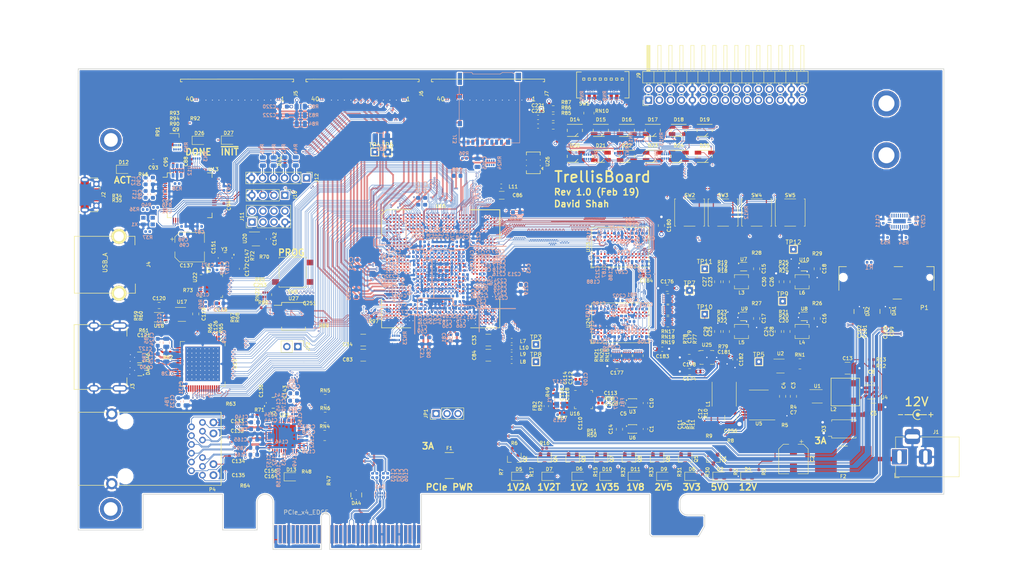
<source format=kicad_pcb>
(kicad_pcb (version 20171130) (host pcbnew 5.0.1)

  (general
    (thickness 1.6)
    (drawings 97)
    (tracks 24453)
    (zones 0)
    (modules 505)
    (nets 748)
  )

  (page A4)
  (layers
    (0 F.Cu signal)
    (1 In1.Cu signal)
    (2 In2.Cu signal)
    (3 In3.Cu signal)
    (4 In4.Cu signal)
    (5 In5.Cu signal)
    (6 In6.Cu signal)
    (31 B.Cu signal)
    (32 B.Adhes user)
    (33 F.Adhes user)
    (34 B.Paste user)
    (35 F.Paste user)
    (36 B.SilkS user)
    (37 F.SilkS user)
    (38 B.Mask user)
    (39 F.Mask user)
    (40 Dwgs.User user)
    (41 Cmts.User user)
    (42 Eco1.User user)
    (43 Eco2.User user)
    (44 Edge.Cuts user)
    (45 Margin user)
    (46 B.CrtYd user)
    (47 F.CrtYd user)
    (48 B.Fab user)
    (49 F.Fab user)
  )

  (setup
    (last_trace_width 0.2)
    (user_trace_width 0.1)
    (user_trace_width 0.15)
    (user_trace_width 0.2)
    (user_trace_width 0.25)
    (user_trace_width 0.35)
    (user_trace_width 0.5)
    (user_trace_width 0.8)
    (user_trace_width 1)
    (trace_clearance 0.0889)
    (zone_clearance 0.254)
    (zone_45_only no)
    (trace_min 0.0889)
    (segment_width 0.2)
    (edge_width 0.15)
    (via_size 0.4)
    (via_drill 0.2)
    (via_min_size 0.4)
    (via_min_drill 0.2)
    (user_via 0.6 0.3)
    (user_via 0.8 0.5)
    (user_via 1 0.6)
    (user_via 1.5 1)
    (user_via 2 1.5)
    (uvia_size 0.3)
    (uvia_drill 0.1)
    (uvias_allowed no)
    (uvia_min_size 0.2)
    (uvia_min_drill 0.1)
    (pcb_text_width 0.3)
    (pcb_text_size 1.5 1.5)
    (mod_edge_width 0.15)
    (mod_text_size 1 1)
    (mod_text_width 0.15)
    (pad_size 1.524 1.524)
    (pad_drill 0.762)
    (pad_to_mask_clearance 0.051)
    (solder_mask_min_width 0.25)
    (aux_axis_origin 0 0)
    (visible_elements FFFFFFFF)
    (pcbplotparams
      (layerselection 0x010fc_ffffffff)
      (usegerberextensions false)
      (usegerberattributes false)
      (usegerberadvancedattributes false)
      (creategerberjobfile false)
      (excludeedgelayer true)
      (linewidth 0.100000)
      (plotframeref false)
      (viasonmask false)
      (mode 1)
      (useauxorigin false)
      (hpglpennumber 1)
      (hpglpenspeed 20)
      (hpglpendiameter 15.000000)
      (psnegative false)
      (psa4output false)
      (plotreference true)
      (plotvalue true)
      (plotinvisibletext false)
      (padsonsilk false)
      (subtractmaskfromsilk false)
      (outputformat 1)
      (mirror false)
      (drillshape 1)
      (scaleselection 1)
      (outputdirectory ""))
  )

  (net 0 "")
  (net 1 "/PCIe + SATA/DCU1_REFCLK-")
  (net 2 "/PCIe + SATA/DCU1_REFCLK+")
  (net 3 DDR3_A4)
  (net 4 DDR3_A6)
  (net 5 DDR3_A5)
  (net 6 DDR3_A7)
  (net 7 /DDR3/DDR3_VTT)
  (net 8 "Net-(RN2-Pad5)")
  (net 9 "Net-(RN2-Pad6)")
  (net 10 "Net-(R38-Pad2)")
  (net 11 "Net-(RN2-Pad7)")
  (net 12 +3V3)
  (net 13 /Power/1V2_EN)
  (net 14 /Power/2V5_EN)
  (net 15 /Power/1V35_EN)
  (net 16 "Net-(RN1-Pad4)")
  (net 17 +5V)
  (net 18 "Net-(RN1-Pad5)")
  (net 19 USD_D0)
  (net 20 USD_D3)
  (net 21 USD_CMD)
  (net 22 USD_D2)
  (net 23 "Net-(RN23-Pad1)")
  (net 24 GND)
  (net 25 "/FPGA IO/CFG0")
  (net 26 "Net-(RN23-Pad8)")
  (net 27 "/FPGA IO/CFG1")
  (net 28 "/FPGA IO/CFG2")
  (net 29 "/FPGA IO/FLASH_D3")
  (net 30 "/FPGA IO/FLASH_D1")
  (net 31 "/FPGA IO/FLASH_D2")
  (net 32 "/FPGA IO/FLASH_D0")
  (net 33 DDR3_WE)
  (net 34 DDR3_CKE)
  (net 35 DDR3_CS)
  (net 36 DDR3_ODT)
  (net 37 DDR3_CAS)
  (net 38 DDR3_BA2)
  (net 39 DDR3_RAS)
  (net 40 DDR3_BA1)
  (net 41 DDR3_A12)
  (net 42 DDR3_A14)
  (net 43 DDR3_A13)
  (net 44 DDR3_BA0)
  (net 45 DDR3_A11)
  (net 46 DDR3_A9)
  (net 47 DDR3_A10)
  (net 48 DDR3_A8)
  (net 49 DDR3_A0)
  (net 50 DDR3_A2)
  (net 51 DDR3_A1)
  (net 52 DDR3_A3)
  (net 53 "/HDMI, GbE, USB/ETH_LED2")
  (net 54 ETH_~RESET)
  (net 55 "/HDMI, GbE, USB/ETH_LED1")
  (net 56 RGMII_REF_CLK)
  (net 57 "Net-(D18-Pad4)")
  (net 58 "Net-(D20-Pad4)")
  (net 59 "Net-(D19-Pad4)")
  (net 60 "Net-(D21-Pad4)")
  (net 61 "Net-(D25-Pad4)")
  (net 62 "Net-(D23-Pad4)")
  (net 63 "Net-(D24-Pad4)")
  (net 64 "Net-(D22-Pad4)")
  (net 65 FTDI_D1_RX)
  (net 66 FTDI_~WR)
  (net 67 FTDI_~RD)
  (net 68 FTDI_~SIWU)
  (net 69 RGMII_RXD0)
  (net 70 RGMII_RXD2)
  (net 71 RGMII_RXD1)
  (net 72 RGMII_RXD3)
  (net 73 RGMII_RX_DV)
  (net 74 ETH_MDIO)
  (net 75 RGMII_RX_CLK)
  (net 76 ETH_INT_N)
  (net 77 "Net-(D17-Pad1)")
  (net 78 "Net-(D16-Pad1)")
  (net 79 "Net-(D14-Pad1)")
  (net 80 "Net-(D15-Pad1)")
  (net 81 DIP_SW1)
  (net 82 DIP_SW0)
  (net 83 DIP_SW2)
  (net 84 DIP_SW3)
  (net 85 DIP_SW7)
  (net 86 DIP_SW6)
  (net 87 DIP_SW4)
  (net 88 DIP_SW5)
  (net 89 "Net-(D14-Pad4)")
  (net 90 "Net-(D16-Pad4)")
  (net 91 "Net-(D15-Pad4)")
  (net 92 "Net-(D17-Pad4)")
  (net 93 "Net-(D21-Pad1)")
  (net 94 "Net-(D20-Pad1)")
  (net 95 "Net-(D18-Pad1)")
  (net 96 "Net-(D19-Pad1)")
  (net 97 BTN1)
  (net 98 BTN0)
  (net 99 BTN2)
  (net 100 BTN3)
  (net 101 "Net-(D25-Pad1)")
  (net 102 "Net-(D24-Pad1)")
  (net 103 "Net-(D22-Pad1)")
  (net 104 "Net-(D23-Pad1)")
  (net 105 "/FPGA IO/VCCIO7")
  (net 106 "Net-(R44-Pad2)")
  (net 107 JTAG_TDO)
  (net 108 JTAG_TDI)
  (net 109 "Net-(R43-Pad2)")
  (net 110 "Net-(R42-Pad2)")
  (net 111 JTAG_TCK)
  (net 112 JTAG_TMS)
  (net 113 "Net-(R45-Pad2)")
  (net 114 "/PCIe + SATA/CLKAUXO+")
  (net 115 +1V8)
  (net 116 +2V5)
  (net 117 "/PCIe + SATA/CLKAUXO-")
  (net 118 "/FPGA IO/VCCIO6")
  (net 119 CLK_SDA)
  (net 120 "Net-(R36-Pad2)")
  (net 121 FPGA_12MHz)
  (net 122 "/PCIe + SATA/PCIe_REFCLK+")
  (net 123 "/PCIe + SATA/PCIe_REFCLK-")
  (net 124 PCIe_12V)
  (net 125 "Net-(D13-Pad2)")
  (net 126 ~PERST)
  (net 127 "Net-(P3-PadA11)")
  (net 128 "Net-(D12-Pad2)")
  (net 129 "Net-(R40-Pad1)")
  (net 130 "Net-(R39-Pad1)")
  (net 131 "Net-(R38-Pad1)")
  (net 132 "Net-(R12-Pad2)")
  (net 133 "/PCIe + SATA/3V3_C")
  (net 134 "/PCIe + SATA/3V3_CA")
  (net 135 "Net-(R57-Pad1)")
  (net 136 "Net-(R58-Pad2)")
  (net 137 FABRIC_REFCLK)
  (net 138 "/HDMI, GbE, USB/PORT_SCL")
  (net 139 "/HDMI, GbE, USB/PORT_SDA")
  (net 140 "Net-(C121-Pad1)")
  (net 141 "Net-(R62-Pad1)")
  (net 142 /Power/3V3_PG)
  (net 143 "Net-(D27-Pad2)")
  (net 144 "/FPGA IO/~PROGRAM")
  (net 145 "Net-(R80-Pad1)")
  (net 146 "Net-(R81-Pad1)")
  (net 147 "/FPGA IO/FLASH_~CS")
  (net 148 "/FPGA IO/FLASH_CLK")
  (net 149 "/FPGA IO/DONE")
  (net 150 "Net-(Q9-Pad1)")
  (net 151 "Net-(D26-Pad2)")
  (net 152 "Net-(R79-Pad1)")
  (net 153 "/FPGA IO/~INIT")
  (net 154 "Net-(C9-Pad1)")
  (net 155 "Net-(C11-Pad1)")
  (net 156 "Net-(Q2-Pad3)")
  (net 157 "Net-(D5-Pad1)")
  (net 158 /Power/1V2_PG)
  (net 159 USD_D1)
  (net 160 USD_CLK)
  (net 161 "Net-(R97-Pad1)")
  (net 162 "Net-(Q2-Pad1)")
  (net 163 +1V2A)
  (net 164 "Net-(R5-Pad2)")
  (net 165 "Net-(D2-Pad2)")
  (net 166 "Net-(C7-Pad1)")
  (net 167 "Net-(D4-Pad2)")
  (net 168 +12V)
  (net 169 "Net-(R74-Pad1)")
  (net 170 "/Debug Interface/PORT_D-")
  (net 171 "/Debug Interface/FTDI_D-")
  (net 172 "/Debug Interface/FTDI_D+")
  (net 173 "/Debug Interface/PORT_D+")
  (net 174 "Net-(C22-Pad2)")
  (net 175 "Net-(R71-Pad2)")
  (net 176 "/HDMI, GbE, USB/USB_XO")
  (net 177 "/HDMI, GbE, USB/USB_XI")
  (net 178 "Net-(R73-Pad1)")
  (net 179 "/HDMI, GbE, USB/USBA_VBUS")
  (net 180 "/HDMI, GbE, USB/EXTVBUS")
  (net 181 DVI_SCL)
  (net 182 DVI_SDA)
  (net 183 CLK_SCL)
  (net 184 "Net-(R70-Pad1)")
  (net 185 "Net-(C175-Pad2)")
  (net 186 DDR3_CLK+)
  (net 187 "Net-(P4-Pad16)")
  (net 188 "Net-(R66-Pad1)")
  (net 189 "Net-(R65-Pad1)")
  (net 190 "/HDMI, GbE, USB/HDMI_HPD")
  (net 191 DDR3_CLK-)
  (net 192 "Net-(C179-Pad1)")
  (net 193 +1V35)
  (net 194 +1V2)
  (net 195 "Net-(D10-Pad2)")
  (net 196 "Net-(P4-Pad14)")
  (net 197 "Net-(C12-Pad2)")
  (net 198 "Net-(D6-Pad2)")
  (net 199 +1V2T)
  (net 200 "Net-(Q4-Pad1)")
  (net 201 "Net-(Q4-Pad3)")
  (net 202 "Net-(D7-Pad1)")
  (net 203 "Net-(C19-Pad2)")
  (net 204 "Net-(C20-Pad2)")
  (net 205 "Net-(C21-Pad2)")
  (net 206 "/Debug Interface/FTDI_12MHz")
  (net 207 "Net-(D11-Pad2)")
  (net 208 /Power/2V5_PG)
  (net 209 /Power/1V35_PG)
  (net 210 /Power/1V8_PG)
  (net 211 "Net-(D8-Pad2)")
  (net 212 "Net-(D9-Pad2)")
  (net 213 "Net-(C8-Pad2)")
  (net 214 "Net-(C8-Pad1)")
  (net 215 /Power/PWR_EN)
  (net 216 "/HDMI, GbE, USB/HDMI_5V")
  (net 217 "Net-(U17-Pad3)")
  (net 218 "Net-(D9-Pad1)")
  (net 219 "Net-(D11-Pad1)")
  (net 220 "Net-(D26-Pad1)")
  (net 221 "Net-(D2-Pad1)")
  (net 222 "Net-(D6-Pad1)")
  (net 223 "Net-(D10-Pad1)")
  (net 224 "Net-(D8-Pad1)")
  (net 225 "Net-(U1-Pad3)")
  (net 226 DDR3_Vref)
  (net 227 DDR3_Vtt_EN)
  (net 228 "Net-(U5-Pad2)")
  (net 229 "Net-(L1-Pad1)")
  (net 230 "Net-(C11-Pad2)")
  (net 231 "Net-(U13-Pad3)")
  (net 232 "/Debug Interface/Vphy")
  (net 233 "/Debug Interface/Vpll")
  (net 234 "/Debug Interface/JTAG_ACT")
  (net 235 "Net-(U13-Pad22)")
  (net 236 "Net-(U13-Pad23)")
  (net 237 "Net-(U13-Pad24)")
  (net 238 "Net-(U13-Pad26)")
  (net 239 "Net-(U13-Pad27)")
  (net 240 "Net-(U13-Pad28)")
  (net 241 "Net-(U13-Pad29)")
  (net 242 "Net-(U13-Pad30)")
  (net 243 "Net-(U13-Pad32)")
  (net 244 "Net-(U13-Pad33)")
  (net 245 "Net-(U13-Pad34)")
  (net 246 "Net-(U13-Pad36)")
  (net 247 FTDI_D0_TX)
  (net 248 FTDI_D2)
  (net 249 FTDI_D3)
  (net 250 FTDI_D4)
  (net 251 FTDI_D5)
  (net 252 FTDI_D6)
  (net 253 FTDI_D7)
  (net 254 FTDI_~RXF)
  (net 255 "Net-(U13-Pad49)")
  (net 256 "Net-(U13-Pad50)")
  (net 257 FTDI_~TXE)
  (net 258 "Net-(U13-Pad57)")
  (net 259 "Net-(U13-Pad58)")
  (net 260 "Net-(U13-Pad59)")
  (net 261 "Net-(U13-Pad60)")
  (net 262 "/HDMI, GbE, USB/DVI_DVDD")
  (net 263 DVI_DE)
  (net 264 DVI_HSYNC)
  (net 265 DVI_VSYNC)
  (net 266 "Net-(U19-Pad11)")
  (net 267 "/HDMI, GbE, USB/DVI_PVDD")
  (net 268 "/HDMI, GbE, USB/TMDS_CLK-")
  (net 269 "/HDMI, GbE, USB/TMDS_CLK+")
  (net 270 "/HDMI, GbE, USB/DVI_TVDD")
  (net 271 "/HDMI, GbE, USB/TMDS_D0-")
  (net 272 "/HDMI, GbE, USB/TMDS_D0+")
  (net 273 "/HDMI, GbE, USB/TMDS_D1-")
  (net 274 "/HDMI, GbE, USB/TMDS_D1+")
  (net 275 "/HDMI, GbE, USB/TMDS_D2-")
  (net 276 "/HDMI, GbE, USB/TMDS_D2+")
  (net 277 DVI_D23)
  (net 278 DVI_D22)
  (net 279 DVI_D21)
  (net 280 DVI_D20)
  (net 281 DVI_D19)
  (net 282 DVI_D18)
  (net 283 DVI_D17)
  (net 284 DVI_D16)
  (net 285 DVI_D15)
  (net 286 DVI_D14)
  (net 287 DVI_D13)
  (net 288 DVI_D12)
  (net 289 "Net-(U19-Pad49)")
  (net 290 DVI_D11)
  (net 291 DVI_D10)
  (net 292 DVI_D9)
  (net 293 DVI_D8)
  (net 294 DVI_D7)
  (net 295 DVI_D6)
  (net 296 DVI_CLK)
  (net 297 DVI_D5)
  (net 298 DVI_D4)
  (net 299 DVI_D3)
  (net 300 DVI_D2)
  (net 301 DVI_D1)
  (net 302 DVI_D0)
  (net 303 "/HDMI, GbE, USB/AVDDH")
  (net 304 "/HDMI, GbE, USB/MX4-")
  (net 305 "/HDMI, GbE, USB/MX4+")
  (net 306 "/HDMI, GbE, USB/AVDDL")
  (net 307 "/HDMI, GbE, USB/MX3-")
  (net 308 "/HDMI, GbE, USB/MX3+")
  (net 309 "/HDMI, GbE, USB/MX2-")
  (net 310 "/HDMI, GbE, USB/MX2+")
  (net 311 "/HDMI, GbE, USB/MX1-")
  (net 312 "/HDMI, GbE, USB/MX1+")
  (net 313 "Net-(U21-Pad13)")
  (net 314 RGMII_TXD0)
  (net 315 RGMII_TXD1)
  (net 316 RGMII_TXD2)
  (net 317 RGMII_TXD3)
  (net 318 RGMII_TX_CLK)
  (net 319 RGMII_TX_EN)
  (net 320 ETH_MDC)
  (net 321 "Net-(U21-Pad43)")
  (net 322 "/HDMI, GbE, USB/AVDDL_PLL")
  (net 323 "/HDMI, GbE, USB/ETH_XO")
  (net 324 "/HDMI, GbE, USB/ETH_XI")
  (net 325 "Net-(U21-Pad47)")
  (net 326 "Net-(U22-Pad3)")
  (net 327 "Net-(U22-Pad5)")
  (net 328 "/HDMI, GbE, USB/USBA_D+")
  (net 329 "/HDMI, GbE, USB/USBA_D-")
  (net 330 ULPI_RESET)
  (net 331 ULPI_NXT)
  (net 332 ULPI_DIR)
  (net 333 ULPI_STP)
  (net 334 ULPI_CLKO)
  (net 335 "/HDMI, GbE, USB/USB1V8")
  (net 336 ULPI_D7)
  (net 337 ULPI_D6)
  (net 338 ULPI_D5)
  (net 339 ULPI_D4)
  (net 340 ULPI_D3)
  (net 341 ULPI_D2)
  (net 342 ULPI_D1)
  (net 343 ULPI_D0)
  (net 344 "Net-(C117-Pad1)")
  (net 345 "Net-(C115-Pad2)")
  (net 346 CLK_SD_OE)
  (net 347 "/PCIe + SATA/1V8_C")
  (net 348 "Net-(U16-Pad16)")
  (net 349 "/PCIe + SATA/DCU0_REFCLK-")
  (net 350 "/PCIe + SATA/DCU0_REFCLK+")
  (net 351 "Net-(U16-Pad24)")
  (net 352 DDR3_DQ13)
  (net 353 DDR3_DQ15)
  (net 354 DDR3_DQ12)
  (net 355 DDR3_DQS1-)
  (net 356 DDR3_DQ14)
  (net 357 DDR3_DQ11)
  (net 358 DDR3_DQ9)
  (net 359 DDR3_DQS1+)
  (net 360 DDR3_DQ10)
  (net 361 DDR3_DM1)
  (net 362 DDR3_DQ8)
  (net 363 DDR3_DQ0)
  (net 364 DDR3_DM0)
  (net 365 DDR3_DQ2)
  (net 366 DDR3_DQS0+)
  (net 367 DDR3_DQ1)
  (net 368 DDR3_DQ3)
  (net 369 DDR3_DQ6)
  (net 370 DDR3_DQS0-)
  (net 371 DDR3_DQ4)
  (net 372 DDR3_DQ7)
  (net 373 DDR3_DQ5)
  (net 374 "Net-(U23-PadJ1)")
  (net 375 "Net-(U23-PadJ9)")
  (net 376 "Net-(U23-PadL1)")
  (net 377 "Net-(U23-PadL9)")
  (net 378 "Net-(U23-PadM7)")
  (net 379 DDR3_RESET)
  (net 380 "Net-(U24-PadM7)")
  (net 381 "Net-(U24-PadL9)")
  (net 382 "Net-(U24-PadL1)")
  (net 383 "Net-(U24-PadJ9)")
  (net 384 "Net-(U24-PadJ1)")
  (net 385 DDR3_DQ21)
  (net 386 DDR3_DQ23)
  (net 387 DDR3_DQ20)
  (net 388 DDR3_DQS2-)
  (net 389 DDR3_DQ22)
  (net 390 DDR3_DQ19)
  (net 391 DDR3_DQ17)
  (net 392 DDR3_DQS2+)
  (net 393 DDR3_DQ18)
  (net 394 DDR3_DM2)
  (net 395 DDR3_DQ16)
  (net 396 DDR3_DQ24)
  (net 397 DDR3_DM3)
  (net 398 DDR3_DQ26)
  (net 399 DDR3_DQS3+)
  (net 400 DDR3_DQ25)
  (net 401 DDR3_DQ27)
  (net 402 DDR3_DQ30)
  (net 403 DDR3_DQS3-)
  (net 404 DDR3_DQ28)
  (net 405 DDR3_DQ31)
  (net 406 DDR3_DQ29)
  (net 407 "Net-(X1-Pad1)")
  (net 408 "Net-(L4-Pad1)")
  (net 409 "Net-(L5-Pad1)")
  (net 410 "Net-(L3-Pad1)")
  (net 411 "Net-(L6-Pad1)")
  (net 412 "/FPGA Core Power/VCCHTX1")
  (net 413 "/FPGA Core Power/VCCHTX0")
  (net 414 "/FPGA Core Power/VCCA0")
  (net 415 "/FPGA Core Power/VCCAUX")
  (net 416 "/FPGA Core Power/VCCA1")
  (net 417 "/PCIe + SATA/DCU1_RX1-")
  (net 418 "/PCIe + SATA/DCU1_RX1+")
  (net 419 "/PCIe + SATA/DCU1_RX0-")
  (net 420 "/PCIe + SATA/DCU1_RX0+")
  (net 421 "/PCIe + SATA/PCIe_HSI0+")
  (net 422 "/PCIe + SATA/PCIe_HSI0-")
  (net 423 "/PCIe + SATA/PCIe_HSI1+")
  (net 424 "/PCIe + SATA/PCIe_HSI1-")
  (net 425 "/PCIe + SATA/DCU0_RX0+")
  (net 426 "/PCIe + SATA/DCU0_RX0-")
  (net 427 "/PCIe + SATA/DCU0_RX1+")
  (net 428 "/PCIe + SATA/DCU0_RX1-")
  (net 429 "Net-(U6-Pad2)")
  (net 430 "Net-(U6-Pad5)")
  (net 431 "Net-(U3-Pad5)")
  (net 432 "Net-(U3-Pad2)")
  (net 433 "Net-(U10-Pad4)")
  (net 434 "Net-(U9-Pad4)")
  (net 435 "Net-(U8-Pad4)")
  (net 436 "Net-(U7-Pad4)")
  (net 437 "Net-(J5-Pad38)")
  (net 438 "/FPGA IO/EXT0_11-")
  (net 439 "/FPGA IO/EXT0_11+")
  (net 440 "/FPGA IO/EXT0_10-")
  (net 441 "/FPGA IO/EXT0_10+")
  (net 442 "/FPGA IO/EXT0_9-")
  (net 443 "/FPGA IO/EXT0_9+")
  (net 444 "/FPGA IO/EXT0_8-")
  (net 445 "/FPGA IO/EXT0_8+")
  (net 446 "/FPGA IO/EXT0_7-")
  (net 447 "/FPGA IO/EXT0_7+")
  (net 448 "/FPGA IO/EXT0_6-")
  (net 449 "/FPGA IO/EXT0_6+")
  (net 450 "/FPGA IO/EXT0_5-")
  (net 451 "/FPGA IO/EXT0_5+")
  (net 452 "/FPGA IO/EXT0_4-")
  (net 453 "/FPGA IO/EXT0_4+")
  (net 454 "/FPGA IO/EXT0_3-")
  (net 455 "/FPGA IO/EXT0_3+")
  (net 456 "/FPGA IO/EXT0_2-")
  (net 457 "/FPGA IO/EXT0_2+")
  (net 458 "/FPGA IO/EXT0_1-")
  (net 459 "/FPGA IO/EXT0_1+")
  (net 460 "/FPGA IO/EXT0_0-")
  (net 461 "/FPGA IO/EXT0_0+")
  (net 462 "Net-(J6-Pad38)")
  (net 463 "/FPGA IO/EXT1_11-")
  (net 464 "/FPGA IO/EXT1_11+")
  (net 465 "/FPGA IO/EXT1_10-")
  (net 466 "/FPGA IO/EXT1_10+")
  (net 467 "/FPGA IO/EXT1_9-")
  (net 468 "/FPGA IO/EXT1_9+")
  (net 469 "/FPGA IO/EXT1_8-")
  (net 470 "/FPGA IO/EXT1_8+")
  (net 471 "/FPGA IO/EXT1_7-")
  (net 472 "/FPGA IO/EXT1_7+")
  (net 473 "/FPGA IO/EXT1_6-")
  (net 474 "/FPGA IO/EXT1_6+")
  (net 475 "/FPGA IO/EXT1_5-")
  (net 476 "/FPGA IO/EXT1_5+")
  (net 477 "/FPGA IO/EXT1_4-")
  (net 478 "/FPGA IO/EXT1_4+")
  (net 479 "/FPGA IO/EXT1_3-")
  (net 480 "/FPGA IO/EXT1_3+")
  (net 481 "/FPGA IO/EXT1_2-")
  (net 482 "/FPGA IO/EXT1_2+")
  (net 483 "/FPGA IO/EXT1_1-")
  (net 484 "/FPGA IO/EXT1_1+")
  (net 485 "/FPGA IO/EXT1_0-")
  (net 486 "/FPGA IO/EXT1_0+")
  (net 487 "/FPGA IO/EXT2_0+")
  (net 488 "/FPGA IO/EXT2_0-")
  (net 489 "/FPGA IO/EXT2_1+")
  (net 490 "/FPGA IO/EXT2_1-")
  (net 491 "/FPGA IO/EXT2_2+")
  (net 492 "/FPGA IO/EXT2_2-")
  (net 493 "/FPGA IO/EXT2_3+")
  (net 494 "/FPGA IO/EXT2_3-")
  (net 495 "/FPGA IO/EXT2_4+")
  (net 496 "/FPGA IO/EXT2_4-")
  (net 497 "/FPGA IO/EXT2_5+")
  (net 498 "/FPGA IO/EXT2_5-")
  (net 499 "/FPGA IO/EXT2_6+")
  (net 500 "/FPGA IO/EXT2_6-")
  (net 501 "/FPGA IO/EXT2_7+")
  (net 502 "/FPGA IO/EXT2_7-")
  (net 503 "/FPGA IO/EXT2_8+")
  (net 504 "/FPGA IO/EXT2_8-")
  (net 505 "/FPGA IO/EXT2_9+")
  (net 506 "/FPGA IO/EXT2_9-")
  (net 507 "/FPGA IO/EXT2_10+")
  (net 508 "/FPGA IO/EXT2_10-")
  (net 509 "/FPGA IO/EXT2_11+")
  (net 510 "/FPGA IO/EXT2_11-")
  (net 511 "Net-(J7-Pad38)")
  (net 512 "Net-(C132-Pad1)")
  (net 513 "Net-(C135-Pad1)")
  (net 514 "Net-(C133-Pad1)")
  (net 515 "Net-(C134-Pad1)")
  (net 516 "Net-(P3-PadB5)")
  (net 517 "Net-(P3-PadB6)")
  (net 518 "Net-(P3-PadB8)")
  (net 519 "Net-(P3-PadB9)")
  (net 520 "Net-(P3-PadB10)")
  (net 521 PCIe_~WAKE)
  (net 522 "Net-(P3-PadB12)")
  (net 523 "/PCIe + SATA/~PRSNT2~_X1")
  (net 524 "Net-(P3-PadB23)")
  (net 525 "Net-(P3-PadB24)")
  (net 526 "Net-(P3-PadB27)")
  (net 527 "Net-(P3-PadB28)")
  (net 528 "Net-(P3-PadB30)")
  (net 529 "/PCIe + SATA/~PRSNT2~_X4")
  (net 530 "/PCIe + SATA/~PRSNT1")
  (net 531 "Net-(P3-PadA5)")
  (net 532 "Net-(P3-PadA6)")
  (net 533 "Net-(P3-PadA7)")
  (net 534 "Net-(P3-PadA8)")
  (net 535 "Net-(P3-PadA9)")
  (net 536 "Net-(P3-PadA10)")
  (net 537 "Net-(P3-PadA19)")
  (net 538 "Net-(P3-PadA25)")
  (net 539 "Net-(P3-PadA26)")
  (net 540 "Net-(P3-PadA29)")
  (net 541 "Net-(P3-PadA30)")
  (net 542 "Net-(P3-PadA32)")
  (net 543 "Net-(U26-Pad1)")
  (net 544 "Net-(U26-Pad2)")
  (net 545 "/FPGA IO/CLK100+")
  (net 546 "/FPGA IO/CLK100-")
  (net 547 "Net-(J3-Pad14)")
  (net 548 "Net-(J3-Pad13)")
  (net 549 LED2)
  (net 550 LED11)
  (net 551 LED10)
  (net 552 LED0)
  (net 553 LED1)
  (net 554 LED3)
  (net 555 LED4)
  (net 556 LED5)
  (net 557 LED6)
  (net 558 LED7)
  (net 559 LED8)
  (net 560 LED9)
  (net 561 "Net-(F2-Pad2)")
  (net 562 "Net-(U15-PadR1)")
  (net 563 "Net-(U15-PadA2)")
  (net 564 "Net-(U15-PadT2)")
  (net 565 "Net-(U15-PadAB2)")
  (net 566 "Net-(U15-PadAC2)")
  (net 567 "Net-(U15-PadAE2)")
  (net 568 "Net-(U15-PadAG2)")
  (net 569 "Net-(U15-PadA3)")
  (net 570 "Net-(U15-PadV3)")
  (net 571 "Net-(U15-PadW3)")
  (net 572 "Net-(U15-PadY3)")
  (net 573 "Net-(U15-PadAC3)")
  (net 574 "Net-(U15-PadAG3)")
  (net 575 "Net-(U15-PadAL3)")
  (net 576 "Net-(U15-PadB4)")
  (net 577 "Net-(U15-PadH4)")
  (net 578 "Net-(U15-PadAC4)")
  (net 579 "Net-(U15-PadA5)")
  (net 580 "Net-(U15-PadL5)")
  (net 581 "Net-(U15-PadW6)")
  (net 582 "Net-(U15-PadD7)")
  (net 583 "Net-(U15-PadE7)")
  (net 584 "Net-(U15-PadAE7)")
  (net 585 "Net-(U15-PadG9)")
  (net 586 "/PCIe + SATA/DCU0_TX0+")
  (net 587 "Net-(U15-PadG10)")
  (net 588 "/PCIe + SATA/DCU0_TX0-")
  (net 589 "Net-(U15-PadG11)")
  (net 590 "/PCIe + SATA/DCU0_TX1+")
  (net 591 "/PCIe + SATA/DCU0_TX1-")
  (net 592 "/FPGA IO/PMOD1_10")
  (net 593 "/FPGA IO/PMOD1_9")
  (net 594 "Net-(U15-PadG14)")
  (net 595 "Net-(U15-PadG15)")
  (net 596 "Net-(U15-PadAK15)")
  (net 597 "Net-(U15-PadG16)")
  (net 598 "Net-(U15-PadAK16)")
  (net 599 "Net-(U15-PadG17)")
  (net 600 "Net-(U15-PadG18)")
  (net 601 "/PCIe + SATA/DCU1_TX0+")
  (net 602 "Net-(U15-PadG19)")
  (net 603 "/PCIe + SATA/DCU1_TX0-")
  (net 604 "/FPGA IO/PMOD1_8")
  (net 605 "/FPGA IO/PMOD1_7")
  (net 606 "/PCIe + SATA/DCU1_TX1+")
  (net 607 "/PCIe + SATA/DCU1_TX1-")
  (net 608 "/FPGA IO/EXIO_5")
  (net 609 "/FPGA IO/EXIO_4")
  (net 610 "/FPGA IO/EXIO_3")
  (net 611 "Net-(U15-PadG22)")
  (net 612 "/FPGA IO/PMOD1_3")
  (net 613 "/FPGA IO/PMOD1_2")
  (net 614 "/FPGA IO/PMOD1_0")
  (net 615 "/FPGA IO/PMOD1_1")
  (net 616 "/FPGA IO/EXIO_2")
  (net 617 "Net-(U15-PadG23)")
  (net 618 "/FPGA IO/EXIO_1")
  (net 619 "/FPGA IO/PMOD0_10")
  (net 620 "/FPGA IO/EXIO_0")
  (net 621 "/FPGA IO/PMOD0_9")
  (net 622 "Net-(U15-PadG24)")
  (net 623 "Net-(U15-PadAG24)")
  (net 624 "Net-(U15-PadAK24)")
  (net 625 "/FPGA IO/PMOD0_8")
  (net 626 "/FPGA IO/PMOD0_3")
  (net 627 "/FPGA IO/PMOD0_7")
  (net 628 "/FPGA IO/PMOD0_2")
  (net 629 "/FPGA IO/PMOD0_1")
  (net 630 "Net-(U15-PadAK25)")
  (net 631 "/FPGA IO/PMOD0_0")
  (net 632 "Net-(U15-PadB26)")
  (net 633 "Net-(U15-PadE26)")
  (net 634 "Net-(U15-PadAE26)")
  (net 635 "Net-(U15-PadH27)")
  (net 636 "Net-(U15-PadJ27)")
  (net 637 "Net-(U15-PadW27)")
  (net 638 "Net-(U15-PadC28)")
  (net 639 "Net-(U15-PadD28)")
  (net 640 "Net-(U15-PadH28)")
  (net 641 "Net-(U15-PadL28)")
  (net 642 "Net-(U15-PadP28)")
  (net 643 "Net-(U15-PadAC28)")
  (net 644 "Net-(U15-PadAE28)")
  (net 645 "Net-(U15-PadC29)")
  (net 646 "Net-(U15-PadH29)")
  (net 647 "Net-(U15-PadP29)")
  (net 648 "Net-(U15-PadAB29)")
  (net 649 "Net-(U15-PadAC29)")
  (net 650 "Net-(U15-PadAE29)")
  (net 651 "Net-(U15-PadAJ29)")
  (net 652 "Net-(U15-PadC30)")
  (net 653 "Net-(U15-PadP30)")
  (net 654 "Net-(U15-PadR30)")
  (net 655 "Net-(U15-PadV30)")
  (net 656 "Net-(U15-PadAB30)")
  (net 657 "Net-(U15-PadAE30)")
  (net 658 "Net-(U15-PadAJ30)")
  (net 659 "Net-(U15-PadA31)")
  (net 660 "Net-(U15-PadAG31)")
  (net 661 "Net-(U15-PadAK31)")
  (net 662 "Net-(U15-PadAG32)")
  (net 663 "Net-(J2-Pad1)")
  (net 664 "Net-(J2-Pad4)")
  (net 665 "Net-(U15-PadT30)")
  (net 666 "Net-(U15-PadAE27)")
  (net 667 "Net-(U15-PadAD27)")
  (net 668 "Net-(U15-PadF30)")
  (net 669 "Net-(U15-PadN27)")
  (net 670 "Net-(U15-PadU27)")
  (net 671 "Net-(U15-PadU29)")
  (net 672 "Net-(U15-PadW30)")
  (net 673 "Net-(U15-PadY30)")
  (net 674 "Net-(U15-PadY29)")
  (net 675 "Net-(U15-PadW1)")
  (net 676 "Net-(U15-PadV1)")
  (net 677 "Net-(U15-PadY7)")
  (net 678 "Net-(U15-PadY6)")
  (net 679 "Net-(U15-PadAC5)")
  (net 680 "Net-(U15-PadAD4)")
  (net 681 "Net-(U15-PadY4)")
  (net 682 "Net-(U15-PadW4)")
  (net 683 "Net-(U15-PadK4)")
  (net 684 "Net-(U15-PadJ4)")
  (net 685 "Net-(U15-PadL3)")
  (net 686 "Net-(U15-PadL2)")
  (net 687 "Net-(U15-PadK2)")
  (net 688 "Net-(U15-PadL1)")
  (net 689 "Net-(U15-PadK1)")
  (net 690 "Net-(U15-PadJ1)")
  (net 691 "Net-(U15-PadD1)")
  (net 692 "Net-(U15-PadC1)")
  (net 693 "Net-(U15-PadF2)")
  (net 694 "Net-(U15-PadE1)")
  (net 695 "Net-(U15-PadE4)")
  (net 696 "Net-(U15-PadD4)")
  (net 697 "Net-(P1-Pad52)")
  (net 698 M2_CLKSEL)
  (net 699 "Net-(R54-Pad1)")
  (net 700 "/PCIe + SATA/M2_REFCLK+")
  (net 701 "/PCIe + SATA/M2_REFCLK-")
  (net 702 "Net-(U11-Pad17)")
  (net 703 "Net-(U11-Pad16)")
  (net 704 "/PCIe + SATA/CLKREFO+")
  (net 705 "/PCIe + SATA/CLKREFO-")
  (net 706 "/PCIe + SATA/M2_RX0+")
  (net 707 "/PCIe + SATA/M2_RX0-")
  (net 708 "/PCIe + SATA/M2_RX1+")
  (net 709 "/PCIe + SATA/M2_RX1-")
  (net 710 M2_CTS)
  (net 711 M2_RTS)
  (net 712 M2_SDIO_D0)
  (net 713 M2_TXD)
  (net 714 M2_SDIO_D3)
  (net 715 M2_SDIO_D2)
  (net 716 M2_SDIO_D1)
  (net 717 M2_SDIO_CLK)
  (net 718 M2_SDIO_CMD)
  (net 719 "Net-(P1-Pad3)")
  (net 720 "Net-(P1-Pad5)")
  (net 721 "Net-(P1-Pad6)")
  (net 722 "Net-(P1-Pad8)")
  (net 723 "Net-(P1-Pad10)")
  (net 724 "Net-(P1-Pad12)")
  (net 725 "Net-(P1-Pad14)")
  (net 726 "Net-(P1-Pad16)")
  (net 727 "Net-(P1-Pad20)")
  (net 728 "Net-(P1-Pad21)")
  (net 729 "Net-(P1-Pad23)")
  (net 730 "Net-(P1-Pad38)")
  (net 731 "Net-(P1-Pad40)")
  (net 732 "Net-(P1-Pad42)")
  (net 733 "Net-(P1-Pad44)")
  (net 734 "Net-(P1-Pad46)")
  (net 735 "Net-(P1-Pad48)")
  (net 736 "Net-(P1-Pad50)")
  (net 737 "Net-(P1-Pad53)")
  (net 738 "Net-(P1-Pad54)")
  (net 739 "Net-(P1-Pad55)")
  (net 740 "Net-(P1-Pad56)")
  (net 741 "Net-(P1-Pad58)")
  (net 742 "Net-(P1-Pad60)")
  (net 743 "Net-(P1-Pad62)")
  (net 744 "Net-(P1-Pad64)")
  (net 745 "Net-(P1-Pad66)")
  (net 746 "Net-(P1-Pad68)")
  (net 747 "Net-(P1-Pad70)")

  (net_class Default "This is the default net class."
    (clearance 0.0889)
    (trace_width 0.0889)
    (via_dia 0.4)
    (via_drill 0.2)
    (uvia_dia 0.3)
    (uvia_drill 0.1)
    (diff_pair_gap 0.11)
    (diff_pair_width 0.11)
    (add_net +12V)
    (add_net +1V2)
    (add_net +1V2A)
    (add_net +1V2T)
    (add_net +1V35)
    (add_net +1V8)
    (add_net +2V5)
    (add_net +3V3)
    (add_net +5V)
    (add_net /DDR3/DDR3_VTT)
    (add_net "/Debug Interface/FTDI_12MHz")
    (add_net "/Debug Interface/FTDI_D+")
    (add_net "/Debug Interface/FTDI_D-")
    (add_net "/Debug Interface/JTAG_ACT")
    (add_net "/Debug Interface/PORT_D+")
    (add_net "/Debug Interface/PORT_D-")
    (add_net "/Debug Interface/Vphy")
    (add_net "/Debug Interface/Vpll")
    (add_net "/FPGA Core Power/VCCA0")
    (add_net "/FPGA Core Power/VCCA1")
    (add_net "/FPGA Core Power/VCCAUX")
    (add_net "/FPGA Core Power/VCCHTX0")
    (add_net "/FPGA Core Power/VCCHTX1")
    (add_net "/FPGA IO/CFG0")
    (add_net "/FPGA IO/CFG1")
    (add_net "/FPGA IO/CFG2")
    (add_net "/FPGA IO/CLK100+")
    (add_net "/FPGA IO/CLK100-")
    (add_net "/FPGA IO/DONE")
    (add_net "/FPGA IO/EXIO_0")
    (add_net "/FPGA IO/EXIO_1")
    (add_net "/FPGA IO/EXIO_2")
    (add_net "/FPGA IO/EXIO_3")
    (add_net "/FPGA IO/EXIO_4")
    (add_net "/FPGA IO/EXIO_5")
    (add_net "/FPGA IO/EXT0_0+")
    (add_net "/FPGA IO/EXT0_0-")
    (add_net "/FPGA IO/EXT0_1+")
    (add_net "/FPGA IO/EXT0_1-")
    (add_net "/FPGA IO/EXT0_10+")
    (add_net "/FPGA IO/EXT0_10-")
    (add_net "/FPGA IO/EXT0_11+")
    (add_net "/FPGA IO/EXT0_11-")
    (add_net "/FPGA IO/EXT0_2+")
    (add_net "/FPGA IO/EXT0_2-")
    (add_net "/FPGA IO/EXT0_3+")
    (add_net "/FPGA IO/EXT0_3-")
    (add_net "/FPGA IO/EXT0_4+")
    (add_net "/FPGA IO/EXT0_4-")
    (add_net "/FPGA IO/EXT0_5+")
    (add_net "/FPGA IO/EXT0_5-")
    (add_net "/FPGA IO/EXT0_6+")
    (add_net "/FPGA IO/EXT0_6-")
    (add_net "/FPGA IO/EXT0_7+")
    (add_net "/FPGA IO/EXT0_7-")
    (add_net "/FPGA IO/EXT0_8+")
    (add_net "/FPGA IO/EXT0_8-")
    (add_net "/FPGA IO/EXT0_9+")
    (add_net "/FPGA IO/EXT0_9-")
    (add_net "/FPGA IO/EXT1_0+")
    (add_net "/FPGA IO/EXT1_0-")
    (add_net "/FPGA IO/EXT1_1+")
    (add_net "/FPGA IO/EXT1_1-")
    (add_net "/FPGA IO/EXT1_10+")
    (add_net "/FPGA IO/EXT1_10-")
    (add_net "/FPGA IO/EXT1_11+")
    (add_net "/FPGA IO/EXT1_11-")
    (add_net "/FPGA IO/EXT1_2+")
    (add_net "/FPGA IO/EXT1_2-")
    (add_net "/FPGA IO/EXT1_3+")
    (add_net "/FPGA IO/EXT1_3-")
    (add_net "/FPGA IO/EXT1_4+")
    (add_net "/FPGA IO/EXT1_4-")
    (add_net "/FPGA IO/EXT1_5+")
    (add_net "/FPGA IO/EXT1_5-")
    (add_net "/FPGA IO/EXT1_6+")
    (add_net "/FPGA IO/EXT1_6-")
    (add_net "/FPGA IO/EXT1_7+")
    (add_net "/FPGA IO/EXT1_7-")
    (add_net "/FPGA IO/EXT1_8+")
    (add_net "/FPGA IO/EXT1_8-")
    (add_net "/FPGA IO/EXT1_9+")
    (add_net "/FPGA IO/EXT1_9-")
    (add_net "/FPGA IO/EXT2_0+")
    (add_net "/FPGA IO/EXT2_0-")
    (add_net "/FPGA IO/EXT2_1+")
    (add_net "/FPGA IO/EXT2_1-")
    (add_net "/FPGA IO/EXT2_10+")
    (add_net "/FPGA IO/EXT2_10-")
    (add_net "/FPGA IO/EXT2_11+")
    (add_net "/FPGA IO/EXT2_11-")
    (add_net "/FPGA IO/EXT2_2+")
    (add_net "/FPGA IO/EXT2_2-")
    (add_net "/FPGA IO/EXT2_3+")
    (add_net "/FPGA IO/EXT2_3-")
    (add_net "/FPGA IO/EXT2_4+")
    (add_net "/FPGA IO/EXT2_4-")
    (add_net "/FPGA IO/EXT2_5+")
    (add_net "/FPGA IO/EXT2_5-")
    (add_net "/FPGA IO/EXT2_6+")
    (add_net "/FPGA IO/EXT2_6-")
    (add_net "/FPGA IO/EXT2_7+")
    (add_net "/FPGA IO/EXT2_7-")
    (add_net "/FPGA IO/EXT2_8+")
    (add_net "/FPGA IO/EXT2_8-")
    (add_net "/FPGA IO/EXT2_9+")
    (add_net "/FPGA IO/EXT2_9-")
    (add_net "/FPGA IO/FLASH_CLK")
    (add_net "/FPGA IO/FLASH_D0")
    (add_net "/FPGA IO/FLASH_D1")
    (add_net "/FPGA IO/FLASH_D2")
    (add_net "/FPGA IO/FLASH_D3")
    (add_net "/FPGA IO/FLASH_~CS")
    (add_net "/FPGA IO/PMOD0_0")
    (add_net "/FPGA IO/PMOD0_1")
    (add_net "/FPGA IO/PMOD0_10")
    (add_net "/FPGA IO/PMOD0_2")
    (add_net "/FPGA IO/PMOD0_3")
    (add_net "/FPGA IO/PMOD0_7")
    (add_net "/FPGA IO/PMOD0_8")
    (add_net "/FPGA IO/PMOD0_9")
    (add_net "/FPGA IO/PMOD1_0")
    (add_net "/FPGA IO/PMOD1_1")
    (add_net "/FPGA IO/PMOD1_10")
    (add_net "/FPGA IO/PMOD1_2")
    (add_net "/FPGA IO/PMOD1_3")
    (add_net "/FPGA IO/PMOD1_7")
    (add_net "/FPGA IO/PMOD1_8")
    (add_net "/FPGA IO/PMOD1_9")
    (add_net "/FPGA IO/VCCIO6")
    (add_net "/FPGA IO/VCCIO7")
    (add_net "/FPGA IO/~INIT")
    (add_net "/FPGA IO/~PROGRAM")
    (add_net "/HDMI, GbE, USB/AVDDH")
    (add_net "/HDMI, GbE, USB/AVDDL")
    (add_net "/HDMI, GbE, USB/AVDDL_PLL")
    (add_net "/HDMI, GbE, USB/DVI_DVDD")
    (add_net "/HDMI, GbE, USB/DVI_PVDD")
    (add_net "/HDMI, GbE, USB/DVI_TVDD")
    (add_net "/HDMI, GbE, USB/ETH_LED1")
    (add_net "/HDMI, GbE, USB/ETH_LED2")
    (add_net "/HDMI, GbE, USB/ETH_XI")
    (add_net "/HDMI, GbE, USB/ETH_XO")
    (add_net "/HDMI, GbE, USB/EXTVBUS")
    (add_net "/HDMI, GbE, USB/HDMI_5V")
    (add_net "/HDMI, GbE, USB/HDMI_HPD")
    (add_net "/HDMI, GbE, USB/MX1+")
    (add_net "/HDMI, GbE, USB/MX1-")
    (add_net "/HDMI, GbE, USB/MX2+")
    (add_net "/HDMI, GbE, USB/MX2-")
    (add_net "/HDMI, GbE, USB/MX3+")
    (add_net "/HDMI, GbE, USB/MX3-")
    (add_net "/HDMI, GbE, USB/MX4+")
    (add_net "/HDMI, GbE, USB/MX4-")
    (add_net "/HDMI, GbE, USB/PORT_SCL")
    (add_net "/HDMI, GbE, USB/PORT_SDA")
    (add_net "/HDMI, GbE, USB/TMDS_CLK+")
    (add_net "/HDMI, GbE, USB/TMDS_CLK-")
    (add_net "/HDMI, GbE, USB/TMDS_D0+")
    (add_net "/HDMI, GbE, USB/TMDS_D0-")
    (add_net "/HDMI, GbE, USB/TMDS_D1+")
    (add_net "/HDMI, GbE, USB/TMDS_D1-")
    (add_net "/HDMI, GbE, USB/TMDS_D2+")
    (add_net "/HDMI, GbE, USB/TMDS_D2-")
    (add_net "/HDMI, GbE, USB/USB1V8")
    (add_net "/HDMI, GbE, USB/USBA_D+")
    (add_net "/HDMI, GbE, USB/USBA_D-")
    (add_net "/HDMI, GbE, USB/USBA_VBUS")
    (add_net "/HDMI, GbE, USB/USB_XI")
    (add_net "/HDMI, GbE, USB/USB_XO")
    (add_net "/PCIe + SATA/1V8_C")
    (add_net "/PCIe + SATA/3V3_C")
    (add_net "/PCIe + SATA/3V3_CA")
    (add_net "/PCIe + SATA/CLKAUXO+")
    (add_net "/PCIe + SATA/CLKAUXO-")
    (add_net "/PCIe + SATA/CLKREFO+")
    (add_net "/PCIe + SATA/CLKREFO-")
    (add_net "/PCIe + SATA/DCU0_REFCLK+")
    (add_net "/PCIe + SATA/DCU0_REFCLK-")
    (add_net "/PCIe + SATA/DCU0_RX0+")
    (add_net "/PCIe + SATA/DCU0_RX0-")
    (add_net "/PCIe + SATA/DCU0_RX1+")
    (add_net "/PCIe + SATA/DCU0_RX1-")
    (add_net "/PCIe + SATA/DCU0_TX0+")
    (add_net "/PCIe + SATA/DCU0_TX0-")
    (add_net "/PCIe + SATA/DCU0_TX1+")
    (add_net "/PCIe + SATA/DCU0_TX1-")
    (add_net "/PCIe + SATA/DCU1_REFCLK+")
    (add_net "/PCIe + SATA/DCU1_REFCLK-")
    (add_net "/PCIe + SATA/DCU1_RX0+")
    (add_net "/PCIe + SATA/DCU1_RX0-")
    (add_net "/PCIe + SATA/DCU1_RX1+")
    (add_net "/PCIe + SATA/DCU1_RX1-")
    (add_net "/PCIe + SATA/DCU1_TX0+")
    (add_net "/PCIe + SATA/DCU1_TX0-")
    (add_net "/PCIe + SATA/DCU1_TX1+")
    (add_net "/PCIe + SATA/DCU1_TX1-")
    (add_net "/PCIe + SATA/M2_REFCLK+")
    (add_net "/PCIe + SATA/M2_REFCLK-")
    (add_net "/PCIe + SATA/M2_RX0+")
    (add_net "/PCIe + SATA/M2_RX0-")
    (add_net "/PCIe + SATA/M2_RX1+")
    (add_net "/PCIe + SATA/M2_RX1-")
    (add_net "/PCIe + SATA/PCIe_HSI0+")
    (add_net "/PCIe + SATA/PCIe_HSI0-")
    (add_net "/PCIe + SATA/PCIe_HSI1+")
    (add_net "/PCIe + SATA/PCIe_HSI1-")
    (add_net "/PCIe + SATA/PCIe_REFCLK+")
    (add_net "/PCIe + SATA/PCIe_REFCLK-")
    (add_net "/PCIe + SATA/~PRSNT1")
    (add_net "/PCIe + SATA/~PRSNT2~_X1")
    (add_net "/PCIe + SATA/~PRSNT2~_X4")
    (add_net /Power/1V2_EN)
    (add_net /Power/1V2_PG)
    (add_net /Power/1V35_EN)
    (add_net /Power/1V35_PG)
    (add_net /Power/1V8_PG)
    (add_net /Power/2V5_EN)
    (add_net /Power/2V5_PG)
    (add_net /Power/3V3_PG)
    (add_net /Power/PWR_EN)
    (add_net BTN0)
    (add_net BTN1)
    (add_net BTN2)
    (add_net BTN3)
    (add_net CLK_SCL)
    (add_net CLK_SDA)
    (add_net CLK_SD_OE)
    (add_net DDR3_A0)
    (add_net DDR3_A1)
    (add_net DDR3_A10)
    (add_net DDR3_A11)
    (add_net DDR3_A12)
    (add_net DDR3_A13)
    (add_net DDR3_A14)
    (add_net DDR3_A2)
    (add_net DDR3_A3)
    (add_net DDR3_A4)
    (add_net DDR3_A5)
    (add_net DDR3_A6)
    (add_net DDR3_A7)
    (add_net DDR3_A8)
    (add_net DDR3_A9)
    (add_net DDR3_BA0)
    (add_net DDR3_BA1)
    (add_net DDR3_BA2)
    (add_net DDR3_CAS)
    (add_net DDR3_CKE)
    (add_net DDR3_CLK+)
    (add_net DDR3_CLK-)
    (add_net DDR3_CS)
    (add_net DDR3_DM0)
    (add_net DDR3_DM1)
    (add_net DDR3_DM2)
    (add_net DDR3_DM3)
    (add_net DDR3_DQ0)
    (add_net DDR3_DQ1)
    (add_net DDR3_DQ10)
    (add_net DDR3_DQ11)
    (add_net DDR3_DQ12)
    (add_net DDR3_DQ13)
    (add_net DDR3_DQ14)
    (add_net DDR3_DQ15)
    (add_net DDR3_DQ16)
    (add_net DDR3_DQ17)
    (add_net DDR3_DQ18)
    (add_net DDR3_DQ19)
    (add_net DDR3_DQ2)
    (add_net DDR3_DQ20)
    (add_net DDR3_DQ21)
    (add_net DDR3_DQ22)
    (add_net DDR3_DQ23)
    (add_net DDR3_DQ24)
    (add_net DDR3_DQ25)
    (add_net DDR3_DQ26)
    (add_net DDR3_DQ27)
    (add_net DDR3_DQ28)
    (add_net DDR3_DQ29)
    (add_net DDR3_DQ3)
    (add_net DDR3_DQ30)
    (add_net DDR3_DQ31)
    (add_net DDR3_DQ4)
    (add_net DDR3_DQ5)
    (add_net DDR3_DQ6)
    (add_net DDR3_DQ7)
    (add_net DDR3_DQ8)
    (add_net DDR3_DQ9)
    (add_net DDR3_DQS0+)
    (add_net DDR3_DQS0-)
    (add_net DDR3_DQS1+)
    (add_net DDR3_DQS1-)
    (add_net DDR3_DQS2+)
    (add_net DDR3_DQS2-)
    (add_net DDR3_DQS3+)
    (add_net DDR3_DQS3-)
    (add_net DDR3_ODT)
    (add_net DDR3_RAS)
    (add_net DDR3_RESET)
    (add_net DDR3_Vref)
    (add_net DDR3_Vtt_EN)
    (add_net DDR3_WE)
    (add_net DIP_SW0)
    (add_net DIP_SW1)
    (add_net DIP_SW2)
    (add_net DIP_SW3)
    (add_net DIP_SW4)
    (add_net DIP_SW5)
    (add_net DIP_SW6)
    (add_net DIP_SW7)
    (add_net DVI_CLK)
    (add_net DVI_D0)
    (add_net DVI_D1)
    (add_net DVI_D10)
    (add_net DVI_D11)
    (add_net DVI_D12)
    (add_net DVI_D13)
    (add_net DVI_D14)
    (add_net DVI_D15)
    (add_net DVI_D16)
    (add_net DVI_D17)
    (add_net DVI_D18)
    (add_net DVI_D19)
    (add_net DVI_D2)
    (add_net DVI_D20)
    (add_net DVI_D21)
    (add_net DVI_D22)
    (add_net DVI_D23)
    (add_net DVI_D3)
    (add_net DVI_D4)
    (add_net DVI_D5)
    (add_net DVI_D6)
    (add_net DVI_D7)
    (add_net DVI_D8)
    (add_net DVI_D9)
    (add_net DVI_DE)
    (add_net DVI_HSYNC)
    (add_net DVI_SCL)
    (add_net DVI_SDA)
    (add_net DVI_VSYNC)
    (add_net ETH_INT_N)
    (add_net ETH_MDC)
    (add_net ETH_MDIO)
    (add_net ETH_~RESET)
    (add_net FABRIC_REFCLK)
    (add_net FPGA_12MHz)
    (add_net FTDI_D0_TX)
    (add_net FTDI_D1_RX)
    (add_net FTDI_D2)
    (add_net FTDI_D3)
    (add_net FTDI_D4)
    (add_net FTDI_D5)
    (add_net FTDI_D6)
    (add_net FTDI_D7)
    (add_net FTDI_~RD)
    (add_net FTDI_~RXF)
    (add_net FTDI_~SIWU)
    (add_net FTDI_~TXE)
    (add_net FTDI_~WR)
    (add_net GND)
    (add_net JTAG_TCK)
    (add_net JTAG_TDI)
    (add_net JTAG_TDO)
    (add_net JTAG_TMS)
    (add_net LED0)
    (add_net LED1)
    (add_net LED10)
    (add_net LED11)
    (add_net LED2)
    (add_net LED3)
    (add_net LED4)
    (add_net LED5)
    (add_net LED6)
    (add_net LED7)
    (add_net LED8)
    (add_net LED9)
    (add_net M2_CLKSEL)
    (add_net M2_CTS)
    (add_net M2_RTS)
    (add_net M2_SDIO_CLK)
    (add_net M2_SDIO_CMD)
    (add_net M2_SDIO_D0)
    (add_net M2_SDIO_D1)
    (add_net M2_SDIO_D2)
    (add_net M2_SDIO_D3)
    (add_net M2_TXD)
    (add_net "Net-(C11-Pad1)")
    (add_net "Net-(C11-Pad2)")
    (add_net "Net-(C115-Pad2)")
    (add_net "Net-(C117-Pad1)")
    (add_net "Net-(C12-Pad2)")
    (add_net "Net-(C121-Pad1)")
    (add_net "Net-(C132-Pad1)")
    (add_net "Net-(C133-Pad1)")
    (add_net "Net-(C134-Pad1)")
    (add_net "Net-(C135-Pad1)")
    (add_net "Net-(C175-Pad2)")
    (add_net "Net-(C179-Pad1)")
    (add_net "Net-(C19-Pad2)")
    (add_net "Net-(C20-Pad2)")
    (add_net "Net-(C21-Pad2)")
    (add_net "Net-(C22-Pad2)")
    (add_net "Net-(C7-Pad1)")
    (add_net "Net-(C8-Pad1)")
    (add_net "Net-(C8-Pad2)")
    (add_net "Net-(C9-Pad1)")
    (add_net "Net-(D10-Pad1)")
    (add_net "Net-(D10-Pad2)")
    (add_net "Net-(D11-Pad1)")
    (add_net "Net-(D11-Pad2)")
    (add_net "Net-(D12-Pad2)")
    (add_net "Net-(D13-Pad2)")
    (add_net "Net-(D14-Pad1)")
    (add_net "Net-(D14-Pad4)")
    (add_net "Net-(D15-Pad1)")
    (add_net "Net-(D15-Pad4)")
    (add_net "Net-(D16-Pad1)")
    (add_net "Net-(D16-Pad4)")
    (add_net "Net-(D17-Pad1)")
    (add_net "Net-(D17-Pad4)")
    (add_net "Net-(D18-Pad1)")
    (add_net "Net-(D18-Pad4)")
    (add_net "Net-(D19-Pad1)")
    (add_net "Net-(D19-Pad4)")
    (add_net "Net-(D2-Pad1)")
    (add_net "Net-(D2-Pad2)")
    (add_net "Net-(D20-Pad1)")
    (add_net "Net-(D20-Pad4)")
    (add_net "Net-(D21-Pad1)")
    (add_net "Net-(D21-Pad4)")
    (add_net "Net-(D22-Pad1)")
    (add_net "Net-(D22-Pad4)")
    (add_net "Net-(D23-Pad1)")
    (add_net "Net-(D23-Pad4)")
    (add_net "Net-(D24-Pad1)")
    (add_net "Net-(D24-Pad4)")
    (add_net "Net-(D25-Pad1)")
    (add_net "Net-(D25-Pad4)")
    (add_net "Net-(D26-Pad1)")
    (add_net "Net-(D26-Pad2)")
    (add_net "Net-(D27-Pad2)")
    (add_net "Net-(D4-Pad2)")
    (add_net "Net-(D5-Pad1)")
    (add_net "Net-(D6-Pad1)")
    (add_net "Net-(D6-Pad2)")
    (add_net "Net-(D7-Pad1)")
    (add_net "Net-(D8-Pad1)")
    (add_net "Net-(D8-Pad2)")
    (add_net "Net-(D9-Pad1)")
    (add_net "Net-(D9-Pad2)")
    (add_net "Net-(F2-Pad2)")
    (add_net "Net-(J2-Pad1)")
    (add_net "Net-(J2-Pad4)")
    (add_net "Net-(J3-Pad13)")
    (add_net "Net-(J3-Pad14)")
    (add_net "Net-(J5-Pad38)")
    (add_net "Net-(J6-Pad38)")
    (add_net "Net-(J7-Pad38)")
    (add_net "Net-(L1-Pad1)")
    (add_net "Net-(L3-Pad1)")
    (add_net "Net-(L4-Pad1)")
    (add_net "Net-(L5-Pad1)")
    (add_net "Net-(L6-Pad1)")
    (add_net "Net-(P1-Pad10)")
    (add_net "Net-(P1-Pad12)")
    (add_net "Net-(P1-Pad14)")
    (add_net "Net-(P1-Pad16)")
    (add_net "Net-(P1-Pad20)")
    (add_net "Net-(P1-Pad21)")
    (add_net "Net-(P1-Pad23)")
    (add_net "Net-(P1-Pad3)")
    (add_net "Net-(P1-Pad38)")
    (add_net "Net-(P1-Pad40)")
    (add_net "Net-(P1-Pad42)")
    (add_net "Net-(P1-Pad44)")
    (add_net "Net-(P1-Pad46)")
    (add_net "Net-(P1-Pad48)")
    (add_net "Net-(P1-Pad5)")
    (add_net "Net-(P1-Pad50)")
    (add_net "Net-(P1-Pad52)")
    (add_net "Net-(P1-Pad53)")
    (add_net "Net-(P1-Pad54)")
    (add_net "Net-(P1-Pad55)")
    (add_net "Net-(P1-Pad56)")
    (add_net "Net-(P1-Pad58)")
    (add_net "Net-(P1-Pad6)")
    (add_net "Net-(P1-Pad60)")
    (add_net "Net-(P1-Pad62)")
    (add_net "Net-(P1-Pad64)")
    (add_net "Net-(P1-Pad66)")
    (add_net "Net-(P1-Pad68)")
    (add_net "Net-(P1-Pad70)")
    (add_net "Net-(P1-Pad8)")
    (add_net "Net-(P3-PadA10)")
    (add_net "Net-(P3-PadA11)")
    (add_net "Net-(P3-PadA19)")
    (add_net "Net-(P3-PadA25)")
    (add_net "Net-(P3-PadA26)")
    (add_net "Net-(P3-PadA29)")
    (add_net "Net-(P3-PadA30)")
    (add_net "Net-(P3-PadA32)")
    (add_net "Net-(P3-PadA5)")
    (add_net "Net-(P3-PadA6)")
    (add_net "Net-(P3-PadA7)")
    (add_net "Net-(P3-PadA8)")
    (add_net "Net-(P3-PadA9)")
    (add_net "Net-(P3-PadB10)")
    (add_net "Net-(P3-PadB12)")
    (add_net "Net-(P3-PadB23)")
    (add_net "Net-(P3-PadB24)")
    (add_net "Net-(P3-PadB27)")
    (add_net "Net-(P3-PadB28)")
    (add_net "Net-(P3-PadB30)")
    (add_net "Net-(P3-PadB5)")
    (add_net "Net-(P3-PadB6)")
    (add_net "Net-(P3-PadB8)")
    (add_net "Net-(P3-PadB9)")
    (add_net "Net-(P4-Pad14)")
    (add_net "Net-(P4-Pad16)")
    (add_net "Net-(Q2-Pad1)")
    (add_net "Net-(Q2-Pad3)")
    (add_net "Net-(Q4-Pad1)")
    (add_net "Net-(Q4-Pad3)")
    (add_net "Net-(Q9-Pad1)")
    (add_net "Net-(R12-Pad2)")
    (add_net "Net-(R36-Pad2)")
    (add_net "Net-(R38-Pad1)")
    (add_net "Net-(R38-Pad2)")
    (add_net "Net-(R39-Pad1)")
    (add_net "Net-(R40-Pad1)")
    (add_net "Net-(R42-Pad2)")
    (add_net "Net-(R43-Pad2)")
    (add_net "Net-(R44-Pad2)")
    (add_net "Net-(R45-Pad2)")
    (add_net "Net-(R5-Pad2)")
    (add_net "Net-(R54-Pad1)")
    (add_net "Net-(R57-Pad1)")
    (add_net "Net-(R58-Pad2)")
    (add_net "Net-(R62-Pad1)")
    (add_net "Net-(R65-Pad1)")
    (add_net "Net-(R66-Pad1)")
    (add_net "Net-(R70-Pad1)")
    (add_net "Net-(R71-Pad2)")
    (add_net "Net-(R73-Pad1)")
    (add_net "Net-(R74-Pad1)")
    (add_net "Net-(R79-Pad1)")
    (add_net "Net-(R80-Pad1)")
    (add_net "Net-(R81-Pad1)")
    (add_net "Net-(R97-Pad1)")
    (add_net "Net-(RN1-Pad4)")
    (add_net "Net-(RN1-Pad5)")
    (add_net "Net-(RN2-Pad5)")
    (add_net "Net-(RN2-Pad6)")
    (add_net "Net-(RN2-Pad7)")
    (add_net "Net-(RN23-Pad1)")
    (add_net "Net-(RN23-Pad8)")
    (add_net "Net-(U1-Pad3)")
    (add_net "Net-(U10-Pad4)")
    (add_net "Net-(U11-Pad16)")
    (add_net "Net-(U11-Pad17)")
    (add_net "Net-(U13-Pad22)")
    (add_net "Net-(U13-Pad23)")
    (add_net "Net-(U13-Pad24)")
    (add_net "Net-(U13-Pad26)")
    (add_net "Net-(U13-Pad27)")
    (add_net "Net-(U13-Pad28)")
    (add_net "Net-(U13-Pad29)")
    (add_net "Net-(U13-Pad3)")
    (add_net "Net-(U13-Pad30)")
    (add_net "Net-(U13-Pad32)")
    (add_net "Net-(U13-Pad33)")
    (add_net "Net-(U13-Pad34)")
    (add_net "Net-(U13-Pad36)")
    (add_net "Net-(U13-Pad49)")
    (add_net "Net-(U13-Pad50)")
    (add_net "Net-(U13-Pad57)")
    (add_net "Net-(U13-Pad58)")
    (add_net "Net-(U13-Pad59)")
    (add_net "Net-(U13-Pad60)")
    (add_net "Net-(U15-PadA2)")
    (add_net "Net-(U15-PadA3)")
    (add_net "Net-(U15-PadA31)")
    (add_net "Net-(U15-PadA5)")
    (add_net "Net-(U15-PadAB2)")
    (add_net "Net-(U15-PadAB29)")
    (add_net "Net-(U15-PadAB30)")
    (add_net "Net-(U15-PadAC2)")
    (add_net "Net-(U15-PadAC28)")
    (add_net "Net-(U15-PadAC29)")
    (add_net "Net-(U15-PadAC3)")
    (add_net "Net-(U15-PadAC4)")
    (add_net "Net-(U15-PadAC5)")
    (add_net "Net-(U15-PadAD27)")
    (add_net "Net-(U15-PadAD4)")
    (add_net "Net-(U15-PadAE2)")
    (add_net "Net-(U15-PadAE26)")
    (add_net "Net-(U15-PadAE27)")
    (add_net "Net-(U15-PadAE28)")
    (add_net "Net-(U15-PadAE29)")
    (add_net "Net-(U15-PadAE30)")
    (add_net "Net-(U15-PadAE7)")
    (add_net "Net-(U15-PadAG2)")
    (add_net "Net-(U15-PadAG24)")
    (add_net "Net-(U15-PadAG3)")
    (add_net "Net-(U15-PadAG31)")
    (add_net "Net-(U15-PadAG32)")
    (add_net "Net-(U15-PadAJ29)")
    (add_net "Net-(U15-PadAJ30)")
    (add_net "Net-(U15-PadAK15)")
    (add_net "Net-(U15-PadAK16)")
    (add_net "Net-(U15-PadAK24)")
    (add_net "Net-(U15-PadAK25)")
    (add_net "Net-(U15-PadAK31)")
    (add_net "Net-(U15-PadAL3)")
    (add_net "Net-(U15-PadB26)")
    (add_net "Net-(U15-PadB4)")
    (add_net "Net-(U15-PadC1)")
    (add_net "Net-(U15-PadC28)")
    (add_net "Net-(U15-PadC29)")
    (add_net "Net-(U15-PadC30)")
    (add_net "Net-(U15-PadD1)")
    (add_net "Net-(U15-PadD28)")
    (add_net "Net-(U15-PadD4)")
    (add_net "Net-(U15-PadD7)")
    (add_net "Net-(U15-PadE1)")
    (add_net "Net-(U15-PadE26)")
    (add_net "Net-(U15-PadE4)")
    (add_net "Net-(U15-PadE7)")
    (add_net "Net-(U15-PadF2)")
    (add_net "Net-(U15-PadF30)")
    (add_net "Net-(U15-PadG10)")
    (add_net "Net-(U15-PadG11)")
    (add_net "Net-(U15-PadG14)")
    (add_net "Net-(U15-PadG15)")
    (add_net "Net-(U15-PadG16)")
    (add_net "Net-(U15-PadG17)")
    (add_net "Net-(U15-PadG18)")
    (add_net "Net-(U15-PadG19)")
    (add_net "Net-(U15-PadG22)")
    (add_net "Net-(U15-PadG23)")
    (add_net "Net-(U15-PadG24)")
    (add_net "Net-(U15-PadG9)")
    (add_net "Net-(U15-PadH27)")
    (add_net "Net-(U15-PadH28)")
    (add_net "Net-(U15-PadH29)")
    (add_net "Net-(U15-PadH4)")
    (add_net "Net-(U15-PadJ1)")
    (add_net "Net-(U15-PadJ27)")
    (add_net "Net-(U15-PadJ4)")
    (add_net "Net-(U15-PadK1)")
    (add_net "Net-(U15-PadK2)")
    (add_net "Net-(U15-PadK4)")
    (add_net "Net-(U15-PadL1)")
    (add_net "Net-(U15-PadL2)")
    (add_net "Net-(U15-PadL28)")
    (add_net "Net-(U15-PadL3)")
    (add_net "Net-(U15-PadL5)")
    (add_net "Net-(U15-PadN27)")
    (add_net "Net-(U15-PadP28)")
    (add_net "Net-(U15-PadP29)")
    (add_net "Net-(U15-PadP30)")
    (add_net "Net-(U15-PadR1)")
    (add_net "Net-(U15-PadR30)")
    (add_net "Net-(U15-PadT2)")
    (add_net "Net-(U15-PadT30)")
    (add_net "Net-(U15-PadU27)")
    (add_net "Net-(U15-PadU29)")
    (add_net "Net-(U15-PadV1)")
    (add_net "Net-(U15-PadV3)")
    (add_net "Net-(U15-PadV30)")
    (add_net "Net-(U15-PadW1)")
    (add_net "Net-(U15-PadW27)")
    (add_net "Net-(U15-PadW3)")
    (add_net "Net-(U15-PadW30)")
    (add_net "Net-(U15-PadW4)")
    (add_net "Net-(U15-PadW6)")
    (add_net "Net-(U15-PadY29)")
    (add_net "Net-(U15-PadY3)")
    (add_net "Net-(U15-PadY30)")
    (add_net "Net-(U15-PadY4)")
    (add_net "Net-(U15-PadY6)")
    (add_net "Net-(U15-PadY7)")
    (add_net "Net-(U16-Pad16)")
    (add_net "Net-(U16-Pad24)")
    (add_net "Net-(U17-Pad3)")
    (add_net "Net-(U19-Pad11)")
    (add_net "Net-(U19-Pad49)")
    (add_net "Net-(U21-Pad13)")
    (add_net "Net-(U21-Pad43)")
    (add_net "Net-(U21-Pad47)")
    (add_net "Net-(U22-Pad3)")
    (add_net "Net-(U22-Pad5)")
    (add_net "Net-(U23-PadJ1)")
    (add_net "Net-(U23-PadJ9)")
    (add_net "Net-(U23-PadL1)")
    (add_net "Net-(U23-PadL9)")
    (add_net "Net-(U23-PadM7)")
    (add_net "Net-(U24-PadJ1)")
    (add_net "Net-(U24-PadJ9)")
    (add_net "Net-(U24-PadL1)")
    (add_net "Net-(U24-PadL9)")
    (add_net "Net-(U24-PadM7)")
    (add_net "Net-(U26-Pad1)")
    (add_net "Net-(U26-Pad2)")
    (add_net "Net-(U3-Pad2)")
    (add_net "Net-(U3-Pad5)")
    (add_net "Net-(U5-Pad2)")
    (add_net "Net-(U6-Pad2)")
    (add_net "Net-(U6-Pad5)")
    (add_net "Net-(U7-Pad4)")
    (add_net "Net-(U8-Pad4)")
    (add_net "Net-(U9-Pad4)")
    (add_net "Net-(X1-Pad1)")
    (add_net PCIe_12V)
    (add_net PCIe_~WAKE)
    (add_net RGMII_REF_CLK)
    (add_net RGMII_RXD0)
    (add_net RGMII_RXD1)
    (add_net RGMII_RXD2)
    (add_net RGMII_RXD3)
    (add_net RGMII_RX_CLK)
    (add_net RGMII_RX_DV)
    (add_net RGMII_TXD0)
    (add_net RGMII_TXD1)
    (add_net RGMII_TXD2)
    (add_net RGMII_TXD3)
    (add_net RGMII_TX_CLK)
    (add_net RGMII_TX_EN)
    (add_net ULPI_CLKO)
    (add_net ULPI_D0)
    (add_net ULPI_D1)
    (add_net ULPI_D2)
    (add_net ULPI_D3)
    (add_net ULPI_D4)
    (add_net ULPI_D5)
    (add_net ULPI_D6)
    (add_net ULPI_D7)
    (add_net ULPI_DIR)
    (add_net ULPI_NXT)
    (add_net ULPI_RESET)
    (add_net ULPI_STP)
    (add_net USD_CLK)
    (add_net USD_CMD)
    (add_net USD_D0)
    (add_net USD_D1)
    (add_net USD_D2)
    (add_net USD_D3)
    (add_net ~PERST)
  )

  (module "Custom Parts:9774025151R" (layer F.Cu) (tedit 5C6D8590) (tstamp 5C7A33B1)
    (at 227 31.75)
    (path /5C060E84/5C7023EB)
    (fp_text reference J8 (at 0 3.75) (layer F.SilkS) hide
      (effects (font (size 1 1) (thickness 0.15)))
    )
    (fp_text value 9774025151R (at 0 -2.75) (layer F.Fab)
      (effects (font (size 1 1) (thickness 0.15)))
    )
    (pad "" np_thru_hole circle (at 0 0) (size 6 6) (drill 3.7) (layers *.Cu *.Mask))
  )

  (module "Custom Parts:9774025151R" (layer F.Cu) (tedit 5C6D8590) (tstamp 5C7A33AC)
    (at 227 43.75)
    (path /5C060E84/5C751C23)
    (fp_text reference J14 (at 0 3.75) (layer F.SilkS) hide
      (effects (font (size 1 1) (thickness 0.15)))
    )
    (fp_text value 9774025151R (at 0 -2.75) (layer F.Fab)
      (effects (font (size 1 1) (thickness 0.15)))
    )
    (pad "" np_thru_hole circle (at 0 0) (size 6 6) (drill 3.7) (layers *.Cu *.Mask))
  )

  (module Capacitor_SMD:C_0402_1005Metric (layer B.Cu) (tedit 5C69ACF0) (tstamp 5C6A3A8C)
    (at 233.75 59 90)
    (descr "Capacitor SMD 0402 (1005 Metric), square (rectangular) end terminal, IPC_7351 nominal, (Body size source: http://www.tortai-tech.com/upload/download/2011102023233369053.pdf), generated with kicad-footprint-generator")
    (tags capacitor)
    (path /5C060E84/5C836F58)
    (attr smd)
    (fp_text reference C257 (at 0 1.75 90) (layer B.SilkS)
      (effects (font (size 0.8 0.8) (thickness 0.15)) (justify mirror))
    )
    (fp_text value 470n (at 0 -1.17 90) (layer B.Fab)
      (effects (font (size 1 1) (thickness 0.15)) (justify mirror))
    )
    (fp_line (start -0.5 -0.25) (end -0.5 0.25) (layer B.Fab) (width 0.1))
    (fp_line (start -0.5 0.25) (end 0.5 0.25) (layer B.Fab) (width 0.1))
    (fp_line (start 0.5 0.25) (end 0.5 -0.25) (layer B.Fab) (width 0.1))
    (fp_line (start 0.5 -0.25) (end -0.5 -0.25) (layer B.Fab) (width 0.1))
    (fp_line (start -0.93 -0.47) (end -0.93 0.47) (layer B.CrtYd) (width 0.05))
    (fp_line (start -0.93 0.47) (end 0.93 0.47) (layer B.CrtYd) (width 0.05))
    (fp_line (start 0.93 0.47) (end 0.93 -0.47) (layer B.CrtYd) (width 0.05))
    (fp_line (start 0.93 -0.47) (end -0.93 -0.47) (layer B.CrtYd) (width 0.05))
    (fp_text user %R (at 0 0 90) (layer B.Fab)
      (effects (font (size 0.25 0.25) (thickness 0.04)) (justify mirror))
    )
    (pad 1 smd roundrect (at -0.485 0 90) (size 0.59 0.64) (layers B.Cu B.Paste B.Mask) (roundrect_rratio 0.25)
      (net 12 +3V3))
    (pad 2 smd roundrect (at 0.485 0 90) (size 0.59 0.64) (layers B.Cu B.Paste B.Mask) (roundrect_rratio 0.25)
      (net 24 GND))
    (model ${KISYS3DMOD}/Capacitor_SMD.3dshapes/C_0402_1005Metric.wrl
      (at (xyz 0 0 0))
      (scale (xyz 1 1 1))
      (rotate (xyz 0 0 0))
    )
  )

  (module "Custom Parts:2199230-4" (layer F.Cu) (tedit 5C68584F) (tstamp 5C7655B3)
    (at 227 72 180)
    (path /5C060E84/655141E5)
    (fp_text reference P1 (at -8.75 -7 180) (layer F.SilkS)
      (effects (font (size 1 1) (thickness 0.15)))
    )
    (fp_text value M2_SOCKET_E (at 3.25 -5.75 180) (layer F.Fab)
      (effects (font (size 1 1) (thickness 0.15)))
    )
    (fp_line (start -10 -1.75) (end 10 -1.75) (layer F.Fab) (width 0.15))
    (fp_line (start -3.5 -5) (end -1.5 -5) (layer F.SilkS) (width 0.15))
    (fp_line (start 11 -3) (end 11 2.5) (layer F.SilkS) (width 0.15))
    (fp_line (start 11 2.5) (end 9.25 2.5) (layer F.SilkS) (width 0.15))
    (fp_line (start -3.75 2.5) (end -1.75 2.5) (layer F.SilkS) (width 0.15))
    (fp_line (start -9.25 2.5) (end -11 2.5) (layer F.SilkS) (width 0.15))
    (fp_line (start -11 2.5) (end -11 -3) (layer F.SilkS) (width 0.15))
    (pad 1 smd rect (at -9.25 -5.25 180) (size 0.3 1.55) (layers F.Cu F.Paste F.Mask)
      (net 24 GND))
    (pad 2 smd rect (at -9 2.25 180) (size 0.3 1.55) (layers F.Cu F.Paste F.Mask)
      (net 12 +3V3))
    (pad 3 smd rect (at -8.75 -5.25 180) (size 0.3 1.55) (layers F.Cu F.Paste F.Mask)
      (net 719 "Net-(P1-Pad3)"))
    (pad 4 smd rect (at -8.5 2.25 180) (size 0.3 1.55) (layers F.Cu F.Paste F.Mask)
      (net 12 +3V3))
    (pad 5 smd rect (at -8.25 -5.25 180) (size 0.3 1.55) (layers F.Cu F.Paste F.Mask)
      (net 720 "Net-(P1-Pad5)"))
    (pad 6 smd rect (at -8 2.25 180) (size 0.3 1.55) (layers F.Cu F.Paste F.Mask)
      (net 721 "Net-(P1-Pad6)"))
    (pad 7 smd rect (at -7.75 -5.25 180) (size 0.3 1.55) (layers F.Cu F.Paste F.Mask)
      (net 24 GND))
    (pad 8 smd rect (at -7.5 2.25 180) (size 0.3 1.55) (layers F.Cu F.Paste F.Mask)
      (net 722 "Net-(P1-Pad8)"))
    (pad 9 smd rect (at -7.25 -5.25 180) (size 0.3 1.55) (layers F.Cu F.Paste F.Mask)
      (net 717 M2_SDIO_CLK))
    (pad 10 smd rect (at -7 2.25 180) (size 0.3 1.55) (layers F.Cu F.Paste F.Mask)
      (net 723 "Net-(P1-Pad10)"))
    (pad 11 smd rect (at -6.75 -5.25 180) (size 0.3 1.55) (layers F.Cu F.Paste F.Mask)
      (net 718 M2_SDIO_CMD))
    (pad 12 smd rect (at -6.5 2.25 180) (size 0.3 1.55) (layers F.Cu F.Paste F.Mask)
      (net 724 "Net-(P1-Pad12)"))
    (pad 13 smd rect (at -6.25 -5.25 180) (size 0.3 1.55) (layers F.Cu F.Paste F.Mask)
      (net 712 M2_SDIO_D0))
    (pad 14 smd rect (at -6 2.25 180) (size 0.3 1.55) (layers F.Cu F.Paste F.Mask)
      (net 725 "Net-(P1-Pad14)"))
    (pad 15 smd rect (at -5.75 -5.25 180) (size 0.3 1.55) (layers F.Cu F.Paste F.Mask)
      (net 716 M2_SDIO_D1))
    (pad 16 smd rect (at -5.5 2.25 180) (size 0.3 1.55) (layers F.Cu F.Paste F.Mask)
      (net 726 "Net-(P1-Pad16)"))
    (pad 17 smd rect (at -5.25 -5.25 180) (size 0.3 1.55) (layers F.Cu F.Paste F.Mask)
      (net 715 M2_SDIO_D2))
    (pad 18 smd rect (at -5 2.25 180) (size 0.3 1.55) (layers F.Cu F.Paste F.Mask)
      (net 24 GND))
    (pad 19 smd rect (at -4.75 -5.25 180) (size 0.3 1.55) (layers F.Cu F.Paste F.Mask)
      (net 714 M2_SDIO_D3))
    (pad 20 smd rect (at -4.5 2.25 180) (size 0.3 1.55) (layers F.Cu F.Paste F.Mask)
      (net 727 "Net-(P1-Pad20)"))
    (pad 21 smd rect (at -4.25 -5.25 180) (size 0.3 1.55) (layers F.Cu F.Paste F.Mask)
      (net 728 "Net-(P1-Pad21)"))
    (pad 22 smd rect (at -4 2.25 180) (size 0.3 1.55) (layers F.Cu F.Paste F.Mask)
      (net 713 M2_TXD))
    (pad 23 smd rect (at -3.75 -5.25 180) (size 0.3 1.55) (layers F.Cu F.Paste F.Mask)
      (net 729 "Net-(P1-Pad23)"))
    (pad 32 smd rect (at -1.5 2.25 180) (size 0.3 1.55) (layers F.Cu F.Paste F.Mask)
      (net 713 M2_TXD))
    (pad 33 smd rect (at -1.25 -5.25 180) (size 0.3 1.55) (layers F.Cu F.Paste F.Mask)
      (net 24 GND))
    (pad 34 smd rect (at -1 2.25 180) (size 0.3 1.55) (layers F.Cu F.Paste F.Mask)
      (net 711 M2_RTS))
    (pad 35 smd rect (at -0.75 -5.25 180) (size 0.3 1.55) (layers F.Cu F.Paste F.Mask)
      (net 706 "/PCIe + SATA/M2_RX0+"))
    (pad 36 smd rect (at -0.5 2.25 180) (size 0.3 1.55) (layers F.Cu F.Paste F.Mask)
      (net 710 M2_CTS))
    (pad 37 smd rect (at -0.25 -5.25 180) (size 0.3 1.55) (layers F.Cu F.Paste F.Mask)
      (net 707 "/PCIe + SATA/M2_RX0-"))
    (pad 38 smd rect (at 0 2.25 180) (size 0.3 1.55) (layers F.Cu F.Paste F.Mask)
      (net 730 "Net-(P1-Pad38)"))
    (pad 39 smd rect (at 0.25 -5.25 180) (size 0.3 1.55) (layers F.Cu F.Paste F.Mask)
      (net 24 GND))
    (pad 40 smd rect (at 0.5 2.25 180) (size 0.3 1.55) (layers F.Cu F.Paste F.Mask)
      (net 731 "Net-(P1-Pad40)"))
    (pad 41 smd rect (at 0.75 -5.25 180) (size 0.3 1.55) (layers F.Cu F.Paste F.Mask)
      (net 419 "/PCIe + SATA/DCU1_RX0-"))
    (pad 42 smd rect (at 1 2.25 180) (size 0.3 1.55) (layers F.Cu F.Paste F.Mask)
      (net 732 "Net-(P1-Pad42)"))
    (pad 43 smd rect (at 1.25 -5.25 180) (size 0.3 1.55) (layers F.Cu F.Paste F.Mask)
      (net 420 "/PCIe + SATA/DCU1_RX0+"))
    (pad 44 smd rect (at 1.5 2.25 180) (size 0.3 1.55) (layers F.Cu F.Paste F.Mask)
      (net 733 "Net-(P1-Pad44)"))
    (pad 45 smd rect (at 1.75 -5.25 180) (size 0.3 1.55) (layers F.Cu F.Paste F.Mask)
      (net 24 GND))
    (pad 46 smd rect (at 2 2.25 180) (size 0.3 1.55) (layers F.Cu F.Paste F.Mask)
      (net 734 "Net-(P1-Pad46)"))
    (pad 47 smd rect (at 2.25 -5.25 180) (size 0.3 1.55) (layers F.Cu F.Paste F.Mask)
      (net 700 "/PCIe + SATA/M2_REFCLK+"))
    (pad 48 smd rect (at 2.5 2.25 180) (size 0.3 1.55) (layers F.Cu F.Paste F.Mask)
      (net 735 "Net-(P1-Pad48)"))
    (pad 49 smd rect (at 2.75 -5.25 180) (size 0.3 1.55) (layers F.Cu F.Paste F.Mask)
      (net 701 "/PCIe + SATA/M2_REFCLK-"))
    (pad 50 smd rect (at 3 2.25 180) (size 0.3 1.55) (layers F.Cu F.Paste F.Mask)
      (net 736 "Net-(P1-Pad50)"))
    (pad 51 smd rect (at 3.25 -5.25 180) (size 0.3 1.55) (layers F.Cu F.Paste F.Mask)
      (net 24 GND))
    (pad 52 smd rect (at 3.5 2.25 180) (size 0.3 1.55) (layers F.Cu F.Paste F.Mask)
      (net 697 "Net-(P1-Pad52)"))
    (pad 53 smd rect (at 3.75 -5.25 180) (size 0.3 1.55) (layers F.Cu F.Paste F.Mask)
      (net 737 "Net-(P1-Pad53)"))
    (pad 54 smd rect (at 4 2.25 180) (size 0.3 1.55) (layers F.Cu F.Paste F.Mask)
      (net 738 "Net-(P1-Pad54)"))
    (pad 55 smd rect (at 4.25 -5.25 180) (size 0.3 1.55) (layers F.Cu F.Paste F.Mask)
      (net 739 "Net-(P1-Pad55)"))
    (pad 56 smd rect (at 4.5 2.25 180) (size 0.3 1.55) (layers F.Cu F.Paste F.Mask)
      (net 740 "Net-(P1-Pad56)"))
    (pad 57 smd rect (at 4.75 -5.25 180) (size 0.3 1.55) (layers F.Cu F.Paste F.Mask)
      (net 24 GND))
    (pad 58 smd rect (at 5 2.25 180) (size 0.3 1.55) (layers F.Cu F.Paste F.Mask)
      (net 741 "Net-(P1-Pad58)"))
    (pad 59 smd rect (at 5.25 -5.25 180) (size 0.3 1.55) (layers F.Cu F.Paste F.Mask)
      (net 708 "/PCIe + SATA/M2_RX1+"))
    (pad 60 smd rect (at 5.5 2.25 180) (size 0.3 1.55) (layers F.Cu F.Paste F.Mask)
      (net 742 "Net-(P1-Pad60)"))
    (pad 61 smd rect (at 5.75 -5.25 180) (size 0.3 1.55) (layers F.Cu F.Paste F.Mask)
      (net 709 "/PCIe + SATA/M2_RX1-"))
    (pad 62 smd rect (at 6 2.25 180) (size 0.3 1.55) (layers F.Cu F.Paste F.Mask)
      (net 743 "Net-(P1-Pad62)"))
    (pad 63 smd rect (at 6.25 -5.25 180) (size 0.3 1.55) (layers F.Cu F.Paste F.Mask)
      (net 24 GND))
    (pad 64 smd rect (at 6.5 2.25 180) (size 0.3 1.55) (layers F.Cu F.Paste F.Mask)
      (net 744 "Net-(P1-Pad64)"))
    (pad 65 smd rect (at 6.75 -5.25 180) (size 0.3 1.55) (layers F.Cu F.Paste F.Mask)
      (net 417 "/PCIe + SATA/DCU1_RX1-"))
    (pad 66 smd rect (at 7 2.25 180) (size 0.3 1.55) (layers F.Cu F.Paste F.Mask)
      (net 745 "Net-(P1-Pad66)"))
    (pad 67 smd rect (at 7.25 -5.25 180) (size 0.3 1.55) (layers F.Cu F.Paste F.Mask)
      (net 418 "/PCIe + SATA/DCU1_RX1+"))
    (pad 68 smd rect (at 7.5 2.25 180) (size 0.3 1.55) (layers F.Cu F.Paste F.Mask)
      (net 746 "Net-(P1-Pad68)"))
    (pad 69 smd rect (at 7.75 -5.25 180) (size 0.3 1.55) (layers F.Cu F.Paste F.Mask)
      (net 24 GND))
    (pad 70 smd rect (at 8 2.25 180) (size 0.3 1.55) (layers F.Cu F.Paste F.Mask)
      (net 747 "Net-(P1-Pad70)"))
    (pad 71 smd rect (at 8.25 -5.25 180) (size 0.3 1.55) (layers F.Cu F.Paste F.Mask)
      (net 704 "/PCIe + SATA/CLKREFO+"))
    (pad 72 smd rect (at 8.5 2.25 180) (size 0.3 1.55) (layers F.Cu F.Paste F.Mask)
      (net 12 +3V3))
    (pad 73 smd rect (at 8.75 -5.25 180) (size 0.3 1.55) (layers F.Cu F.Paste F.Mask)
      (net 705 "/PCIe + SATA/CLKREFO-"))
    (pad 74 smd rect (at 9 2.25 180) (size 0.3 1.55) (layers F.Cu F.Paste F.Mask)
      (net 12 +3V3))
    (pad 75 smd rect (at 9.25 -5.25 180) (size 0.3 1.55) (layers F.Cu F.Paste F.Mask)
      (net 24 GND))
    (pad "" np_thru_hole circle (at -10 0 180) (size 1.1 1.1) (drill 1.1) (layers *.Cu *.Mask))
    (pad "" np_thru_hole circle (at 10 0 180) (size 1.6 1.6) (drill 1.6) (layers *.Cu *.Mask))
    (pad M smd rect (at -10.35 -4.5 180) (size 1.2 2.75) (layers F.Cu F.Paste F.Mask)
      (net 24 GND))
    (pad M smd rect (at 10.35 -4.5 180) (size 1.2 2.75) (layers F.Cu F.Paste F.Mask)
      (net 24 GND))
    (model /home/david/3d/c-2199230-4-b2-3d.stp
      (offset (xyz 0 -2.5 2.15))
      (scale (xyz 1 1 1))
      (rotate (xyz -90 0 0))
    )
  )

  (module Package_DFN_QFN:WQFN-20-1EP_2.5x4.5mm_P0.5mm_EP1x2.9mm (layer B.Cu) (tedit 5C69ACFA) (tstamp 5C694B49)
    (at 230 59 90)
    (descr http://www.onsemi.com/pub/Collateral/510CD.PDF)
    (tags "WQFN-20 4.5mm 2.5mm 0.5mm")
    (path /5C060E84/652CFC30)
    (attr smd)
    (fp_text reference U11 (at 0 4 90) (layer B.SilkS)
      (effects (font (size 0.8 0.8) (thickness 0.15)) (justify mirror))
    )
    (fp_text value CBTL02043A (at 0 -4 90) (layer B.Fab)
      (effects (font (size 1 1) (thickness 0.15)) (justify mirror))
    )
    (fp_line (start -1.25 1.625) (end -1.25 -2.25) (layer B.Fab) (width 0.1))
    (fp_line (start 1.25 2.25) (end 1.25 -2.25) (layer B.Fab) (width 0.1))
    (fp_line (start 1.25 2.25) (end -0.625 2.25) (layer B.Fab) (width 0.1))
    (fp_line (start -1.25 -2.25) (end 1.25 -2.25) (layer B.Fab) (width 0.1))
    (fp_line (start -1.25 1.625) (end -0.625 2.25) (layer B.Fab) (width 0.1))
    (fp_text user %R (at 0 0 90) (layer B.Fab)
      (effects (font (size 0.4 0.4) (thickness 0.06)) (justify mirror))
    )
    (fp_line (start -2 3) (end -2 -3) (layer B.CrtYd) (width 0.05))
    (fp_line (start 2 3) (end 2 -3) (layer B.CrtYd) (width 0.05))
    (fp_line (start -2 3) (end 2 3) (layer B.CrtYd) (width 0.05))
    (fp_line (start -2 -3) (end 2 -3) (layer B.CrtYd) (width 0.05))
    (fp_line (start 0.6 2.35) (end 1.35 2.35) (layer B.SilkS) (width 0.12))
    (fp_line (start 1.35 2.35) (end 1.35 2.1) (layer B.SilkS) (width 0.12))
    (fp_line (start -1.35 2.35) (end -1.35 2.1) (layer B.SilkS) (width 0.12))
    (fp_line (start 0.6 -2.35) (end 1.35 -2.35) (layer B.SilkS) (width 0.12))
    (fp_line (start 1.35 -2.35) (end 1.35 -2.1) (layer B.SilkS) (width 0.12))
    (fp_line (start -0.6 -2.35) (end -1.35 -2.35) (layer B.SilkS) (width 0.12))
    (fp_line (start -1.35 -2.35) (end -1.35 -2.1) (layer B.SilkS) (width 0.12))
    (pad 1 smd rect (at -0.25 2.3 180) (size 0.9 0.24) (layers B.Cu B.Paste B.Mask)
      (net 12 +3V3))
    (pad 20 smd rect (at 0.25 2.3 180) (size 0.9 0.24) (layers B.Cu B.Paste B.Mask)
      (net 24 GND))
    (pad 10 smd rect (at -0.25 -2.3 180) (size 0.9 0.24) (layers B.Cu B.Paste B.Mask)
      (net 12 +3V3))
    (pad 11 smd rect (at 0.25 -2.3 180) (size 0.9 0.24) (layers B.Cu B.Paste B.Mask)
      (net 24 GND))
    (pad 2 smd rect (at -1.3 1.75 90) (size 0.9 0.24) (layers B.Cu B.Paste B.Mask)
      (net 699 "Net-(R54-Pad1)"))
    (pad 3 smd rect (at -1.3 1.25 90) (size 0.9 0.24) (layers B.Cu B.Paste B.Mask)
      (net 2 "/PCIe + SATA/DCU1_REFCLK+"))
    (pad 4 smd rect (at -1.3 0.75 90) (size 0.9 0.24) (layers B.Cu B.Paste B.Mask)
      (net 1 "/PCIe + SATA/DCU1_REFCLK-"))
    (pad 5 smd rect (at -1.3 0.25 90) (size 0.9 0.24) (layers B.Cu B.Paste B.Mask)
      (net 24 GND))
    (pad 6 smd rect (at -1.3 -0.25 90) (size 0.9 0.24) (layers B.Cu B.Paste B.Mask)
      (net 12 +3V3))
    (pad 7 smd rect (at -1.3 -0.75 90) (size 0.9 0.24) (layers B.Cu B.Paste B.Mask)
      (net 700 "/PCIe + SATA/M2_REFCLK+"))
    (pad 8 smd rect (at -1.3 -1.25 90) (size 0.9 0.24) (layers B.Cu B.Paste B.Mask)
      (net 701 "/PCIe + SATA/M2_REFCLK-"))
    (pad 9 smd rect (at -1.3 -1.75 90) (size 0.9 0.24) (layers B.Cu B.Paste B.Mask)
      (net 698 M2_CLKSEL))
    (pad 19 smd rect (at 1.3 1.75 90) (size 0.9 0.24) (layers B.Cu B.Paste B.Mask)
      (net 700 "/PCIe + SATA/M2_REFCLK+"))
    (pad 18 smd rect (at 1.3 1.25 90) (size 0.9 0.24) (layers B.Cu B.Paste B.Mask)
      (net 701 "/PCIe + SATA/M2_REFCLK-"))
    (pad 17 smd rect (at 1.3 0.75 90) (size 0.9 0.24) (layers B.Cu B.Paste B.Mask)
      (net 702 "Net-(U11-Pad17)"))
    (pad 16 smd rect (at 1.3 0.25 90) (size 0.9 0.24) (layers B.Cu B.Paste B.Mask)
      (net 703 "Net-(U11-Pad16)"))
    (pad 15 smd rect (at 1.3 -0.25 90) (size 0.9 0.24) (layers B.Cu B.Paste B.Mask)
      (net 114 "/PCIe + SATA/CLKAUXO+"))
    (pad 14 smd rect (at 1.3 -0.75 90) (size 0.9 0.24) (layers B.Cu B.Paste B.Mask)
      (net 117 "/PCIe + SATA/CLKAUXO-"))
    (pad 13 smd rect (at 1.3 -1.25 90) (size 0.9 0.24) (layers B.Cu B.Paste B.Mask)
      (net 704 "/PCIe + SATA/CLKREFO+"))
    (pad 12 smd rect (at 1.3 -1.75 90) (size 0.9 0.24) (layers B.Cu B.Paste B.Mask)
      (net 705 "/PCIe + SATA/CLKREFO-"))
    (pad 21 smd rect (at 0 0 180) (size 2.9 1) (layers B.Cu B.Mask)
      (net 24 GND))
    (pad "" smd rect (at 0 0 180) (size 0.8 0.8) (layers B.Paste))
    (pad "" smd rect (at 0 -0.95 180) (size 0.8 0.8) (layers B.Paste))
    (pad "" smd rect (at 0 0.95 180) (size 0.8 0.8) (layers B.Paste))
    (model ${KISYS3DMOD}/Package_DFN_QFN.3dshapes/WQFN-20-1EP_2.5x4.5mm_P0.5mm_EP1x2.9mm.wrl
      (at (xyz 0 0 0))
      (scale (xyz 1 1 1))
      (rotate (xyz 0 0 0))
    )
  )

  (module Resistor_SMD:R_0402_1005Metric (layer B.Cu) (tedit 5C69AD11) (tstamp 5C75A890)
    (at 231.015 62.75 180)
    (descr "Resistor SMD 0402 (1005 Metric), square (rectangular) end terminal, IPC_7351 nominal, (Body size source: http://www.tortai-tech.com/upload/download/2011102023233369053.pdf), generated with kicad-footprint-generator")
    (tags resistor)
    (path /5C060E84/5C83C987)
    (attr smd)
    (fp_text reference R54 (at 0.015 -1.25 180) (layer B.SilkS)
      (effects (font (size 0.8 0.8) (thickness 0.15)) (justify mirror))
    )
    (fp_text value 10k (at 0 -1.17 180) (layer B.Fab)
      (effects (font (size 1 1) (thickness 0.15)) (justify mirror))
    )
    (fp_line (start -0.5 -0.25) (end -0.5 0.25) (layer B.Fab) (width 0.1))
    (fp_line (start -0.5 0.25) (end 0.5 0.25) (layer B.Fab) (width 0.1))
    (fp_line (start 0.5 0.25) (end 0.5 -0.25) (layer B.Fab) (width 0.1))
    (fp_line (start 0.5 -0.25) (end -0.5 -0.25) (layer B.Fab) (width 0.1))
    (fp_line (start -0.93 -0.47) (end -0.93 0.47) (layer B.CrtYd) (width 0.05))
    (fp_line (start -0.93 0.47) (end 0.93 0.47) (layer B.CrtYd) (width 0.05))
    (fp_line (start 0.93 0.47) (end 0.93 -0.47) (layer B.CrtYd) (width 0.05))
    (fp_line (start 0.93 -0.47) (end -0.93 -0.47) (layer B.CrtYd) (width 0.05))
    (fp_text user %R (at 0 0 180) (layer B.Fab)
      (effects (font (size 0.25 0.25) (thickness 0.04)) (justify mirror))
    )
    (pad 1 smd roundrect (at -0.485 0 180) (size 0.59 0.64) (layers B.Cu B.Paste B.Mask) (roundrect_rratio 0.25)
      (net 699 "Net-(R54-Pad1)"))
    (pad 2 smd roundrect (at 0.485 0 180) (size 0.59 0.64) (layers B.Cu B.Paste B.Mask) (roundrect_rratio 0.25)
      (net 24 GND))
    (model ${KISYS3DMOD}/Resistor_SMD.3dshapes/R_0402_1005Metric.wrl
      (at (xyz 0 0 0))
      (scale (xyz 1 1 1))
      (rotate (xyz 0 0 0))
    )
  )

  (module Resistor_SMD:R_0402_1005Metric (layer B.Cu) (tedit 5C69AD0B) (tstamp 5C75A66E)
    (at 226.765 62.75)
    (descr "Resistor SMD 0402 (1005 Metric), square (rectangular) end terminal, IPC_7351 nominal, (Body size source: http://www.tortai-tech.com/upload/download/2011102023233369053.pdf), generated with kicad-footprint-generator")
    (tags resistor)
    (path /5C060E84/5C8F7D85)
    (attr smd)
    (fp_text reference R53 (at 0 1.17) (layer B.SilkS)
      (effects (font (size 0.8 0.8) (thickness 0.15)) (justify mirror))
    )
    (fp_text value 10k (at 0 -1.17) (layer B.Fab)
      (effects (font (size 1 1) (thickness 0.15)) (justify mirror))
    )
    (fp_text user %R (at 0 0) (layer B.Fab)
      (effects (font (size 0.25 0.25) (thickness 0.04)) (justify mirror))
    )
    (fp_line (start 0.93 -0.47) (end -0.93 -0.47) (layer B.CrtYd) (width 0.05))
    (fp_line (start 0.93 0.47) (end 0.93 -0.47) (layer B.CrtYd) (width 0.05))
    (fp_line (start -0.93 0.47) (end 0.93 0.47) (layer B.CrtYd) (width 0.05))
    (fp_line (start -0.93 -0.47) (end -0.93 0.47) (layer B.CrtYd) (width 0.05))
    (fp_line (start 0.5 -0.25) (end -0.5 -0.25) (layer B.Fab) (width 0.1))
    (fp_line (start 0.5 0.25) (end 0.5 -0.25) (layer B.Fab) (width 0.1))
    (fp_line (start -0.5 0.25) (end 0.5 0.25) (layer B.Fab) (width 0.1))
    (fp_line (start -0.5 -0.25) (end -0.5 0.25) (layer B.Fab) (width 0.1))
    (pad 2 smd roundrect (at 0.485 0) (size 0.59 0.64) (layers B.Cu B.Paste B.Mask) (roundrect_rratio 0.25)
      (net 698 M2_CLKSEL))
    (pad 1 smd roundrect (at -0.485 0) (size 0.59 0.64) (layers B.Cu B.Paste B.Mask) (roundrect_rratio 0.25)
      (net 24 GND))
    (model ${KISYS3DMOD}/Resistor_SMD.3dshapes/R_0402_1005Metric.wrl
      (at (xyz 0 0 0))
      (scale (xyz 1 1 1))
      (rotate (xyz 0 0 0))
    )
  )

  (module Resistor_SMD:R_0402_1005Metric (layer B.Cu) (tedit 5B301BBD) (tstamp 5C75E730)
    (at 223 68.5)
    (descr "Resistor SMD 0402 (1005 Metric), square (rectangular) end terminal, IPC_7351 nominal, (Body size source: http://www.tortai-tech.com/upload/download/2011102023233369053.pdf), generated with kicad-footprint-generator")
    (tags resistor)
    (path /5C060E84/65CACA89)
    (attr smd)
    (fp_text reference R1 (at 0 1.17) (layer B.SilkS)
      (effects (font (size 1 1) (thickness 0.15)) (justify mirror))
    )
    (fp_text value 10k (at 0 -1.17) (layer B.Fab)
      (effects (font (size 1 1) (thickness 0.15)) (justify mirror))
    )
    (fp_line (start -0.5 -0.25) (end -0.5 0.25) (layer B.Fab) (width 0.1))
    (fp_line (start -0.5 0.25) (end 0.5 0.25) (layer B.Fab) (width 0.1))
    (fp_line (start 0.5 0.25) (end 0.5 -0.25) (layer B.Fab) (width 0.1))
    (fp_line (start 0.5 -0.25) (end -0.5 -0.25) (layer B.Fab) (width 0.1))
    (fp_line (start -0.93 -0.47) (end -0.93 0.47) (layer B.CrtYd) (width 0.05))
    (fp_line (start -0.93 0.47) (end 0.93 0.47) (layer B.CrtYd) (width 0.05))
    (fp_line (start 0.93 0.47) (end 0.93 -0.47) (layer B.CrtYd) (width 0.05))
    (fp_line (start 0.93 -0.47) (end -0.93 -0.47) (layer B.CrtYd) (width 0.05))
    (fp_text user %R (at 0 0) (layer B.Fab)
      (effects (font (size 0.25 0.25) (thickness 0.04)) (justify mirror))
    )
    (pad 1 smd roundrect (at -0.485 0) (size 0.59 0.64) (layers B.Cu B.Paste B.Mask) (roundrect_rratio 0.25)
      (net 12 +3V3))
    (pad 2 smd roundrect (at 0.485 0) (size 0.59 0.64) (layers B.Cu B.Paste B.Mask) (roundrect_rratio 0.25)
      (net 697 "Net-(P1-Pad52)"))
    (model ${KISYS3DMOD}/Resistor_SMD.3dshapes/R_0402_1005Metric.wrl
      (at (xyz 0 0 0))
      (scale (xyz 1 1 1))
      (rotate (xyz 0 0 0))
    )
  )

  (module Package_SO:SO-8_5.3x6.2mm_P1.27mm (layer F.Cu) (tedit 5A02F2D3) (tstamp 5BF6878F)
    (at 90 81)
    (descr "8-Lead Plastic Small Outline, 5.3x6.2mm Body (http://www.ti.com.cn/cn/lit/ds/symlink/tl7705a.pdf)")
    (tags "SOIC 1.27")
    (path /61FAF948/60E46888)
    (attr smd)
    (fp_text reference U27 (at 0 -4.13) (layer F.SilkS)
      (effects (font (size 0.8 0.8) (thickness 0.15)))
    )
    (fp_text value W25Q (at 0 4.13) (layer F.Fab)
      (effects (font (size 1 1) (thickness 0.15)))
    )
    (fp_line (start -2.75 -2.55) (end -4.5 -2.55) (layer F.SilkS) (width 0.15))
    (fp_line (start -2.75 3.205) (end 2.75 3.205) (layer F.SilkS) (width 0.15))
    (fp_line (start -2.75 -3.205) (end 2.75 -3.205) (layer F.SilkS) (width 0.15))
    (fp_line (start -2.75 3.205) (end -2.75 2.455) (layer F.SilkS) (width 0.15))
    (fp_line (start 2.75 3.205) (end 2.75 2.455) (layer F.SilkS) (width 0.15))
    (fp_line (start 2.75 -3.205) (end 2.75 -2.455) (layer F.SilkS) (width 0.15))
    (fp_line (start -2.75 -3.205) (end -2.75 -2.55) (layer F.SilkS) (width 0.15))
    (fp_line (start -4.83 3.35) (end 4.83 3.35) (layer F.CrtYd) (width 0.05))
    (fp_line (start -4.83 -3.35) (end 4.83 -3.35) (layer F.CrtYd) (width 0.05))
    (fp_line (start 4.83 -3.35) (end 4.83 3.35) (layer F.CrtYd) (width 0.05))
    (fp_line (start -4.83 -3.35) (end -4.83 3.35) (layer F.CrtYd) (width 0.05))
    (fp_line (start -2.65 -2.1) (end -1.65 -3.1) (layer F.Fab) (width 0.15))
    (fp_line (start -2.65 3.1) (end -2.65 -2.1) (layer F.Fab) (width 0.15))
    (fp_line (start 2.65 3.1) (end -2.65 3.1) (layer F.Fab) (width 0.15))
    (fp_line (start 2.65 -3.1) (end 2.65 3.1) (layer F.Fab) (width 0.15))
    (fp_line (start -1.65 -3.1) (end 2.65 -3.1) (layer F.Fab) (width 0.15))
    (fp_text user %R (at 0 0) (layer F.Fab)
      (effects (font (size 1 1) (thickness 0.15)))
    )
    (pad 8 smd rect (at 3.7 -1.905) (size 1.75 0.55) (layers F.Cu F.Paste F.Mask)
      (net 12 +3V3))
    (pad 7 smd rect (at 3.7 -0.635) (size 1.75 0.55) (layers F.Cu F.Paste F.Mask)
      (net 29 "/FPGA IO/FLASH_D3"))
    (pad 6 smd rect (at 3.7 0.635) (size 1.75 0.55) (layers F.Cu F.Paste F.Mask)
      (net 148 "/FPGA IO/FLASH_CLK"))
    (pad 5 smd rect (at 3.7 1.905) (size 1.75 0.55) (layers F.Cu F.Paste F.Mask)
      (net 32 "/FPGA IO/FLASH_D0"))
    (pad 4 smd rect (at -3.7 1.905) (size 1.75 0.55) (layers F.Cu F.Paste F.Mask)
      (net 24 GND))
    (pad 3 smd rect (at -3.7 0.635) (size 1.75 0.55) (layers F.Cu F.Paste F.Mask)
      (net 31 "/FPGA IO/FLASH_D2"))
    (pad 2 smd rect (at -3.7 -0.635) (size 1.75 0.55) (layers F.Cu F.Paste F.Mask)
      (net 30 "/FPGA IO/FLASH_D1"))
    (pad 1 smd rect (at -3.7 -1.905) (size 1.75 0.55) (layers F.Cu F.Paste F.Mask)
      (net 147 "/FPGA IO/FLASH_~CS"))
    (model ${KISYS3DMOD}/Package_SO.3dshapes/SOIJ-8_5.3x5.3mm_P1.27mm.step
      (at (xyz 0 0 0))
      (scale (xyz 1 1 1))
      (rotate (xyz 0 0 0))
    )
  )

  (module "Custom Parts:TE_FPC_40pin_p0.5mm_4-1734839-0" (layer F.Cu) (tedit 5BF58209) (tstamp 5BF66AD3)
    (at 135 30 180)
    (path /61FAF948/64AB9BC6)
    (fp_text reference J7 (at -13.5 0.5 270) (layer F.SilkS)
      (effects (font (size 0.8 0.8) (thickness 0.15)))
    )
    (fp_text value EXT2 (at 0 -2 180) (layer F.Fab)
      (effects (font (size 1 1) (thickness 0.15)))
    )
    (fp_line (start 11.39 3.85) (end 10.9 3.85) (layer F.SilkS) (width 0.15))
    (fp_line (start 11.32 3.85) (end 13.14 3.85) (layer F.SilkS) (width 0.15))
    (fp_line (start 10.91 3.85) (end -13.02 3.86) (layer F.SilkS) (width 0.15))
    (fp_line (start -13.02 3.25) (end -12.66 3.25) (layer F.SilkS) (width 0.15))
    (fp_line (start -13.02 3.86) (end -13.02 3.25) (layer F.SilkS) (width 0.15))
    (fp_line (start 12.71 3.25) (end 13.03 3.25) (layer F.SilkS) (width 0.15))
    (fp_line (start 13.14 3.25) (end 12.98 3.25) (layer F.SilkS) (width 0.15))
    (fp_line (start 13.14 3.85) (end 13.14 3.25) (layer F.SilkS) (width 0.15))
    (fp_text user 1 (at -10.5 -0.75 180) (layer F.SilkS)
      (effects (font (size 1 1) (thickness 0.15)))
    )
    (fp_text user 40 (at 11 -0.75 180) (layer F.SilkS)
      (effects (font (size 1 1) (thickness 0.15)))
    )
    (pad "" smd rect (at -11.42 1.7 180) (size 2.3 3.1) (layers F.Cu F.Paste F.Mask))
    (pad "" smd rect (at 11.42 1.7 180) (size 2.3 3.1) (layers F.Cu F.Paste F.Mask))
    (pad 40 smd rect (at 9.75 0 180) (size 0.3 1.1) (layers F.Cu F.Paste F.Mask)
      (net 105 "/FPGA IO/VCCIO7"))
    (pad 39 smd rect (at 9.25 0 180) (size 0.3 1.1) (layers F.Cu F.Paste F.Mask)
      (net 105 "/FPGA IO/VCCIO7"))
    (pad 38 smd rect (at 8.75 0 180) (size 0.3 1.1) (layers F.Cu F.Paste F.Mask)
      (net 511 "Net-(J7-Pad38)"))
    (pad 37 smd rect (at 8.25 0 180) (size 0.3 1.1) (layers F.Cu F.Paste F.Mask)
      (net 510 "/FPGA IO/EXT2_11-"))
    (pad 36 smd rect (at 7.75 0 180) (size 0.3 1.1) (layers F.Cu F.Paste F.Mask)
      (net 509 "/FPGA IO/EXT2_11+"))
    (pad 35 smd rect (at 7.25 0 180) (size 0.3 1.1) (layers F.Cu F.Paste F.Mask)
      (net 24 GND))
    (pad 34 smd rect (at 6.75 0 180) (size 0.3 1.1) (layers F.Cu F.Paste F.Mask)
      (net 508 "/FPGA IO/EXT2_10-"))
    (pad 33 smd rect (at 6.25 0 180) (size 0.3 1.1) (layers F.Cu F.Paste F.Mask)
      (net 507 "/FPGA IO/EXT2_10+"))
    (pad 32 smd rect (at 5.75 0 180) (size 0.3 1.1) (layers F.Cu F.Paste F.Mask)
      (net 24 GND))
    (pad 31 smd rect (at 5.25 0 180) (size 0.3 1.1) (layers F.Cu F.Paste F.Mask)
      (net 506 "/FPGA IO/EXT2_9-"))
    (pad 30 smd rect (at 4.75 0 180) (size 0.3 1.1) (layers F.Cu F.Paste F.Mask)
      (net 505 "/FPGA IO/EXT2_9+"))
    (pad 29 smd rect (at 4.25 0 180) (size 0.3 1.1) (layers F.Cu F.Paste F.Mask)
      (net 24 GND))
    (pad 28 smd rect (at 3.75 0 180) (size 0.3 1.1) (layers F.Cu F.Paste F.Mask)
      (net 504 "/FPGA IO/EXT2_8-"))
    (pad 27 smd rect (at 3.25 0 180) (size 0.3 1.1) (layers F.Cu F.Paste F.Mask)
      (net 503 "/FPGA IO/EXT2_8+"))
    (pad 26 smd rect (at 2.75 0 180) (size 0.3 1.1) (layers F.Cu F.Paste F.Mask)
      (net 24 GND))
    (pad 25 smd rect (at 2.25 0 180) (size 0.3 1.1) (layers F.Cu F.Paste F.Mask)
      (net 502 "/FPGA IO/EXT2_7-"))
    (pad 24 smd rect (at 1.75 0 180) (size 0.3 1.1) (layers F.Cu F.Paste F.Mask)
      (net 501 "/FPGA IO/EXT2_7+"))
    (pad 23 smd rect (at 1.25 0 180) (size 0.3 1.1) (layers F.Cu F.Paste F.Mask)
      (net 24 GND))
    (pad 22 smd rect (at 0.75 0 180) (size 0.3 1.1) (layers F.Cu F.Paste F.Mask)
      (net 500 "/FPGA IO/EXT2_6-"))
    (pad 21 smd rect (at 0.25 0 180) (size 0.3 1.1) (layers F.Cu F.Paste F.Mask)
      (net 499 "/FPGA IO/EXT2_6+"))
    (pad 20 smd rect (at -0.25 0 180) (size 0.3 1.1) (layers F.Cu F.Paste F.Mask)
      (net 24 GND))
    (pad 19 smd rect (at -0.75 0 180) (size 0.3 1.1) (layers F.Cu F.Paste F.Mask)
      (net 498 "/FPGA IO/EXT2_5-"))
    (pad 18 smd rect (at -1.25 0 180) (size 0.3 1.1) (layers F.Cu F.Paste F.Mask)
      (net 497 "/FPGA IO/EXT2_5+"))
    (pad 17 smd rect (at -1.75 0 180) (size 0.3 1.1) (layers F.Cu F.Paste F.Mask)
      (net 24 GND))
    (pad 16 smd rect (at -2.25 0 180) (size 0.3 1.1) (layers F.Cu F.Paste F.Mask)
      (net 496 "/FPGA IO/EXT2_4-"))
    (pad 15 smd rect (at -2.75 0 180) (size 0.3 1.1) (layers F.Cu F.Paste F.Mask)
      (net 495 "/FPGA IO/EXT2_4+"))
    (pad 14 smd rect (at -3.25 0 180) (size 0.3 1.1) (layers F.Cu F.Paste F.Mask)
      (net 24 GND))
    (pad 13 smd rect (at -3.75 0 180) (size 0.3 1.1) (layers F.Cu F.Paste F.Mask)
      (net 494 "/FPGA IO/EXT2_3-"))
    (pad 12 smd rect (at -4.25 0 180) (size 0.3 1.1) (layers F.Cu F.Paste F.Mask)
      (net 493 "/FPGA IO/EXT2_3+"))
    (pad 11 smd rect (at -4.75 0 180) (size 0.3 1.1) (layers F.Cu F.Paste F.Mask)
      (net 24 GND))
    (pad 10 smd rect (at -5.25 0 180) (size 0.3 1.1) (layers F.Cu F.Paste F.Mask)
      (net 492 "/FPGA IO/EXT2_2-"))
    (pad 9 smd rect (at -5.75 0 180) (size 0.3 1.1) (layers F.Cu F.Paste F.Mask)
      (net 491 "/FPGA IO/EXT2_2+"))
    (pad 8 smd rect (at -6.25 0 180) (size 0.3 1.1) (layers F.Cu F.Paste F.Mask)
      (net 24 GND))
    (pad 7 smd rect (at -6.75 0 180) (size 0.3 1.1) (layers F.Cu F.Paste F.Mask)
      (net 490 "/FPGA IO/EXT2_1-"))
    (pad 6 smd rect (at -7.25 0 180) (size 0.3 1.1) (layers F.Cu F.Paste F.Mask)
      (net 489 "/FPGA IO/EXT2_1+"))
    (pad 5 smd rect (at -7.75 0 180) (size 0.3 1.1) (layers F.Cu F.Paste F.Mask)
      (net 24 GND))
    (pad 4 smd rect (at -8.25 0 180) (size 0.3 1.1) (layers F.Cu F.Paste F.Mask)
      (net 488 "/FPGA IO/EXT2_0-"))
    (pad 3 smd rect (at -8.75 0 180) (size 0.3 1.1) (layers F.Cu F.Paste F.Mask)
      (net 487 "/FPGA IO/EXT2_0+"))
    (pad 2 smd rect (at -9.25 0 180) (size 0.3 1.1) (layers F.Cu F.Paste F.Mask)
      (net 105 "/FPGA IO/VCCIO7"))
    (pad 1 smd rect (at -9.75 0 180) (size 0.3 1.1) (layers F.Cu F.Paste F.Mask)
      (net 105 "/FPGA IO/VCCIO7"))
    (model /home/david/3d/c-4-1734839-0-c-3d.stp
      (offset (xyz 0 -5 1))
      (scale (xyz 1 1 1))
      (rotate (xyz -90 0 0))
    )
  )

  (module Capacitor_SMD:C_0201_0603Metric (layer B.Cu) (tedit 5BF97B9C) (tstamp 5C08F877)
    (at 90.2 111.585 90)
    (descr "Capacitor SMD 0201 (0603 Metric), square (rectangular) end terminal, IPC_7351 nominal, (Body size source: https://www.vishay.com/docs/20052/crcw0201e3.pdf), generated with kicad-footprint-generator")
    (tags capacitor)
    (path /5CA09014/5CAACE73)
    (attr smd)
    (fp_text reference C149 (at -2.665 0.05 90) (layer B.SilkS)
      (effects (font (size 0.8 0.8) (thickness 0.15)) (justify mirror))
    )
    (fp_text value 10n (at 0 -1.05 90) (layer B.Fab)
      (effects (font (size 1 1) (thickness 0.15)) (justify mirror))
    )
    (fp_line (start -0.3 -0.15) (end -0.3 0.15) (layer B.Fab) (width 0.1))
    (fp_line (start -0.3 0.15) (end 0.3 0.15) (layer B.Fab) (width 0.1))
    (fp_line (start 0.3 0.15) (end 0.3 -0.15) (layer B.Fab) (width 0.1))
    (fp_line (start 0.3 -0.15) (end -0.3 -0.15) (layer B.Fab) (width 0.1))
    (fp_line (start -0.7 -0.35) (end -0.7 0.35) (layer B.CrtYd) (width 0.05))
    (fp_line (start -0.7 0.35) (end 0.7 0.35) (layer B.CrtYd) (width 0.05))
    (fp_line (start 0.7 0.35) (end 0.7 -0.35) (layer B.CrtYd) (width 0.05))
    (fp_line (start 0.7 -0.35) (end -0.7 -0.35) (layer B.CrtYd) (width 0.05))
    (fp_text user %R (at 0 0.68 90) (layer B.Fab)
      (effects (font (size 0.25 0.25) (thickness 0.04)) (justify mirror))
    )
    (pad "" smd roundrect (at -0.345 0 90) (size 0.318 0.36) (layers B.Paste) (roundrect_rratio 0.25))
    (pad "" smd roundrect (at 0.345 0 90) (size 0.318 0.36) (layers B.Paste) (roundrect_rratio 0.25))
    (pad 1 smd roundrect (at -0.32 0 90) (size 0.46 0.4) (layers B.Cu B.Mask) (roundrect_rratio 0.25)
      (net 194 +1V2))
    (pad 2 smd roundrect (at 0.32 0 90) (size 0.46 0.4) (layers B.Cu B.Mask) (roundrect_rratio 0.25)
      (net 24 GND))
    (model ${KISYS3DMOD}/Capacitor_SMD.3dshapes/C_0201_0603Metric.wrl
      (at (xyz 0 0 0))
      (scale (xyz 1 1 1))
      (rotate (xyz 0 0 0))
    )
  )

  (module Capacitor_SMD:C_0201_0603Metric (layer B.Cu) (tedit 5BF97B2D) (tstamp 5C08F847)
    (at 85.015 109.9)
    (descr "Capacitor SMD 0201 (0603 Metric), square (rectangular) end terminal, IPC_7351 nominal, (Body size source: https://www.vishay.com/docs/20052/crcw0201e3.pdf), generated with kicad-footprint-generator")
    (tags capacitor)
    (path /5CA09014/5CB0F636)
    (attr smd)
    (fp_text reference C146 (at 2.235 0.1) (layer B.SilkS)
      (effects (font (size 0.8 0.8) (thickness 0.15)) (justify mirror))
    )
    (fp_text value 10n (at 0 -1.05) (layer B.Fab)
      (effects (font (size 1 1) (thickness 0.15)) (justify mirror))
    )
    (fp_text user %R (at 0 0.68) (layer B.Fab)
      (effects (font (size 0.25 0.25) (thickness 0.04)) (justify mirror))
    )
    (fp_line (start 0.7 -0.35) (end -0.7 -0.35) (layer B.CrtYd) (width 0.05))
    (fp_line (start 0.7 0.35) (end 0.7 -0.35) (layer B.CrtYd) (width 0.05))
    (fp_line (start -0.7 0.35) (end 0.7 0.35) (layer B.CrtYd) (width 0.05))
    (fp_line (start -0.7 -0.35) (end -0.7 0.35) (layer B.CrtYd) (width 0.05))
    (fp_line (start 0.3 -0.15) (end -0.3 -0.15) (layer B.Fab) (width 0.1))
    (fp_line (start 0.3 0.15) (end 0.3 -0.15) (layer B.Fab) (width 0.1))
    (fp_line (start -0.3 0.15) (end 0.3 0.15) (layer B.Fab) (width 0.1))
    (fp_line (start -0.3 -0.15) (end -0.3 0.15) (layer B.Fab) (width 0.1))
    (pad 2 smd roundrect (at 0.32 0) (size 0.46 0.4) (layers B.Cu B.Mask) (roundrect_rratio 0.25)
      (net 24 GND))
    (pad 1 smd roundrect (at -0.32 0) (size 0.46 0.4) (layers B.Cu B.Mask) (roundrect_rratio 0.25)
      (net 306 "/HDMI, GbE, USB/AVDDL"))
    (pad "" smd roundrect (at 0.345 0) (size 0.318 0.36) (layers B.Paste) (roundrect_rratio 0.25))
    (pad "" smd roundrect (at -0.345 0) (size 0.318 0.36) (layers B.Paste) (roundrect_rratio 0.25))
    (model ${KISYS3DMOD}/Capacitor_SMD.3dshapes/C_0201_0603Metric.wrl
      (at (xyz 0 0 0))
      (scale (xyz 1 1 1))
      (rotate (xyz 0 0 0))
    )
  )

  (module Capacitor_SMD:C_0201_0603Metric (layer B.Cu) (tedit 5BF97B50) (tstamp 5C08F837)
    (at 87.2 105.615 90)
    (descr "Capacitor SMD 0201 (0603 Metric), square (rectangular) end terminal, IPC_7351 nominal, (Body size source: https://www.vishay.com/docs/20052/crcw0201e3.pdf), generated with kicad-footprint-generator")
    (tags capacitor)
    (path /5CA09014/5CB635C7)
    (attr smd)
    (fp_text reference C145 (at 4.115 -0.7 90) (layer B.SilkS)
      (effects (font (size 0.8 0.8) (thickness 0.15)) (justify mirror))
    )
    (fp_text value 10n (at 0 -1.05 90) (layer B.Fab)
      (effects (font (size 1 1) (thickness 0.15)) (justify mirror))
    )
    (fp_line (start -0.3 -0.15) (end -0.3 0.15) (layer B.Fab) (width 0.1))
    (fp_line (start -0.3 0.15) (end 0.3 0.15) (layer B.Fab) (width 0.1))
    (fp_line (start 0.3 0.15) (end 0.3 -0.15) (layer B.Fab) (width 0.1))
    (fp_line (start 0.3 -0.15) (end -0.3 -0.15) (layer B.Fab) (width 0.1))
    (fp_line (start -0.7 -0.35) (end -0.7 0.35) (layer B.CrtYd) (width 0.05))
    (fp_line (start -0.7 0.35) (end 0.7 0.35) (layer B.CrtYd) (width 0.05))
    (fp_line (start 0.7 0.35) (end 0.7 -0.35) (layer B.CrtYd) (width 0.05))
    (fp_line (start 0.7 -0.35) (end -0.7 -0.35) (layer B.CrtYd) (width 0.05))
    (fp_text user %R (at 0 0.68 90) (layer B.Fab)
      (effects (font (size 0.25 0.25) (thickness 0.04)) (justify mirror))
    )
    (pad "" smd roundrect (at -0.345 0 90) (size 0.318 0.36) (layers B.Paste) (roundrect_rratio 0.25))
    (pad "" smd roundrect (at 0.345 0 90) (size 0.318 0.36) (layers B.Paste) (roundrect_rratio 0.25))
    (pad 1 smd roundrect (at -0.32 0 90) (size 0.46 0.4) (layers B.Cu B.Mask) (roundrect_rratio 0.25)
      (net 24 GND))
    (pad 2 smd roundrect (at 0.32 0 90) (size 0.46 0.4) (layers B.Cu B.Mask) (roundrect_rratio 0.25)
      (net 322 "/HDMI, GbE, USB/AVDDL_PLL"))
    (model ${KISYS3DMOD}/Capacitor_SMD.3dshapes/C_0201_0603Metric.wrl
      (at (xyz 0 0 0))
      (scale (xyz 1 1 1))
      (rotate (xyz 0 0 0))
    )
  )

  (module Capacitor_SMD:C_0201_0603Metric (layer B.Cu) (tedit 5BF97B32) (tstamp 5C08F827)
    (at 84.915 107.4)
    (descr "Capacitor SMD 0201 (0603 Metric), square (rectangular) end terminal, IPC_7351 nominal, (Body size source: https://www.vishay.com/docs/20052/crcw0201e3.pdf), generated with kicad-footprint-generator")
    (tags capacitor)
    (path /5CA09014/5CB0121D)
    (attr smd)
    (fp_text reference C144 (at -0.165 -2.4) (layer B.SilkS)
      (effects (font (size 0.8 0.8) (thickness 0.15)) (justify mirror))
    )
    (fp_text value 10n (at 0 -1.05) (layer B.Fab)
      (effects (font (size 1 1) (thickness 0.15)) (justify mirror))
    )
    (fp_text user %R (at 0 0.68) (layer B.Fab)
      (effects (font (size 0.25 0.25) (thickness 0.04)) (justify mirror))
    )
    (fp_line (start 0.7 -0.35) (end -0.7 -0.35) (layer B.CrtYd) (width 0.05))
    (fp_line (start 0.7 0.35) (end 0.7 -0.35) (layer B.CrtYd) (width 0.05))
    (fp_line (start -0.7 0.35) (end 0.7 0.35) (layer B.CrtYd) (width 0.05))
    (fp_line (start -0.7 -0.35) (end -0.7 0.35) (layer B.CrtYd) (width 0.05))
    (fp_line (start 0.3 -0.15) (end -0.3 -0.15) (layer B.Fab) (width 0.1))
    (fp_line (start 0.3 0.15) (end 0.3 -0.15) (layer B.Fab) (width 0.1))
    (fp_line (start -0.3 0.15) (end 0.3 0.15) (layer B.Fab) (width 0.1))
    (fp_line (start -0.3 -0.15) (end -0.3 0.15) (layer B.Fab) (width 0.1))
    (pad 2 smd roundrect (at 0.32 0) (size 0.46 0.4) (layers B.Cu B.Mask) (roundrect_rratio 0.25)
      (net 24 GND))
    (pad 1 smd roundrect (at -0.32 0) (size 0.46 0.4) (layers B.Cu B.Mask) (roundrect_rratio 0.25)
      (net 306 "/HDMI, GbE, USB/AVDDL"))
    (pad "" smd roundrect (at 0.345 0) (size 0.318 0.36) (layers B.Paste) (roundrect_rratio 0.25))
    (pad "" smd roundrect (at -0.345 0) (size 0.318 0.36) (layers B.Paste) (roundrect_rratio 0.25))
    (model ${KISYS3DMOD}/Capacitor_SMD.3dshapes/C_0201_0603Metric.wrl
      (at (xyz 0 0 0))
      (scale (xyz 1 1 1))
      (rotate (xyz 0 0 0))
    )
  )

  (module Capacitor_SMD:C_0201_0603Metric (layer B.Cu) (tedit 5BF97B8C) (tstamp 5C08F757)
    (at 90.9 108.9 180)
    (descr "Capacitor SMD 0201 (0603 Metric), square (rectangular) end terminal, IPC_7351 nominal, (Body size source: https://www.vishay.com/docs/20052/crcw0201e3.pdf), generated with kicad-footprint-generator")
    (tags capacitor)
    (path /5CA09014/5CAAFE48)
    (attr smd)
    (fp_text reference C148 (at -2.6 1.15 180) (layer B.SilkS)
      (effects (font (size 0.8 0.8) (thickness 0.15)) (justify mirror))
    )
    (fp_text value 10n (at 0 -1.05 180) (layer B.Fab)
      (effects (font (size 1 1) (thickness 0.15)) (justify mirror))
    )
    (fp_line (start -0.3 -0.15) (end -0.3 0.15) (layer B.Fab) (width 0.1))
    (fp_line (start -0.3 0.15) (end 0.3 0.15) (layer B.Fab) (width 0.1))
    (fp_line (start 0.3 0.15) (end 0.3 -0.15) (layer B.Fab) (width 0.1))
    (fp_line (start 0.3 -0.15) (end -0.3 -0.15) (layer B.Fab) (width 0.1))
    (fp_line (start -0.7 -0.35) (end -0.7 0.35) (layer B.CrtYd) (width 0.05))
    (fp_line (start -0.7 0.35) (end 0.7 0.35) (layer B.CrtYd) (width 0.05))
    (fp_line (start 0.7 0.35) (end 0.7 -0.35) (layer B.CrtYd) (width 0.05))
    (fp_line (start 0.7 -0.35) (end -0.7 -0.35) (layer B.CrtYd) (width 0.05))
    (fp_text user %R (at 0 0.68 180) (layer B.Fab)
      (effects (font (size 0.25 0.25) (thickness 0.04)) (justify mirror))
    )
    (pad "" smd roundrect (at -0.345 0 180) (size 0.318 0.36) (layers B.Paste) (roundrect_rratio 0.25))
    (pad "" smd roundrect (at 0.345 0 180) (size 0.318 0.36) (layers B.Paste) (roundrect_rratio 0.25))
    (pad 1 smd roundrect (at -0.32 0 180) (size 0.46 0.4) (layers B.Cu B.Mask) (roundrect_rratio 0.25)
      (net 194 +1V2))
    (pad 2 smd roundrect (at 0.32 0 180) (size 0.46 0.4) (layers B.Cu B.Mask) (roundrect_rratio 0.25)
      (net 24 GND))
    (model ${KISYS3DMOD}/Capacitor_SMD.3dshapes/C_0201_0603Metric.wrl
      (at (xyz 0 0 0))
      (scale (xyz 1 1 1))
      (rotate (xyz 0 0 0))
    )
  )

  (module Capacitor_SMD:C_0201_0603Metric (layer B.Cu) (tedit 5BF97B0C) (tstamp 5C08F727)
    (at 86.7 111.6 90)
    (descr "Capacitor SMD 0201 (0603 Metric), square (rectangular) end terminal, IPC_7351 nominal, (Body size source: https://www.vishay.com/docs/20052/crcw0201e3.pdf), generated with kicad-footprint-generator")
    (tags capacitor)
    (path /5CA09014/5CA41576)
    (attr smd)
    (fp_text reference C160 (at -4.4 -0.2 90) (layer B.SilkS)
      (effects (font (size 0.8 0.8) (thickness 0.15)) (justify mirror))
    )
    (fp_text value 10n (at 0 -1.05 90) (layer B.Fab)
      (effects (font (size 1 1) (thickness 0.15)) (justify mirror))
    )
    (fp_text user %R (at 0 0.68 90) (layer B.Fab)
      (effects (font (size 0.25 0.25) (thickness 0.04)) (justify mirror))
    )
    (fp_line (start 0.7 -0.35) (end -0.7 -0.35) (layer B.CrtYd) (width 0.05))
    (fp_line (start 0.7 0.35) (end 0.7 -0.35) (layer B.CrtYd) (width 0.05))
    (fp_line (start -0.7 0.35) (end 0.7 0.35) (layer B.CrtYd) (width 0.05))
    (fp_line (start -0.7 -0.35) (end -0.7 0.35) (layer B.CrtYd) (width 0.05))
    (fp_line (start 0.3 -0.15) (end -0.3 -0.15) (layer B.Fab) (width 0.1))
    (fp_line (start 0.3 0.15) (end 0.3 -0.15) (layer B.Fab) (width 0.1))
    (fp_line (start -0.3 0.15) (end 0.3 0.15) (layer B.Fab) (width 0.1))
    (fp_line (start -0.3 -0.15) (end -0.3 0.15) (layer B.Fab) (width 0.1))
    (pad 2 smd roundrect (at 0.32 0 90) (size 0.46 0.4) (layers B.Cu B.Mask) (roundrect_rratio 0.25)
      (net 24 GND))
    (pad 1 smd roundrect (at -0.32 0 90) (size 0.46 0.4) (layers B.Cu B.Mask) (roundrect_rratio 0.25)
      (net 12 +3V3))
    (pad "" smd roundrect (at 0.345 0 90) (size 0.318 0.36) (layers B.Paste) (roundrect_rratio 0.25))
    (pad "" smd roundrect (at -0.345 0 90) (size 0.318 0.36) (layers B.Paste) (roundrect_rratio 0.25))
    (model ${KISYS3DMOD}/Capacitor_SMD.3dshapes/C_0201_0603Metric.wrl
      (at (xyz 0 0 0))
      (scale (xyz 1 1 1))
      (rotate (xyz 0 0 0))
    )
  )

  (module Capacitor_SMD:C_0201_0603Metric (layer B.Cu) (tedit 5BF97B06) (tstamp 5C08F6F7)
    (at 86.7 113.7 270)
    (descr "Capacitor SMD 0201 (0603 Metric), square (rectangular) end terminal, IPC_7351 nominal, (Body size source: https://www.vishay.com/docs/20052/crcw0201e3.pdf), generated with kicad-footprint-generator")
    (tags capacitor)
    (path /5CA09014/5CA414AA)
    (attr smd)
    (fp_text reference C158 (at 5.3 0.2 270) (layer B.SilkS)
      (effects (font (size 0.8 0.8) (thickness 0.15)) (justify mirror))
    )
    (fp_text value 10n (at 0 -1.05 270) (layer B.Fab)
      (effects (font (size 1 1) (thickness 0.15)) (justify mirror))
    )
    (fp_line (start -0.3 -0.15) (end -0.3 0.15) (layer B.Fab) (width 0.1))
    (fp_line (start -0.3 0.15) (end 0.3 0.15) (layer B.Fab) (width 0.1))
    (fp_line (start 0.3 0.15) (end 0.3 -0.15) (layer B.Fab) (width 0.1))
    (fp_line (start 0.3 -0.15) (end -0.3 -0.15) (layer B.Fab) (width 0.1))
    (fp_line (start -0.7 -0.35) (end -0.7 0.35) (layer B.CrtYd) (width 0.05))
    (fp_line (start -0.7 0.35) (end 0.7 0.35) (layer B.CrtYd) (width 0.05))
    (fp_line (start 0.7 0.35) (end 0.7 -0.35) (layer B.CrtYd) (width 0.05))
    (fp_line (start 0.7 -0.35) (end -0.7 -0.35) (layer B.CrtYd) (width 0.05))
    (fp_text user %R (at 0 0.68 270) (layer B.Fab)
      (effects (font (size 0.25 0.25) (thickness 0.04)) (justify mirror))
    )
    (pad "" smd roundrect (at -0.345 0 270) (size 0.318 0.36) (layers B.Paste) (roundrect_rratio 0.25))
    (pad "" smd roundrect (at 0.345 0 270) (size 0.318 0.36) (layers B.Paste) (roundrect_rratio 0.25))
    (pad 1 smd roundrect (at -0.32 0 270) (size 0.46 0.4) (layers B.Cu B.Mask) (roundrect_rratio 0.25)
      (net 12 +3V3))
    (pad 2 smd roundrect (at 0.32 0 270) (size 0.46 0.4) (layers B.Cu B.Mask) (roundrect_rratio 0.25)
      (net 24 GND))
    (model ${KISYS3DMOD}/Capacitor_SMD.3dshapes/C_0201_0603Metric.wrl
      (at (xyz 0 0 0))
      (scale (xyz 1 1 1))
      (rotate (xyz 0 0 0))
    )
  )

  (module Capacitor_SMD:C_0201_0603Metric (layer B.Cu) (tedit 5BF97B1C) (tstamp 5C08F6E7)
    (at 84.4 112.1 270)
    (descr "Capacitor SMD 0201 (0603 Metric), square (rectangular) end terminal, IPC_7351 nominal, (Body size source: https://www.vishay.com/docs/20052/crcw0201e3.pdf), generated with kicad-footprint-generator")
    (tags capacitor)
    (path /5CA09014/5CA54D26)
    (attr smd)
    (fp_text reference C157 (at 2.4 0.15 270) (layer B.SilkS)
      (effects (font (size 0.8 0.8) (thickness 0.15)) (justify mirror))
    )
    (fp_text value 10n (at 0 -1.05 270) (layer B.Fab)
      (effects (font (size 1 1) (thickness 0.15)) (justify mirror))
    )
    (fp_text user %R (at 0 0.68 270) (layer B.Fab)
      (effects (font (size 0.25 0.25) (thickness 0.04)) (justify mirror))
    )
    (fp_line (start 0.7 -0.35) (end -0.7 -0.35) (layer B.CrtYd) (width 0.05))
    (fp_line (start 0.7 0.35) (end 0.7 -0.35) (layer B.CrtYd) (width 0.05))
    (fp_line (start -0.7 0.35) (end 0.7 0.35) (layer B.CrtYd) (width 0.05))
    (fp_line (start -0.7 -0.35) (end -0.7 0.35) (layer B.CrtYd) (width 0.05))
    (fp_line (start 0.3 -0.15) (end -0.3 -0.15) (layer B.Fab) (width 0.1))
    (fp_line (start 0.3 0.15) (end 0.3 -0.15) (layer B.Fab) (width 0.1))
    (fp_line (start -0.3 0.15) (end 0.3 0.15) (layer B.Fab) (width 0.1))
    (fp_line (start -0.3 -0.15) (end -0.3 0.15) (layer B.Fab) (width 0.1))
    (pad 2 smd roundrect (at 0.32 0 270) (size 0.46 0.4) (layers B.Cu B.Mask) (roundrect_rratio 0.25)
      (net 24 GND))
    (pad 1 smd roundrect (at -0.32 0 270) (size 0.46 0.4) (layers B.Cu B.Mask) (roundrect_rratio 0.25)
      (net 303 "/HDMI, GbE, USB/AVDDH"))
    (pad "" smd roundrect (at 0.345 0 270) (size 0.318 0.36) (layers B.Paste) (roundrect_rratio 0.25))
    (pad "" smd roundrect (at -0.345 0 270) (size 0.318 0.36) (layers B.Paste) (roundrect_rratio 0.25))
    (model ${KISYS3DMOD}/Capacitor_SMD.3dshapes/C_0201_0603Metric.wrl
      (at (xyz 0 0 0))
      (scale (xyz 1 1 1))
      (rotate (xyz 0 0 0))
    )
  )

  (module Capacitor_SMD:C_0201_0603Metric (layer B.Cu) (tedit 5BF97B74) (tstamp 5C08F697)
    (at 90 103.6)
    (descr "Capacitor SMD 0201 (0603 Metric), square (rectangular) end terminal, IPC_7351 nominal, (Body size source: https://www.vishay.com/docs/20052/crcw0201e3.pdf), generated with kicad-footprint-generator")
    (tags capacitor)
    (path /5CA09014/5CA404EC)
    (attr smd)
    (fp_text reference C155 (at 0.25 -1.1) (layer B.SilkS)
      (effects (font (size 0.8 0.8) (thickness 0.15)) (justify mirror))
    )
    (fp_text value 10n (at 0 -1.05) (layer B.Fab)
      (effects (font (size 1 1) (thickness 0.15)) (justify mirror))
    )
    (fp_line (start -0.3 -0.15) (end -0.3 0.15) (layer B.Fab) (width 0.1))
    (fp_line (start -0.3 0.15) (end 0.3 0.15) (layer B.Fab) (width 0.1))
    (fp_line (start 0.3 0.15) (end 0.3 -0.15) (layer B.Fab) (width 0.1))
    (fp_line (start 0.3 -0.15) (end -0.3 -0.15) (layer B.Fab) (width 0.1))
    (fp_line (start -0.7 -0.35) (end -0.7 0.35) (layer B.CrtYd) (width 0.05))
    (fp_line (start -0.7 0.35) (end 0.7 0.35) (layer B.CrtYd) (width 0.05))
    (fp_line (start 0.7 0.35) (end 0.7 -0.35) (layer B.CrtYd) (width 0.05))
    (fp_line (start 0.7 -0.35) (end -0.7 -0.35) (layer B.CrtYd) (width 0.05))
    (fp_text user %R (at 0 0.68) (layer B.Fab)
      (effects (font (size 0.25 0.25) (thickness 0.04)) (justify mirror))
    )
    (pad "" smd roundrect (at -0.345 0) (size 0.318 0.36) (layers B.Paste) (roundrect_rratio 0.25))
    (pad "" smd roundrect (at 0.345 0) (size 0.318 0.36) (layers B.Paste) (roundrect_rratio 0.25))
    (pad 1 smd roundrect (at -0.32 0) (size 0.46 0.4) (layers B.Cu B.Mask) (roundrect_rratio 0.25)
      (net 12 +3V3))
    (pad 2 smd roundrect (at 0.32 0) (size 0.46 0.4) (layers B.Cu B.Mask) (roundrect_rratio 0.25)
      (net 24 GND))
    (model ${KISYS3DMOD}/Capacitor_SMD.3dshapes/C_0201_0603Metric.wrl
      (at (xyz 0 0 0))
      (scale (xyz 1 1 1))
      (rotate (xyz 0 0 0))
    )
  )

  (module Capacitor_SMD:C_0201_0603Metric (layer B.Cu) (tedit 5BF97B39) (tstamp 5C08F687)
    (at 84.885 105.9)
    (descr "Capacitor SMD 0201 (0603 Metric), square (rectangular) end terminal, IPC_7351 nominal, (Body size source: https://www.vishay.com/docs/20052/crcw0201e3.pdf), generated with kicad-footprint-generator")
    (tags capacitor)
    (path /5CA09014/5CA54CE0)
    (attr smd)
    (fp_text reference C154 (at -0.135 -2.15) (layer B.SilkS)
      (effects (font (size 0.8 0.8) (thickness 0.15)) (justify mirror))
    )
    (fp_text value 10n (at 0 -1.05) (layer B.Fab)
      (effects (font (size 1 1) (thickness 0.15)) (justify mirror))
    )
    (fp_text user %R (at 0 0.68) (layer B.Fab)
      (effects (font (size 0.25 0.25) (thickness 0.04)) (justify mirror))
    )
    (fp_line (start 0.7 -0.35) (end -0.7 -0.35) (layer B.CrtYd) (width 0.05))
    (fp_line (start 0.7 0.35) (end 0.7 -0.35) (layer B.CrtYd) (width 0.05))
    (fp_line (start -0.7 0.35) (end 0.7 0.35) (layer B.CrtYd) (width 0.05))
    (fp_line (start -0.7 -0.35) (end -0.7 0.35) (layer B.CrtYd) (width 0.05))
    (fp_line (start 0.3 -0.15) (end -0.3 -0.15) (layer B.Fab) (width 0.1))
    (fp_line (start 0.3 0.15) (end 0.3 -0.15) (layer B.Fab) (width 0.1))
    (fp_line (start -0.3 0.15) (end 0.3 0.15) (layer B.Fab) (width 0.1))
    (fp_line (start -0.3 -0.15) (end -0.3 0.15) (layer B.Fab) (width 0.1))
    (pad 2 smd roundrect (at 0.32 0) (size 0.46 0.4) (layers B.Cu B.Mask) (roundrect_rratio 0.25)
      (net 24 GND))
    (pad 1 smd roundrect (at -0.32 0) (size 0.46 0.4) (layers B.Cu B.Mask) (roundrect_rratio 0.25)
      (net 303 "/HDMI, GbE, USB/AVDDH"))
    (pad "" smd roundrect (at 0.345 0) (size 0.318 0.36) (layers B.Paste) (roundrect_rratio 0.25))
    (pad "" smd roundrect (at -0.345 0) (size 0.318 0.36) (layers B.Paste) (roundrect_rratio 0.25))
    (model ${KISYS3DMOD}/Capacitor_SMD.3dshapes/C_0201_0603Metric.wrl
      (at (xyz 0 0 0))
      (scale (xyz 1 1 1))
      (rotate (xyz 0 0 0))
    )
  )

  (module Capacitor_SMD:C_0201_0603Metric (layer B.Cu) (tedit 5BF97B03) (tstamp 5C08F677)
    (at 87.8 111.6 90)
    (descr "Capacitor SMD 0201 (0603 Metric), square (rectangular) end terminal, IPC_7351 nominal, (Body size source: https://www.vishay.com/docs/20052/crcw0201e3.pdf), generated with kicad-footprint-generator")
    (tags capacitor)
    (path /5CA09014/5CAACCEF)
    (attr smd)
    (fp_text reference C153 (at -2.4 -0.05 90) (layer B.SilkS)
      (effects (font (size 0.8 0.8) (thickness 0.15)) (justify mirror))
    )
    (fp_text value 10n (at 0 -1.05 90) (layer B.Fab)
      (effects (font (size 1 1) (thickness 0.15)) (justify mirror))
    )
    (fp_line (start -0.3 -0.15) (end -0.3 0.15) (layer B.Fab) (width 0.1))
    (fp_line (start -0.3 0.15) (end 0.3 0.15) (layer B.Fab) (width 0.1))
    (fp_line (start 0.3 0.15) (end 0.3 -0.15) (layer B.Fab) (width 0.1))
    (fp_line (start 0.3 -0.15) (end -0.3 -0.15) (layer B.Fab) (width 0.1))
    (fp_line (start -0.7 -0.35) (end -0.7 0.35) (layer B.CrtYd) (width 0.05))
    (fp_line (start -0.7 0.35) (end 0.7 0.35) (layer B.CrtYd) (width 0.05))
    (fp_line (start 0.7 0.35) (end 0.7 -0.35) (layer B.CrtYd) (width 0.05))
    (fp_line (start 0.7 -0.35) (end -0.7 -0.35) (layer B.CrtYd) (width 0.05))
    (fp_text user %R (at 0 0.68 90) (layer B.Fab)
      (effects (font (size 0.25 0.25) (thickness 0.04)) (justify mirror))
    )
    (pad "" smd roundrect (at -0.345 0 90) (size 0.318 0.36) (layers B.Paste) (roundrect_rratio 0.25))
    (pad "" smd roundrect (at 0.345 0 90) (size 0.318 0.36) (layers B.Paste) (roundrect_rratio 0.25))
    (pad 1 smd roundrect (at -0.32 0 90) (size 0.46 0.4) (layers B.Cu B.Mask) (roundrect_rratio 0.25)
      (net 194 +1V2))
    (pad 2 smd roundrect (at 0.32 0 90) (size 0.46 0.4) (layers B.Cu B.Mask) (roundrect_rratio 0.25)
      (net 24 GND))
    (model ${KISYS3DMOD}/Capacitor_SMD.3dshapes/C_0201_0603Metric.wrl
      (at (xyz 0 0 0))
      (scale (xyz 1 1 1))
      (rotate (xyz 0 0 0))
    )
  )

  (module Capacitor_SMD:C_0201_0603Metric (layer B.Cu) (tedit 5BF97B17) (tstamp 5C08F667)
    (at 85.7 111.6 90)
    (descr "Capacitor SMD 0201 (0603 Metric), square (rectangular) end terminal, IPC_7351 nominal, (Body size source: https://www.vishay.com/docs/20052/crcw0201e3.pdf), generated with kicad-footprint-generator")
    (tags capacitor)
    (path /5CA09014/5CAACD75)
    (attr smd)
    (fp_text reference C152 (at -2.4 -0.2 90) (layer B.SilkS)
      (effects (font (size 0.8 0.8) (thickness 0.15)) (justify mirror))
    )
    (fp_text value 10n (at 0 -1.05 90) (layer B.Fab)
      (effects (font (size 1 1) (thickness 0.15)) (justify mirror))
    )
    (fp_text user %R (at 0 0.68 90) (layer B.Fab)
      (effects (font (size 0.25 0.25) (thickness 0.04)) (justify mirror))
    )
    (fp_line (start 0.7 -0.35) (end -0.7 -0.35) (layer B.CrtYd) (width 0.05))
    (fp_line (start 0.7 0.35) (end 0.7 -0.35) (layer B.CrtYd) (width 0.05))
    (fp_line (start -0.7 0.35) (end 0.7 0.35) (layer B.CrtYd) (width 0.05))
    (fp_line (start -0.7 -0.35) (end -0.7 0.35) (layer B.CrtYd) (width 0.05))
    (fp_line (start 0.3 -0.15) (end -0.3 -0.15) (layer B.Fab) (width 0.1))
    (fp_line (start 0.3 0.15) (end 0.3 -0.15) (layer B.Fab) (width 0.1))
    (fp_line (start -0.3 0.15) (end 0.3 0.15) (layer B.Fab) (width 0.1))
    (fp_line (start -0.3 -0.15) (end -0.3 0.15) (layer B.Fab) (width 0.1))
    (pad 2 smd roundrect (at 0.32 0 90) (size 0.46 0.4) (layers B.Cu B.Mask) (roundrect_rratio 0.25)
      (net 24 GND))
    (pad 1 smd roundrect (at -0.32 0 90) (size 0.46 0.4) (layers B.Cu B.Mask) (roundrect_rratio 0.25)
      (net 194 +1V2))
    (pad "" smd roundrect (at 0.345 0 90) (size 0.318 0.36) (layers B.Paste) (roundrect_rratio 0.25))
    (pad "" smd roundrect (at -0.345 0 90) (size 0.318 0.36) (layers B.Paste) (roundrect_rratio 0.25))
    (model ${KISYS3DMOD}/Capacitor_SMD.3dshapes/C_0201_0603Metric.wrl
      (at (xyz 0 0 0))
      (scale (xyz 1 1 1))
      (rotate (xyz 0 0 0))
    )
  )

  (module Capacitor_SMD:C_0201_0603Metric (layer B.Cu) (tedit 5BF97B6D) (tstamp 5C08F637)
    (at 89.9 105.6 270)
    (descr "Capacitor SMD 0201 (0603 Metric), square (rectangular) end terminal, IPC_7351 nominal, (Body size source: https://www.vishay.com/docs/20052/crcw0201e3.pdf), generated with kicad-footprint-generator")
    (tags capacitor)
    (path /5CA09014/5CAACDBF)
    (attr smd)
    (fp_text reference C150 (at -0.85 -1.6 270) (layer B.SilkS)
      (effects (font (size 0.8 0.8) (thickness 0.15)) (justify mirror))
    )
    (fp_text value 10n (at 0 -1.05 270) (layer B.Fab)
      (effects (font (size 1 1) (thickness 0.15)) (justify mirror))
    )
    (fp_line (start -0.3 -0.15) (end -0.3 0.15) (layer B.Fab) (width 0.1))
    (fp_line (start -0.3 0.15) (end 0.3 0.15) (layer B.Fab) (width 0.1))
    (fp_line (start 0.3 0.15) (end 0.3 -0.15) (layer B.Fab) (width 0.1))
    (fp_line (start 0.3 -0.15) (end -0.3 -0.15) (layer B.Fab) (width 0.1))
    (fp_line (start -0.7 -0.35) (end -0.7 0.35) (layer B.CrtYd) (width 0.05))
    (fp_line (start -0.7 0.35) (end 0.7 0.35) (layer B.CrtYd) (width 0.05))
    (fp_line (start 0.7 0.35) (end 0.7 -0.35) (layer B.CrtYd) (width 0.05))
    (fp_line (start 0.7 -0.35) (end -0.7 -0.35) (layer B.CrtYd) (width 0.05))
    (fp_text user %R (at 0 0.68 270) (layer B.Fab)
      (effects (font (size 0.25 0.25) (thickness 0.04)) (justify mirror))
    )
    (pad "" smd roundrect (at -0.345 0 270) (size 0.318 0.36) (layers B.Paste) (roundrect_rratio 0.25))
    (pad "" smd roundrect (at 0.345 0 270) (size 0.318 0.36) (layers B.Paste) (roundrect_rratio 0.25))
    (pad 1 smd roundrect (at -0.32 0 270) (size 0.46 0.4) (layers B.Cu B.Mask) (roundrect_rratio 0.25)
      (net 194 +1V2))
    (pad 2 smd roundrect (at 0.32 0 270) (size 0.46 0.4) (layers B.Cu B.Mask) (roundrect_rratio 0.25)
      (net 24 GND))
    (model ${KISYS3DMOD}/Capacitor_SMD.3dshapes/C_0201_0603Metric.wrl
      (at (xyz 0 0 0))
      (scale (xyz 1 1 1))
      (rotate (xyz 0 0 0))
    )
  )

  (module TestPoint:TestPoint_THTPad_1.5x1.5mm_Drill0.7mm (layer F.Cu) (tedit 5A0F774F) (tstamp 5C08ACEA)
    (at 185 70)
    (descr "THT rectangular pad as test Point, square 1.5mm side length, hole diameter 0.7mm")
    (tags "test point THT pad rectangle square")
    (path /5B5D9B41/5C1CB463)
    (attr virtual)
    (fp_text reference TP11 (at 0 -1.648) (layer F.SilkS)
      (effects (font (size 1 1) (thickness 0.15)))
    )
    (fp_text value 1.35V (at 0 1.75) (layer F.Fab)
      (effects (font (size 1 1) (thickness 0.15)))
    )
    (fp_line (start 1.25 1.25) (end -1.25 1.25) (layer F.CrtYd) (width 0.05))
    (fp_line (start 1.25 1.25) (end 1.25 -1.25) (layer F.CrtYd) (width 0.05))
    (fp_line (start -1.25 -1.25) (end -1.25 1.25) (layer F.CrtYd) (width 0.05))
    (fp_line (start -1.25 -1.25) (end 1.25 -1.25) (layer F.CrtYd) (width 0.05))
    (fp_line (start -0.95 0.95) (end -0.95 -0.95) (layer F.SilkS) (width 0.12))
    (fp_line (start 0.95 0.95) (end -0.95 0.95) (layer F.SilkS) (width 0.12))
    (fp_line (start 0.95 -0.95) (end 0.95 0.95) (layer F.SilkS) (width 0.12))
    (fp_line (start -0.95 -0.95) (end 0.95 -0.95) (layer F.SilkS) (width 0.12))
    (fp_text user %R (at 0 -1.65) (layer F.Fab)
      (effects (font (size 1 1) (thickness 0.15)))
    )
    (pad 1 thru_hole rect (at 0 0) (size 1.5 1.5) (drill 0.7) (layers *.Cu *.Mask)
      (net 193 +1V35))
  )

  (module TestPoint:TestPoint_THTPad_1.5x1.5mm_Drill0.7mm (layer F.Cu) (tedit 5A0F774F) (tstamp 5C08ACDC)
    (at 146 91.5)
    (descr "THT rectangular pad as test Point, square 1.5mm side length, hole diameter 0.7mm")
    (tags "test point THT pad rectangle square")
    (path /5B5D9B41/5C23D719)
    (attr virtual)
    (fp_text reference TP8 (at 0 -1.648) (layer F.SilkS)
      (effects (font (size 1 1) (thickness 0.15)))
    )
    (fp_text value 1.2VT (at 0 1.75) (layer F.Fab)
      (effects (font (size 1 1) (thickness 0.15)))
    )
    (fp_text user %R (at 0 -1.65) (layer F.Fab)
      (effects (font (size 1 1) (thickness 0.15)))
    )
    (fp_line (start -0.95 -0.95) (end 0.95 -0.95) (layer F.SilkS) (width 0.12))
    (fp_line (start 0.95 -0.95) (end 0.95 0.95) (layer F.SilkS) (width 0.12))
    (fp_line (start 0.95 0.95) (end -0.95 0.95) (layer F.SilkS) (width 0.12))
    (fp_line (start -0.95 0.95) (end -0.95 -0.95) (layer F.SilkS) (width 0.12))
    (fp_line (start -1.25 -1.25) (end 1.25 -1.25) (layer F.CrtYd) (width 0.05))
    (fp_line (start -1.25 -1.25) (end -1.25 1.25) (layer F.CrtYd) (width 0.05))
    (fp_line (start 1.25 1.25) (end 1.25 -1.25) (layer F.CrtYd) (width 0.05))
    (fp_line (start 1.25 1.25) (end -1.25 1.25) (layer F.CrtYd) (width 0.05))
    (pad 1 thru_hole rect (at 0 0) (size 1.5 1.5) (drill 0.7) (layers *.Cu *.Mask)
      (net 199 +1V2T))
  )

  (module TestPoint:TestPoint_THTPad_1.5x1.5mm_Drill0.7mm (layer F.Cu) (tedit 5A0F774F) (tstamp 5C08ACCE)
    (at 203 77.5)
    (descr "THT rectangular pad as test Point, square 1.5mm side length, hole diameter 0.7mm")
    (tags "test point THT pad rectangle square")
    (path /5B5D9B41/5C127F56)
    (attr virtual)
    (fp_text reference TP9 (at 0 -1.648) (layer F.SilkS)
      (effects (font (size 1 1) (thickness 0.15)))
    )
    (fp_text value 3.3V (at 0 1.75) (layer F.Fab)
      (effects (font (size 1 1) (thickness 0.15)))
    )
    (fp_line (start 1.25 1.25) (end -1.25 1.25) (layer F.CrtYd) (width 0.05))
    (fp_line (start 1.25 1.25) (end 1.25 -1.25) (layer F.CrtYd) (width 0.05))
    (fp_line (start -1.25 -1.25) (end -1.25 1.25) (layer F.CrtYd) (width 0.05))
    (fp_line (start -1.25 -1.25) (end 1.25 -1.25) (layer F.CrtYd) (width 0.05))
    (fp_line (start -0.95 0.95) (end -0.95 -0.95) (layer F.SilkS) (width 0.12))
    (fp_line (start 0.95 0.95) (end -0.95 0.95) (layer F.SilkS) (width 0.12))
    (fp_line (start 0.95 -0.95) (end 0.95 0.95) (layer F.SilkS) (width 0.12))
    (fp_line (start -0.95 -0.95) (end 0.95 -0.95) (layer F.SilkS) (width 0.12))
    (fp_text user %R (at 0 -1.65) (layer F.Fab)
      (effects (font (size 1 1) (thickness 0.15)))
    )
    (pad 1 thru_hole rect (at 0 0) (size 1.5 1.5) (drill 0.7) (layers *.Cu *.Mask)
      (net 12 +3V3))
  )

  (module TestPoint:TestPoint_THTPad_1.5x1.5mm_Drill0.7mm (layer F.Cu) (tedit 5A0F774F) (tstamp 5C08ACC0)
    (at 185 80.5)
    (descr "THT rectangular pad as test Point, square 1.5mm side length, hole diameter 0.7mm")
    (tags "test point THT pad rectangle square")
    (path /5B5D9B41/5C15E0E3)
    (attr virtual)
    (fp_text reference TP10 (at 0 -1.648) (layer F.SilkS)
      (effects (font (size 1 1) (thickness 0.15)))
    )
    (fp_text value 2.5V (at 0 1.75) (layer F.Fab)
      (effects (font (size 1 1) (thickness 0.15)))
    )
    (fp_text user %R (at 0 -1.65) (layer F.Fab)
      (effects (font (size 1 1) (thickness 0.15)))
    )
    (fp_line (start -0.95 -0.95) (end 0.95 -0.95) (layer F.SilkS) (width 0.12))
    (fp_line (start 0.95 -0.95) (end 0.95 0.95) (layer F.SilkS) (width 0.12))
    (fp_line (start 0.95 0.95) (end -0.95 0.95) (layer F.SilkS) (width 0.12))
    (fp_line (start -0.95 0.95) (end -0.95 -0.95) (layer F.SilkS) (width 0.12))
    (fp_line (start -1.25 -1.25) (end 1.25 -1.25) (layer F.CrtYd) (width 0.05))
    (fp_line (start -1.25 -1.25) (end -1.25 1.25) (layer F.CrtYd) (width 0.05))
    (fp_line (start 1.25 1.25) (end 1.25 -1.25) (layer F.CrtYd) (width 0.05))
    (fp_line (start 1.25 1.25) (end -1.25 1.25) (layer F.CrtYd) (width 0.05))
    (pad 1 thru_hole rect (at 0 0) (size 1.5 1.5) (drill 0.7) (layers *.Cu *.Mask)
      (net 116 +2V5))
  )

  (module TestPoint:TestPoint_THTPad_1.5x1.5mm_Drill0.7mm (layer F.Cu) (tedit 5A0F774F) (tstamp 5C08ACB2)
    (at 205.5 65.5)
    (descr "THT rectangular pad as test Point, square 1.5mm side length, hole diameter 0.7mm")
    (tags "test point THT pad rectangle square")
    (path /5B5D9B41/5C1949EC)
    (attr virtual)
    (fp_text reference TP12 (at 0 -1.648) (layer F.SilkS)
      (effects (font (size 1 1) (thickness 0.15)))
    )
    (fp_text value 1.8V (at 0 1.75) (layer F.Fab)
      (effects (font (size 1 1) (thickness 0.15)))
    )
    (fp_line (start 1.25 1.25) (end -1.25 1.25) (layer F.CrtYd) (width 0.05))
    (fp_line (start 1.25 1.25) (end 1.25 -1.25) (layer F.CrtYd) (width 0.05))
    (fp_line (start -1.25 -1.25) (end -1.25 1.25) (layer F.CrtYd) (width 0.05))
    (fp_line (start -1.25 -1.25) (end 1.25 -1.25) (layer F.CrtYd) (width 0.05))
    (fp_line (start -0.95 0.95) (end -0.95 -0.95) (layer F.SilkS) (width 0.12))
    (fp_line (start 0.95 0.95) (end -0.95 0.95) (layer F.SilkS) (width 0.12))
    (fp_line (start 0.95 -0.95) (end 0.95 0.95) (layer F.SilkS) (width 0.12))
    (fp_line (start -0.95 -0.95) (end 0.95 -0.95) (layer F.SilkS) (width 0.12))
    (fp_text user %R (at 0 -1.65) (layer F.Fab)
      (effects (font (size 1 1) (thickness 0.15)))
    )
    (pad 1 thru_hole rect (at 0 0) (size 1.5 1.5) (drill 0.7) (layers *.Cu *.Mask)
      (net 115 +1V8))
  )

  (module TestPoint:TestPoint_THTPad_1.5x1.5mm_Drill0.7mm (layer F.Cu) (tedit 5A0F774F) (tstamp 5C08ACA4)
    (at 197.5 91.5)
    (descr "THT rectangular pad as test Point, square 1.5mm side length, hole diameter 0.7mm")
    (tags "test point THT pad rectangle square")
    (path /5B5D9B41/5C2ACBFC)
    (attr virtual)
    (fp_text reference TP5 (at 0 -1.648) (layer F.SilkS)
      (effects (font (size 1 1) (thickness 0.15)))
    )
    (fp_text value 5V (at 0 1.75) (layer F.Fab)
      (effects (font (size 1 1) (thickness 0.15)))
    )
    (fp_text user %R (at 0 -1.65) (layer F.Fab)
      (effects (font (size 1 1) (thickness 0.15)))
    )
    (fp_line (start -0.95 -0.95) (end 0.95 -0.95) (layer F.SilkS) (width 0.12))
    (fp_line (start 0.95 -0.95) (end 0.95 0.95) (layer F.SilkS) (width 0.12))
    (fp_line (start 0.95 0.95) (end -0.95 0.95) (layer F.SilkS) (width 0.12))
    (fp_line (start -0.95 0.95) (end -0.95 -0.95) (layer F.SilkS) (width 0.12))
    (fp_line (start -1.25 -1.25) (end 1.25 -1.25) (layer F.CrtYd) (width 0.05))
    (fp_line (start -1.25 -1.25) (end -1.25 1.25) (layer F.CrtYd) (width 0.05))
    (fp_line (start 1.25 1.25) (end 1.25 -1.25) (layer F.CrtYd) (width 0.05))
    (fp_line (start 1.25 1.25) (end -1.25 1.25) (layer F.CrtYd) (width 0.05))
    (pad 1 thru_hole rect (at 0 0) (size 1.5 1.5) (drill 0.7) (layers *.Cu *.Mask)
      (net 17 +5V))
  )

  (module TestPoint:TestPoint_THTPad_1.5x1.5mm_Drill0.7mm (layer F.Cu) (tedit 5A0F774F) (tstamp 5C08AC96)
    (at 108.77 43)
    (descr "THT rectangular pad as test Point, square 1.5mm side length, hole diameter 0.7mm")
    (tags "test point THT pad rectangle square")
    (path /5B5D9B41/5C274F6C)
    (attr virtual)
    (fp_text reference TP4 (at 0 -1.648) (layer F.SilkS)
      (effects (font (size 1 1) (thickness 0.15)))
    )
    (fp_text value 1.2V (at 0 1.75) (layer F.Fab)
      (effects (font (size 1 1) (thickness 0.15)))
    )
    (fp_line (start 1.25 1.25) (end -1.25 1.25) (layer F.CrtYd) (width 0.05))
    (fp_line (start 1.25 1.25) (end 1.25 -1.25) (layer F.CrtYd) (width 0.05))
    (fp_line (start -1.25 -1.25) (end -1.25 1.25) (layer F.CrtYd) (width 0.05))
    (fp_line (start -1.25 -1.25) (end 1.25 -1.25) (layer F.CrtYd) (width 0.05))
    (fp_line (start -0.95 0.95) (end -0.95 -0.95) (layer F.SilkS) (width 0.12))
    (fp_line (start 0.95 0.95) (end -0.95 0.95) (layer F.SilkS) (width 0.12))
    (fp_line (start 0.95 -0.95) (end 0.95 0.95) (layer F.SilkS) (width 0.12))
    (fp_line (start -0.95 -0.95) (end 0.95 -0.95) (layer F.SilkS) (width 0.12))
    (fp_text user %R (at 0 -1.65) (layer F.Fab)
      (effects (font (size 1 1) (thickness 0.15)))
    )
    (pad 1 thru_hole rect (at 0 0) (size 1.5 1.5) (drill 0.7) (layers *.Cu *.Mask)
      (net 194 +1V2))
  )

  (module TestPoint:TestPoint_THTPad_1.5x1.5mm_Drill0.7mm (layer F.Cu) (tedit 5A0F774F) (tstamp 5C08AC88)
    (at 146 87.5)
    (descr "THT rectangular pad as test Point, square 1.5mm side length, hole diameter 0.7mm")
    (tags "test point THT pad rectangle square")
    (path /5B5D9B41/5C2061D6)
    (attr virtual)
    (fp_text reference TP3 (at 0 -1.648) (layer F.SilkS)
      (effects (font (size 1 1) (thickness 0.15)))
    )
    (fp_text value 1.2VA (at 0 1.75) (layer F.Fab)
      (effects (font (size 1 1) (thickness 0.15)))
    )
    (fp_text user %R (at 0 -1.65) (layer F.Fab)
      (effects (font (size 1 1) (thickness 0.15)))
    )
    (fp_line (start -0.95 -0.95) (end 0.95 -0.95) (layer F.SilkS) (width 0.12))
    (fp_line (start 0.95 -0.95) (end 0.95 0.95) (layer F.SilkS) (width 0.12))
    (fp_line (start 0.95 0.95) (end -0.95 0.95) (layer F.SilkS) (width 0.12))
    (fp_line (start -0.95 0.95) (end -0.95 -0.95) (layer F.SilkS) (width 0.12))
    (fp_line (start -1.25 -1.25) (end 1.25 -1.25) (layer F.CrtYd) (width 0.05))
    (fp_line (start -1.25 -1.25) (end -1.25 1.25) (layer F.CrtYd) (width 0.05))
    (fp_line (start 1.25 1.25) (end 1.25 -1.25) (layer F.CrtYd) (width 0.05))
    (fp_line (start 1.25 1.25) (end -1.25 1.25) (layer F.CrtYd) (width 0.05))
    (pad 1 thru_hole rect (at 0 0) (size 1.5 1.5) (drill 0.7) (layers *.Cu *.Mask)
      (net 163 +1V2A))
  )

  (module TestPoint:TestPoint_THTPad_1.5x1.5mm_Drill0.7mm (layer F.Cu) (tedit 5A0F774F) (tstamp 5C08AC7A)
    (at 111.77 43)
    (descr "THT rectangular pad as test Point, square 1.5mm side length, hole diameter 0.7mm")
    (tags "test point THT pad rectangle square")
    (path /5B5D9B41/5C2E8C62)
    (attr virtual)
    (fp_text reference TP6 (at 0 -1.648) (layer F.SilkS)
      (effects (font (size 1 1) (thickness 0.15)))
    )
    (fp_text value GND (at 0 1.75) (layer F.Fab)
      (effects (font (size 1 1) (thickness 0.15)))
    )
    (fp_line (start 1.25 1.25) (end -1.25 1.25) (layer F.CrtYd) (width 0.05))
    (fp_line (start 1.25 1.25) (end 1.25 -1.25) (layer F.CrtYd) (width 0.05))
    (fp_line (start -1.25 -1.25) (end -1.25 1.25) (layer F.CrtYd) (width 0.05))
    (fp_line (start -1.25 -1.25) (end 1.25 -1.25) (layer F.CrtYd) (width 0.05))
    (fp_line (start -0.95 0.95) (end -0.95 -0.95) (layer F.SilkS) (width 0.12))
    (fp_line (start 0.95 0.95) (end -0.95 0.95) (layer F.SilkS) (width 0.12))
    (fp_line (start 0.95 -0.95) (end 0.95 0.95) (layer F.SilkS) (width 0.12))
    (fp_line (start -0.95 -0.95) (end 0.95 -0.95) (layer F.SilkS) (width 0.12))
    (fp_text user %R (at 0 -1.65) (layer F.Fab)
      (effects (font (size 1 1) (thickness 0.15)))
    )
    (pad 1 thru_hole rect (at 0 0) (size 1.5 1.5) (drill 0.7) (layers *.Cu *.Mask)
      (net 24 GND))
  )

  (module TestPoint:TestPoint_THTPad_1.5x1.5mm_Drill0.7mm (layer F.Cu) (tedit 5A0F774F) (tstamp 5C08AC6C)
    (at 181.5 75)
    (descr "THT rectangular pad as test Point, square 1.5mm side length, hole diameter 0.7mm")
    (tags "test point THT pad rectangle square")
    (path /5B5D9B41/5C2E908C)
    (attr virtual)
    (fp_text reference TP7 (at 0 -1.648) (layer F.SilkS)
      (effects (font (size 1 1) (thickness 0.15)))
    )
    (fp_text value GND (at 0 1.75) (layer F.Fab)
      (effects (font (size 1 1) (thickness 0.15)))
    )
    (fp_text user %R (at 0 -1.65) (layer F.Fab)
      (effects (font (size 1 1) (thickness 0.15)))
    )
    (fp_line (start -0.95 -0.95) (end 0.95 -0.95) (layer F.SilkS) (width 0.12))
    (fp_line (start 0.95 -0.95) (end 0.95 0.95) (layer F.SilkS) (width 0.12))
    (fp_line (start 0.95 0.95) (end -0.95 0.95) (layer F.SilkS) (width 0.12))
    (fp_line (start -0.95 0.95) (end -0.95 -0.95) (layer F.SilkS) (width 0.12))
    (fp_line (start -1.25 -1.25) (end 1.25 -1.25) (layer F.CrtYd) (width 0.05))
    (fp_line (start -1.25 -1.25) (end -1.25 1.25) (layer F.CrtYd) (width 0.05))
    (fp_line (start 1.25 1.25) (end 1.25 -1.25) (layer F.CrtYd) (width 0.05))
    (fp_line (start 1.25 1.25) (end -1.25 1.25) (layer F.CrtYd) (width 0.05))
    (pad 1 thru_hole rect (at 0 0) (size 1.5 1.5) (drill 0.7) (layers *.Cu *.Mask)
      (net 24 GND))
  )

  (module "Custom Parts:PCIe_EDGE_x4" locked (layer F.Cu) (tedit 5BF55C2C) (tstamp 5BF6693F)
    (at 92.9 131.4)
    (path /5C060E84/5C060EE2)
    (fp_text reference P3 (at 0 -7.35) (layer F.SilkS) hide
      (effects (font (size 0.8 0.8) (thickness 0.15)))
    )
    (fp_text value PCIe_x4_EDGE (at 0 -5.08) (layer Edge.Cuts)
      (effects (font (size 1 1) (thickness 0.15)))
    )
    (fp_arc (start 88.15 -6.2) (end 86.4 -6.2) (angle -90) (layer Edge.Cuts) (width 0.15))
    (fp_arc (start 88.15 -7.5) (end 88.15 -9.25) (angle -90) (layer Edge.Cuts) (width 0.15))
    (fp_line (start 90.7 0.55) (end 92.1 -1.88) (layer Edge.Cuts) (width 0.15))
    (fp_line (start 79.9 0.55) (end 79.4 0.05) (layer Edge.Cuts) (width 0.15))
    (fp_line (start 92.1 -4.45) (end 88.15 -4.45) (layer Edge.Cuts) (width 0.15))
    (fp_line (start 86.4 -6.2) (end 86.4 -7.5) (layer Edge.Cuts) (width 0.15))
    (fp_line (start 88.15 -9.25) (end 105.4 -9.25) (layer Edge.Cuts) (width 0.15))
    (fp_line (start 79.4 -4.45) (end 79.4 0.05) (layer Edge.Cuts) (width 0.15))
    (fp_line (start 79.9 0.55) (end 90.71 0.55) (layer Edge.Cuts) (width 0.15))
    (fp_line (start 92.1 -1.88) (end 92.1 -4.45) (layer Edge.Cuts) (width 0.15))
    (fp_line (start 79.4 -9.25) (end 79.4 -4.45) (layer Edge.Cuts) (width 0.15))
    (fp_line (start 76.6 -9.25) (end 79.4 -9.25) (layer Edge.Cuts) (width 0.15))
    (fp_line (start 26.65 -3.2) (end 26.65 -9.25) (layer Edge.Cuts) (width 0.15))
    (fp_line (start 26.65 -9.25) (end 76.65 -9.25) (layer Edge.Cuts) (width 0.15))
    (fp_line (start -52.65 -106.65) (end -52.65 -107.65) (layer Edge.Cuts) (width 0.15))
    (fp_line (start -52.65 -107.65) (end -19.3 -107.65) (layer Edge.Cuts) (width 0.15))
    (fp_line (start -19.3 -1) (end -19.3 -9.25) (layer Edge.Cuts) (width 0.15))
    (fp_line (start -19.3 -9.25) (end -37.65 -9.25) (layer Edge.Cuts) (width 0.15))
    (fp_line (start -37.65 -9.25) (end -37.65 -1) (layer Edge.Cuts) (width 0.15))
    (fp_line (start -37.65 -1) (end -52.65 -1) (layer Edge.Cuts) (width 0.15))
    (fp_line (start -52.65 -1) (end -52.65 -106.65) (layer Edge.Cuts) (width 0.15))
    (fp_line (start -19.3 -107.65) (end 3.7 -107.65) (layer Edge.Cuts) (width 0.15))
    (fp_line (start -11.9 -1) (end -19.3 -1) (layer Edge.Cuts) (width 0.15))
    (fp_line (start -11.3 -7.45) (end -11.3 -7.2) (layer Edge.Cuts) (width 0.15))
    (fp_line (start -11.3 -7.2) (end -11.3 -2.8) (layer Edge.Cuts) (width 0.15))
    (fp_line (start -11.3 -2.8) (end -11.3 -1) (layer Edge.Cuts) (width 0.15))
    (fp_line (start -11.3 -1) (end -11.9 -1) (layer Edge.Cuts) (width 0.15))
    (fp_line (start -7.65 -7.425) (end -7.65 -2.47) (layer Edge.Cuts) (width 0.15))
    (fp_arc (start -9.475 -7.425) (end -11.3 -7.425) (angle 180) (layer Edge.Cuts) (width 0.15))
    (fp_line (start 3.7 -107.65) (end 105.4 -107.65) (layer Edge.Cuts) (width 0.15))
    (fp_line (start -7.65 3.5) (end -6.9 3.5) (layer Edge.Cuts) (width 0.15))
    (fp_line (start -7.65 3.5) (end -7.65 -2.5) (layer Edge.Cuts) (width 0.15))
    (fp_line (start 26.65 3.5) (end 26.65 -3.2) (layer Edge.Cuts) (width 0.15))
    (fp_line (start 5.45 3.5) (end 26.65 3.5) (layer Edge.Cuts) (width 0.15))
    (fp_line (start 3.55 -3.95) (end 3.55 3.5) (layer Edge.Cuts) (width 0.15))
    (fp_line (start 3.55 3.5) (end -6.9 3.5) (layer Edge.Cuts) (width 0.15))
    (fp_line (start 5.45 -3.95) (end 5.45 3.5) (layer Edge.Cuts) (width 0.15))
    (fp_arc (start 4.5 -3.95) (end 3.55 -3.95) (angle 180) (layer Edge.Cuts) (width 0.15))
    (pad B1 smd rect (at -7 0) (size 0.75 4.2) (layers F.Cu F.Mask)
      (net 124 PCIe_12V))
    (pad B2 smd rect (at -6 0) (size 0.75 4.2) (layers F.Cu F.Mask)
      (net 124 PCIe_12V))
    (pad B3 smd rect (at -5 0) (size 0.75 4.2) (layers F.Cu F.Mask)
      (net 124 PCIe_12V))
    (pad B4 smd rect (at -4 0) (size 0.75 4.2) (layers F.Cu F.Mask)
      (net 24 GND))
    (pad B5 smd rect (at -3 0) (size 0.75 4.2) (layers F.Cu F.Mask)
      (net 516 "Net-(P3-PadB5)"))
    (pad B6 smd rect (at -2 0) (size 0.75 4.2) (layers F.Cu F.Mask)
      (net 517 "Net-(P3-PadB6)"))
    (pad B7 smd rect (at -1 0) (size 0.75 4.2) (layers F.Cu F.Mask)
      (net 24 GND))
    (pad B8 smd rect (at 0 0) (size 0.75 4.2) (layers F.Cu F.Mask)
      (net 518 "Net-(P3-PadB8)"))
    (pad B9 smd rect (at 1 0) (size 0.75 4.2) (layers F.Cu F.Mask)
      (net 519 "Net-(P3-PadB9)"))
    (pad B10 smd rect (at 2 0) (size 0.75 4.2) (layers F.Cu F.Mask)
      (net 520 "Net-(P3-PadB10)"))
    (pad B11 smd rect (at 3 0) (size 0.75 4.2) (layers F.Cu F.Mask)
      (net 521 PCIe_~WAKE))
    (pad B12 smd rect (at 6 0) (size 0.75 4.2) (layers F.Cu F.Mask)
      (net 522 "Net-(P3-PadB12)"))
    (pad B13 smd rect (at 7 0) (size 0.75 4.2) (layers F.Cu F.Mask)
      (net 24 GND))
    (pad B14 smd rect (at 8 0) (size 0.75 4.2) (layers F.Cu F.Mask)
      (net 425 "/PCIe + SATA/DCU0_RX0+"))
    (pad B15 smd rect (at 9 0) (size 0.75 4.2) (layers F.Cu F.Mask)
      (net 426 "/PCIe + SATA/DCU0_RX0-"))
    (pad B16 smd rect (at 10 0) (size 0.75 4.2) (layers F.Cu F.Mask)
      (net 24 GND))
    (pad B17 smd rect (at 11 0) (size 0.75 4.2) (layers F.Cu F.Mask)
      (net 523 "/PCIe + SATA/~PRSNT2~_X1"))
    (pad B18 smd rect (at 12 0) (size 0.75 4.2) (layers F.Cu F.Mask)
      (net 24 GND))
    (pad B19 smd rect (at 13 0) (size 0.75 4.2) (layers F.Cu F.Mask)
      (net 427 "/PCIe + SATA/DCU0_RX1+"))
    (pad B20 smd rect (at 14 0) (size 0.75 4.2) (layers F.Cu F.Mask)
      (net 428 "/PCIe + SATA/DCU0_RX1-"))
    (pad B21 smd rect (at 15 0) (size 0.75 4.2) (layers F.Cu F.Mask)
      (net 24 GND))
    (pad B22 smd rect (at 16 0) (size 0.75 4.2) (layers F.Cu F.Mask)
      (net 24 GND))
    (pad B23 smd rect (at 17 0) (size 0.75 4.2) (layers F.Cu F.Mask)
      (net 524 "Net-(P3-PadB23)"))
    (pad B24 smd rect (at 18 0) (size 0.75 4.2) (layers F.Cu F.Mask)
      (net 525 "Net-(P3-PadB24)"))
    (pad B25 smd rect (at 19 0) (size 0.75 4.2) (layers F.Cu F.Mask)
      (net 24 GND))
    (pad B26 smd rect (at 20 0) (size 0.75 4.2) (layers F.Cu F.Mask)
      (net 24 GND))
    (pad B27 smd rect (at 21 0) (size 0.75 4.2) (layers F.Cu F.Mask)
      (net 526 "Net-(P3-PadB27)"))
    (pad B28 smd rect (at 22 0) (size 0.75 4.2) (layers F.Cu F.Mask)
      (net 527 "Net-(P3-PadB28)"))
    (pad B29 smd rect (at 23 0) (size 0.75 4.2) (layers F.Cu F.Mask)
      (net 24 GND))
    (pad B30 smd rect (at 24 0) (size 0.75 4.2) (layers F.Cu F.Mask)
      (net 528 "Net-(P3-PadB30)"))
    (pad B31 smd rect (at 25 -0.5) (size 0.75 3.2) (layers F.Cu F.Mask)
      (net 529 "/PCIe + SATA/~PRSNT2~_X4"))
    (pad B32 smd rect (at 26 0) (size 0.75 4.2) (layers F.Cu F.Mask)
      (net 24 GND))
    (pad A1 smd rect (at -7 -0.5) (size 0.75 3.2) (layers B.Cu B.Mask)
      (net 530 "/PCIe + SATA/~PRSNT1"))
    (pad A2 smd rect (at -6 0) (size 0.75 4.2) (layers B.Cu B.Mask)
      (net 124 PCIe_12V))
    (pad A3 smd rect (at -5 0) (size 0.75 4.2) (layers B.Cu B.Mask)
      (net 124 PCIe_12V))
    (pad A4 smd rect (at -4 0) (size 0.75 4.2) (layers B.Cu B.Mask)
      (net 24 GND))
    (pad A5 smd rect (at -3 0) (size 0.75 4.2) (layers B.Cu B.Mask)
      (net 531 "Net-(P3-PadA5)"))
    (pad A6 smd rect (at -2 0) (size 0.75 4.2) (layers B.Cu B.Mask)
      (net 532 "Net-(P3-PadA6)"))
    (pad A7 smd rect (at -1 0) (size 0.75 4.2) (layers B.Cu B.Mask)
      (net 533 "Net-(P3-PadA7)"))
    (pad A8 smd rect (at 0 0) (size 0.75 4.2) (layers B.Cu B.Mask)
      (net 534 "Net-(P3-PadA8)"))
    (pad A9 smd rect (at 1 0) (size 0.75 4.2) (layers B.Cu B.Mask)
      (net 535 "Net-(P3-PadA9)"))
    (pad A10 smd rect (at 2 0) (size 0.75 4.2) (layers B.Cu B.Mask)
      (net 536 "Net-(P3-PadA10)"))
    (pad A11 smd rect (at 3 0) (size 0.75 4.2) (layers B.Cu B.Mask)
      (net 127 "Net-(P3-PadA11)"))
    (pad A12 smd rect (at 6 0) (size 0.75 4.2) (layers B.Cu B.Mask)
      (net 24 GND))
    (pad A13 smd rect (at 7 0) (size 0.75 4.2) (layers B.Cu B.Mask)
      (net 122 "/PCIe + SATA/PCIe_REFCLK+"))
    (pad A14 smd rect (at 8 0) (size 0.75 4.2) (layers B.Cu B.Mask)
      (net 123 "/PCIe + SATA/PCIe_REFCLK-"))
    (pad A15 smd rect (at 9 0) (size 0.75 4.2) (layers B.Cu B.Mask)
      (net 24 GND))
    (pad A16 smd rect (at 10 0) (size 0.75 4.2) (layers B.Cu B.Mask)
      (net 421 "/PCIe + SATA/PCIe_HSI0+"))
    (pad A17 smd rect (at 11 0) (size 0.75 4.2) (layers B.Cu B.Mask)
      (net 422 "/PCIe + SATA/PCIe_HSI0-"))
    (pad A18 smd rect (at 12 0) (size 0.75 4.2) (layers B.Cu B.Mask)
      (net 24 GND))
    (pad A19 smd rect (at 13 0) (size 0.75 4.2) (layers B.Cu B.Mask)
      (net 537 "Net-(P3-PadA19)"))
    (pad A20 smd rect (at 14 0) (size 0.75 4.2) (layers B.Cu B.Mask)
      (net 24 GND))
    (pad A21 smd rect (at 15 0) (size 0.75 4.2) (layers B.Cu B.Mask)
      (net 423 "/PCIe + SATA/PCIe_HSI1+"))
    (pad A22 smd rect (at 16 0) (size 0.75 4.2) (layers B.Cu B.Mask)
      (net 424 "/PCIe + SATA/PCIe_HSI1-"))
    (pad A23 smd rect (at 17 0) (size 0.75 4.2) (layers B.Cu B.Mask)
      (net 24 GND))
    (pad A24 smd rect (at 18 0) (size 0.75 4.2) (layers B.Cu B.Mask)
      (net 24 GND))
    (pad A25 smd rect (at 19 0) (size 0.75 4.2) (layers B.Cu B.Mask)
      (net 538 "Net-(P3-PadA25)"))
    (pad A26 smd rect (at 20 0) (size 0.75 4.2) (layers B.Cu B.Mask)
      (net 539 "Net-(P3-PadA26)"))
    (pad A27 smd rect (at 21 0) (size 0.75 4.2) (layers B.Cu B.Mask)
      (net 24 GND))
    (pad A28 smd rect (at 22 0) (size 0.75 4.2) (layers B.Cu B.Mask)
      (net 24 GND))
    (pad A29 smd rect (at 23 0) (size 0.75 4.2) (layers B.Cu B.Mask)
      (net 540 "Net-(P3-PadA29)"))
    (pad A30 smd rect (at 24 0) (size 0.75 4.2) (layers B.Cu B.Mask)
      (net 541 "Net-(P3-PadA30)"))
    (pad A31 smd rect (at 25 0) (size 0.75 4.2) (layers B.Cu B.Mask)
      (net 24 GND))
    (pad A32 smd rect (at 26 0) (size 0.75 4.2) (layers B.Cu B.Mask)
      (net 542 "Net-(P3-PadA32)"))
    (pad M thru_hole circle (at -45.15 -5.85) (size 5 5) (drill 3.18) (layers *.Cu *.Mask))
    (pad M thru_hole circle (at -45.1 -91.2) (size 5 5) (drill 3.18) (layers *.Cu *.Mask))
  )

  (module "Custom Parts:USON10" (layer F.Cu) (tedit 57EB773C) (tstamp 5BF678F7)
    (at 54.49 93.5 90)
    (path /5CA09014/6003247F)
    (fp_text reference DA5 (at 0 1.9 90) (layer F.SilkS)
      (effects (font (size 0.8 0.8) (thickness 0.15)))
    )
    (fp_text value TPD4E02B04 (at 0 -1.325 90) (layer F.Fab)
      (effects (font (size 1 1) (thickness 0.15)))
    )
    (fp_line (start -1 0.75) (end -1.1 0.9) (layer F.SilkS) (width 0.15))
    (fp_line (start -1.1 0.9) (end -0.9 0.9) (layer F.SilkS) (width 0.15))
    (fp_line (start -0.9 0.9) (end -1 0.75) (layer F.SilkS) (width 0.15))
    (fp_line (start -1.25 0.5) (end -1.25 -0.5) (layer F.SilkS) (width 0.15))
    (fp_line (start 1.25 -0.5) (end 1.25 0.5) (layer F.SilkS) (width 0.15))
    (pad 1 smd rect (at -1 0.38 90) (size 0.3 0.55) (layers F.Cu F.Paste F.Mask)
      (net 276 "/HDMI, GbE, USB/TMDS_D2+"))
    (pad 2 smd rect (at -0.5 0.38 90) (size 0.3 0.55) (layers F.Cu F.Paste F.Mask)
      (net 275 "/HDMI, GbE, USB/TMDS_D2-"))
    (pad 3 smd rect (at 0 0.38 90) (size 0.4 0.55) (layers F.Cu F.Paste F.Mask)
      (net 24 GND))
    (pad 4 smd rect (at 0.5 0.38 90) (size 0.3 0.55) (layers F.Cu F.Paste F.Mask)
      (net 274 "/HDMI, GbE, USB/TMDS_D1+"))
    (pad 5 smd rect (at 1 0.38 90) (size 0.3 0.55) (layers F.Cu F.Paste F.Mask)
      (net 273 "/HDMI, GbE, USB/TMDS_D1-"))
    (pad 6 smd rect (at 1 -0.39 90) (size 0.3 0.55) (layers F.Cu F.Paste F.Mask)
      (net 273 "/HDMI, GbE, USB/TMDS_D1-"))
    (pad 7 smd rect (at 0.5 -0.39 90) (size 0.3 0.55) (layers F.Cu F.Paste F.Mask)
      (net 274 "/HDMI, GbE, USB/TMDS_D1+"))
    (pad 8 smd rect (at 0 -0.39 90) (size 0.4 0.55) (layers F.Cu F.Paste F.Mask)
      (net 24 GND))
    (pad 9 smd rect (at -0.5 -0.39 90) (size 0.3 0.55) (layers F.Cu F.Paste F.Mask)
      (net 275 "/HDMI, GbE, USB/TMDS_D2-"))
    (pad 10 smd rect (at -1 -0.39 90) (size 0.3 0.55) (layers F.Cu F.Paste F.Mask)
      (net 276 "/HDMI, GbE, USB/TMDS_D2+"))
    (model ${KIPRJMOD}/../3d/UDFN10.wrl
      (offset (xyz -1.142999982833862 1.930399971008301 -0.9143999862670897))
      (scale (xyz 1 1 1))
      (rotate (xyz -90 0 0))
    )
    (model "/home/david/3d/User Library-TPD4E02B04.STEP"
      (at (xyz 0 0 0))
      (scale (xyz 1 1 1))
      (rotate (xyz 0 0 90))
    )
  )

  (module "Custom Parts:USON10" (layer F.Cu) (tedit 57EB773C) (tstamp 5BF6792D)
    (at 104.5 122.3)
    (path /5C060E84/5C465B20)
    (fp_text reference DA4 (at 0 1.9) (layer F.SilkS)
      (effects (font (size 0.8 0.8) (thickness 0.15)))
    )
    (fp_text value TPD4E02B04 (at 0 -1.325) (layer F.Fab)
      (effects (font (size 1 1) (thickness 0.15)))
    )
    (fp_line (start -1 0.75) (end -1.1 0.9) (layer F.SilkS) (width 0.15))
    (fp_line (start -1.1 0.9) (end -0.9 0.9) (layer F.SilkS) (width 0.15))
    (fp_line (start -0.9 0.9) (end -1 0.75) (layer F.SilkS) (width 0.15))
    (fp_line (start -1.25 0.5) (end -1.25 -0.5) (layer F.SilkS) (width 0.15))
    (fp_line (start 1.25 -0.5) (end 1.25 0.5) (layer F.SilkS) (width 0.15))
    (pad 1 smd rect (at -1 0.38) (size 0.3 0.55) (layers F.Cu F.Paste F.Mask)
      (net 425 "/PCIe + SATA/DCU0_RX0+"))
    (pad 2 smd rect (at -0.5 0.38) (size 0.3 0.55) (layers F.Cu F.Paste F.Mask)
      (net 426 "/PCIe + SATA/DCU0_RX0-"))
    (pad 3 smd rect (at 0 0.38) (size 0.4 0.55) (layers F.Cu F.Paste F.Mask)
      (net 24 GND))
    (pad 4 smd rect (at 0.5 0.38) (size 0.3 0.55) (layers F.Cu F.Paste F.Mask)
      (net 427 "/PCIe + SATA/DCU0_RX1+"))
    (pad 5 smd rect (at 1 0.38) (size 0.3 0.55) (layers F.Cu F.Paste F.Mask)
      (net 428 "/PCIe + SATA/DCU0_RX1-"))
    (pad 6 smd rect (at 1 -0.39) (size 0.3 0.55) (layers F.Cu F.Paste F.Mask)
      (net 428 "/PCIe + SATA/DCU0_RX1-"))
    (pad 7 smd rect (at 0.5 -0.39) (size 0.3 0.55) (layers F.Cu F.Paste F.Mask)
      (net 427 "/PCIe + SATA/DCU0_RX1+"))
    (pad 8 smd rect (at 0 -0.39) (size 0.4 0.55) (layers F.Cu F.Paste F.Mask)
      (net 24 GND))
    (pad 9 smd rect (at -0.5 -0.39) (size 0.3 0.55) (layers F.Cu F.Paste F.Mask)
      (net 426 "/PCIe + SATA/DCU0_RX0-"))
    (pad 10 smd rect (at -1 -0.39) (size 0.3 0.55) (layers F.Cu F.Paste F.Mask)
      (net 425 "/PCIe + SATA/DCU0_RX0+"))
    (model ${KIPRJMOD}/../3d/UDFN10.wrl
      (offset (xyz -1.142999982833862 1.930399971008301 -0.9143999862670897))
      (scale (xyz 1 1 1))
      (rotate (xyz -90 0 0))
    )
    (model "/home/david/3d/User Library-TPD4E02B04.STEP"
      (at (xyz 0 0 0))
      (scale (xyz 1 1 1))
      (rotate (xyz 0 0 90))
    )
  )

  (module "Custom Parts:USON10" (layer B.Cu) (tedit 57EB773C) (tstamp 5BF67963)
    (at 110 122.3)
    (path /5C060E84/5C3B60B7)
    (fp_text reference DA3 (at 0 -1.9) (layer B.SilkS)
      (effects (font (size 0.8 0.8) (thickness 0.15)) (justify mirror))
    )
    (fp_text value TPD4E02B04 (at 0 1.325) (layer B.Fab)
      (effects (font (size 1 1) (thickness 0.15)) (justify mirror))
    )
    (fp_line (start -1 -0.75) (end -1.1 -0.9) (layer B.SilkS) (width 0.15))
    (fp_line (start -1.1 -0.9) (end -0.9 -0.9) (layer B.SilkS) (width 0.15))
    (fp_line (start -0.9 -0.9) (end -1 -0.75) (layer B.SilkS) (width 0.15))
    (fp_line (start -1.25 -0.5) (end -1.25 0.5) (layer B.SilkS) (width 0.15))
    (fp_line (start 1.25 0.5) (end 1.25 -0.5) (layer B.SilkS) (width 0.15))
    (pad 1 smd rect (at -1 -0.38) (size 0.3 0.55) (layers B.Cu B.Paste B.Mask)
      (net 421 "/PCIe + SATA/PCIe_HSI0+"))
    (pad 2 smd rect (at -0.5 -0.38) (size 0.3 0.55) (layers B.Cu B.Paste B.Mask)
      (net 422 "/PCIe + SATA/PCIe_HSI0-"))
    (pad 3 smd rect (at 0 -0.38) (size 0.4 0.55) (layers B.Cu B.Paste B.Mask)
      (net 24 GND))
    (pad 4 smd rect (at 0.5 -0.38) (size 0.3 0.55) (layers B.Cu B.Paste B.Mask)
      (net 423 "/PCIe + SATA/PCIe_HSI1+"))
    (pad 5 smd rect (at 1 -0.38) (size 0.3 0.55) (layers B.Cu B.Paste B.Mask)
      (net 424 "/PCIe + SATA/PCIe_HSI1-"))
    (pad 6 smd rect (at 1 0.39) (size 0.3 0.55) (layers B.Cu B.Paste B.Mask)
      (net 424 "/PCIe + SATA/PCIe_HSI1-"))
    (pad 7 smd rect (at 0.5 0.39) (size 0.3 0.55) (layers B.Cu B.Paste B.Mask)
      (net 423 "/PCIe + SATA/PCIe_HSI1+"))
    (pad 8 smd rect (at 0 0.39) (size 0.4 0.55) (layers B.Cu B.Paste B.Mask)
      (net 24 GND))
    (pad 9 smd rect (at -0.5 0.39) (size 0.3 0.55) (layers B.Cu B.Paste B.Mask)
      (net 422 "/PCIe + SATA/PCIe_HSI0-"))
    (pad 10 smd rect (at -1 0.39) (size 0.3 0.55) (layers B.Cu B.Paste B.Mask)
      (net 421 "/PCIe + SATA/PCIe_HSI0+"))
    (model ${KIPRJMOD}/../3d/UDFN10.wrl
      (offset (xyz -1.142999982833862 1.930399971008301 -0.9143999862670897))
      (scale (xyz 1 1 1))
      (rotate (xyz -90 0 0))
    )
    (model "/home/david/3d/User Library-TPD4E02B04.STEP"
      (at (xyz 0 0 0))
      (scale (xyz 1 1 1))
      (rotate (xyz 0 0 90))
    )
  )

  (module "Custom Parts:USON10" (layer F.Cu) (tedit 57EB773C) (tstamp 5C694D74)
    (at 226.75 79.86 180)
    (path /5C060E84/5C5E2F8A)
    (fp_text reference DA1 (at -2 0.11 270) (layer F.SilkS)
      (effects (font (size 0.8 0.8) (thickness 0.15)))
    )
    (fp_text value TPD4E02B04 (at 0 -1.325 180) (layer F.Fab)
      (effects (font (size 1 1) (thickness 0.15)))
    )
    (fp_line (start -1 0.75) (end -1.1 0.9) (layer F.SilkS) (width 0.15))
    (fp_line (start -1.1 0.9) (end -0.9 0.9) (layer F.SilkS) (width 0.15))
    (fp_line (start -0.9 0.9) (end -1 0.75) (layer F.SilkS) (width 0.15))
    (fp_line (start -1.25 0.5) (end -1.25 -0.5) (layer F.SilkS) (width 0.15))
    (fp_line (start 1.25 -0.5) (end 1.25 0.5) (layer F.SilkS) (width 0.15))
    (pad 1 smd rect (at -1 0.38 180) (size 0.3 0.55) (layers F.Cu F.Paste F.Mask)
      (net 706 "/PCIe + SATA/M2_RX0+"))
    (pad 2 smd rect (at -0.5 0.38 180) (size 0.3 0.55) (layers F.Cu F.Paste F.Mask)
      (net 707 "/PCIe + SATA/M2_RX0-"))
    (pad 3 smd rect (at 0 0.38 180) (size 0.4 0.55) (layers F.Cu F.Paste F.Mask)
      (net 24 GND))
    (pad 4 smd rect (at 0.5 0.38 180) (size 0.3 0.55) (layers F.Cu F.Paste F.Mask)
      (net 419 "/PCIe + SATA/DCU1_RX0-"))
    (pad 5 smd rect (at 1 0.38 180) (size 0.3 0.55) (layers F.Cu F.Paste F.Mask)
      (net 420 "/PCIe + SATA/DCU1_RX0+"))
    (pad 6 smd rect (at 1 -0.39 180) (size 0.3 0.55) (layers F.Cu F.Paste F.Mask)
      (net 420 "/PCIe + SATA/DCU1_RX0+"))
    (pad 7 smd rect (at 0.5 -0.39 180) (size 0.3 0.55) (layers F.Cu F.Paste F.Mask)
      (net 419 "/PCIe + SATA/DCU1_RX0-"))
    (pad 8 smd rect (at 0 -0.39 180) (size 0.4 0.55) (layers F.Cu F.Paste F.Mask)
      (net 24 GND))
    (pad 9 smd rect (at -0.5 -0.39 180) (size 0.3 0.55) (layers F.Cu F.Paste F.Mask)
      (net 707 "/PCIe + SATA/M2_RX0-"))
    (pad 10 smd rect (at -1 -0.39 180) (size 0.3 0.55) (layers F.Cu F.Paste F.Mask)
      (net 706 "/PCIe + SATA/M2_RX0+"))
    (model ${KIPRJMOD}/../3d/UDFN10.wrl
      (offset (xyz -1.142999982833862 1.930399971008301 -0.9143999862670897))
      (scale (xyz 1 1 1))
      (rotate (xyz -90 0 0))
    )
    (model "/home/david/3d/User Library-TPD4E02B04.STEP"
      (at (xyz 0 0 0))
      (scale (xyz 1 1 1))
      (rotate (xyz 0 0 90))
    )
  )

  (module "Custom Parts:USON10" (layer F.Cu) (tedit 57EB773C) (tstamp 5BF679CF)
    (at 54.42 90.5 90)
    (path /5CA09014/60363A81)
    (fp_text reference DA6 (at 0 1.9 90) (layer F.SilkS)
      (effects (font (size 0.8 0.8) (thickness 0.15)))
    )
    (fp_text value TPD4E02B04 (at 0 -1.325 90) (layer F.Fab)
      (effects (font (size 1 1) (thickness 0.15)))
    )
    (fp_line (start -1 0.75) (end -1.1 0.9) (layer F.SilkS) (width 0.15))
    (fp_line (start -1.1 0.9) (end -0.9 0.9) (layer F.SilkS) (width 0.15))
    (fp_line (start -0.9 0.9) (end -1 0.75) (layer F.SilkS) (width 0.15))
    (fp_line (start -1.25 0.5) (end -1.25 -0.5) (layer F.SilkS) (width 0.15))
    (fp_line (start 1.25 -0.5) (end 1.25 0.5) (layer F.SilkS) (width 0.15))
    (pad 1 smd rect (at -1 0.38 90) (size 0.3 0.55) (layers F.Cu F.Paste F.Mask)
      (net 272 "/HDMI, GbE, USB/TMDS_D0+"))
    (pad 2 smd rect (at -0.5 0.38 90) (size 0.3 0.55) (layers F.Cu F.Paste F.Mask)
      (net 271 "/HDMI, GbE, USB/TMDS_D0-"))
    (pad 3 smd rect (at 0 0.38 90) (size 0.4 0.55) (layers F.Cu F.Paste F.Mask)
      (net 24 GND))
    (pad 4 smd rect (at 0.5 0.38 90) (size 0.3 0.55) (layers F.Cu F.Paste F.Mask)
      (net 269 "/HDMI, GbE, USB/TMDS_CLK+"))
    (pad 5 smd rect (at 1 0.38 90) (size 0.3 0.55) (layers F.Cu F.Paste F.Mask)
      (net 268 "/HDMI, GbE, USB/TMDS_CLK-"))
    (pad 6 smd rect (at 1 -0.39 90) (size 0.3 0.55) (layers F.Cu F.Paste F.Mask)
      (net 268 "/HDMI, GbE, USB/TMDS_CLK-"))
    (pad 7 smd rect (at 0.5 -0.39 90) (size 0.3 0.55) (layers F.Cu F.Paste F.Mask)
      (net 269 "/HDMI, GbE, USB/TMDS_CLK+"))
    (pad 8 smd rect (at 0 -0.39 90) (size 0.4 0.55) (layers F.Cu F.Paste F.Mask)
      (net 24 GND))
    (pad 9 smd rect (at -0.5 -0.39 90) (size 0.3 0.55) (layers F.Cu F.Paste F.Mask)
      (net 271 "/HDMI, GbE, USB/TMDS_D0-"))
    (pad 10 smd rect (at -1 -0.39 90) (size 0.3 0.55) (layers F.Cu F.Paste F.Mask)
      (net 272 "/HDMI, GbE, USB/TMDS_D0+"))
    (model ${KIPRJMOD}/../3d/UDFN10.wrl
      (offset (xyz -1.142999982833862 1.930399971008301 -0.9143999862670897))
      (scale (xyz 1 1 1))
      (rotate (xyz -90 0 0))
    )
    (model "/home/david/3d/User Library-TPD4E02B04.STEP"
      (at (xyz 0 0 0))
      (scale (xyz 1 1 1))
      (rotate (xyz 0 0 90))
    )
  )

  (module "Custom Parts:USON10" (layer F.Cu) (tedit 57EB773C) (tstamp 5BF67A05)
    (at 220.75 79.88 180)
    (path /5C060E84/5C642E0C)
    (fp_text reference DA2 (at -1.9 0 270) (layer F.SilkS)
      (effects (font (size 0.8 0.8) (thickness 0.15)))
    )
    (fp_text value TPD4E02B04 (at 0 -1.325 180) (layer F.Fab)
      (effects (font (size 1 1) (thickness 0.15)))
    )
    (fp_line (start -1 0.75) (end -1.1 0.9) (layer F.SilkS) (width 0.15))
    (fp_line (start -1.1 0.9) (end -0.9 0.9) (layer F.SilkS) (width 0.15))
    (fp_line (start -0.9 0.9) (end -1 0.75) (layer F.SilkS) (width 0.15))
    (fp_line (start -1.25 0.5) (end -1.25 -0.5) (layer F.SilkS) (width 0.15))
    (fp_line (start 1.25 -0.5) (end 1.25 0.5) (layer F.SilkS) (width 0.15))
    (pad 1 smd rect (at -1 0.38 180) (size 0.3 0.55) (layers F.Cu F.Paste F.Mask)
      (net 708 "/PCIe + SATA/M2_RX1+"))
    (pad 2 smd rect (at -0.5 0.38 180) (size 0.3 0.55) (layers F.Cu F.Paste F.Mask)
      (net 709 "/PCIe + SATA/M2_RX1-"))
    (pad 3 smd rect (at 0 0.38 180) (size 0.4 0.55) (layers F.Cu F.Paste F.Mask)
      (net 24 GND))
    (pad 4 smd rect (at 0.5 0.38 180) (size 0.3 0.55) (layers F.Cu F.Paste F.Mask)
      (net 417 "/PCIe + SATA/DCU1_RX1-"))
    (pad 5 smd rect (at 1 0.38 180) (size 0.3 0.55) (layers F.Cu F.Paste F.Mask)
      (net 418 "/PCIe + SATA/DCU1_RX1+"))
    (pad 6 smd rect (at 1 -0.39 180) (size 0.3 0.55) (layers F.Cu F.Paste F.Mask)
      (net 418 "/PCIe + SATA/DCU1_RX1+"))
    (pad 7 smd rect (at 0.5 -0.39 180) (size 0.3 0.55) (layers F.Cu F.Paste F.Mask)
      (net 417 "/PCIe + SATA/DCU1_RX1-"))
    (pad 8 smd rect (at 0 -0.39 180) (size 0.4 0.55) (layers F.Cu F.Paste F.Mask)
      (net 24 GND))
    (pad 9 smd rect (at -0.5 -0.39 180) (size 0.3 0.55) (layers F.Cu F.Paste F.Mask)
      (net 709 "/PCIe + SATA/M2_RX1-"))
    (pad 10 smd rect (at -1 -0.39 180) (size 0.3 0.55) (layers F.Cu F.Paste F.Mask)
      (net 708 "/PCIe + SATA/M2_RX1+"))
    (model ${KIPRJMOD}/../3d/UDFN10.wrl
      (offset (xyz -1.142999982833862 1.930399971008301 -0.9143999862670897))
      (scale (xyz 1 1 1))
      (rotate (xyz -90 0 0))
    )
    (model "/home/david/3d/User Library-TPD4E02B04.STEP"
      (at (xyz 0 0 0))
      (scale (xyz 1 1 1))
      (rotate (xyz 0 0 90))
    )
  )

  (module "Custom Parts:TI_VSON-HR_1.5x2mm_p0.5mm" (layer F.Cu) (tedit 5BF57A12) (tstamp 5BF6774E)
    (at 194 69.5)
    (path /5B5D9B41/5B989F17)
    (fp_text reference U7 (at 0 -1.7) (layer F.SilkS)
      (effects (font (size 0.8 0.8) (thickness 0.15)))
    )
    (fp_text value TPS62823 (at 0 -1.95) (layer F.Fab)
      (effects (font (size 1 1) (thickness 0.15)))
    )
    (fp_line (start 0.75 -1) (end -0.75 -1) (layer F.SilkS) (width 0.15))
    (fp_line (start -0.75 1) (end 0.75 1) (layer F.SilkS) (width 0.15))
    (fp_line (start -1.05 -0.75) (end -1.2 -0.85) (layer F.SilkS) (width 0.15))
    (fp_line (start -1.05 -0.75) (end -1.2 -0.6) (layer F.SilkS) (width 0.15))
    (fp_line (start -1.2 -0.6) (end -1.2 -0.85) (layer F.SilkS) (width 0.15))
    (pad 1 smd roundrect (at -0.675 -0.75) (size 0.55 0.25) (layers F.Cu F.Paste F.Mask) (roundrect_rratio 0.2)
      (net 15 /Power/1V35_EN))
    (pad 2 smd roundrect (at -0.675 -0.25) (size 0.55 0.25) (layers F.Cu F.Paste F.Mask) (roundrect_rratio 0.2)
      (net 203 "Net-(C19-Pad2)"))
    (pad 3 smd roundrect (at -0.675 0.25) (size 0.55 0.25) (layers F.Cu F.Paste F.Mask) (roundrect_rratio 0.2)
      (net 24 GND))
    (pad 4 smd roundrect (at -0.675 0.75) (size 0.55 0.25) (layers F.Cu F.Paste F.Mask) (roundrect_rratio 0.2)
      (net 436 "Net-(U7-Pad4)"))
    (pad 5 smd roundrect (at 0.675 0.75) (size 0.55 0.25) (layers F.Cu F.Paste F.Mask) (roundrect_rratio 0.2)
      (net 24 GND))
    (pad 6 smd roundrect (at 0.675 0.25) (size 0.55 0.25) (layers F.Cu F.Paste F.Mask) (roundrect_rratio 0.2)
      (net 410 "Net-(L3-Pad1)"))
    (pad 7 smd roundrect (at 0.675 -0.25) (size 0.55 0.25) (layers F.Cu F.Paste F.Mask) (roundrect_rratio 0.2)
      (net 17 +5V))
    (pad 8 smd roundrect (at 0.675 -0.75) (size 0.55 0.25) (layers F.Cu F.Paste F.Mask) (roundrect_rratio 0.2)
      (net 209 /Power/1V35_PG))
    (model /home/david/3d/vson8.stp
      (offset (xyz -0.75 -1 0))
      (scale (xyz 1 1 1))
      (rotate (xyz 0 0 0))
    )
  )

  (module "Custom Parts:TI_VSON-HR_1.5x2mm_p0.5mm" (layer F.Cu) (tedit 5BF57A12) (tstamp 5BF6777E)
    (at 208 81)
    (path /5B5D9B41/5B7059F5)
    (fp_text reference U8 (at 0 -1.75) (layer F.SilkS)
      (effects (font (size 0.8 0.8) (thickness 0.15)))
    )
    (fp_text value TPS62823 (at 0 -1.95) (layer F.Fab)
      (effects (font (size 1 1) (thickness 0.15)))
    )
    (fp_line (start 0.75 -1) (end -0.75 -1) (layer F.SilkS) (width 0.15))
    (fp_line (start -0.75 1) (end 0.75 1) (layer F.SilkS) (width 0.15))
    (fp_line (start -1.05 -0.75) (end -1.2 -0.85) (layer F.SilkS) (width 0.15))
    (fp_line (start -1.05 -0.75) (end -1.2 -0.6) (layer F.SilkS) (width 0.15))
    (fp_line (start -1.2 -0.6) (end -1.2 -0.85) (layer F.SilkS) (width 0.15))
    (pad 1 smd roundrect (at -0.675 -0.75) (size 0.55 0.25) (layers F.Cu F.Paste F.Mask) (roundrect_rratio 0.2)
      (net 15 /Power/1V35_EN))
    (pad 2 smd roundrect (at -0.675 -0.25) (size 0.55 0.25) (layers F.Cu F.Paste F.Mask) (roundrect_rratio 0.2)
      (net 204 "Net-(C20-Pad2)"))
    (pad 3 smd roundrect (at -0.675 0.25) (size 0.55 0.25) (layers F.Cu F.Paste F.Mask) (roundrect_rratio 0.2)
      (net 24 GND))
    (pad 4 smd roundrect (at -0.675 0.75) (size 0.55 0.25) (layers F.Cu F.Paste F.Mask) (roundrect_rratio 0.2)
      (net 435 "Net-(U8-Pad4)"))
    (pad 5 smd roundrect (at 0.675 0.75) (size 0.55 0.25) (layers F.Cu F.Paste F.Mask) (roundrect_rratio 0.2)
      (net 24 GND))
    (pad 6 smd roundrect (at 0.675 0.25) (size 0.55 0.25) (layers F.Cu F.Paste F.Mask) (roundrect_rratio 0.2)
      (net 408 "Net-(L4-Pad1)"))
    (pad 7 smd roundrect (at 0.675 -0.25) (size 0.55 0.25) (layers F.Cu F.Paste F.Mask) (roundrect_rratio 0.2)
      (net 17 +5V))
    (pad 8 smd roundrect (at 0.675 -0.75) (size 0.55 0.25) (layers F.Cu F.Paste F.Mask) (roundrect_rratio 0.2)
      (net 142 /Power/3V3_PG))
    (model /home/david/3d/vson8.stp
      (offset (xyz -0.75 -1 0))
      (scale (xyz 1 1 1))
      (rotate (xyz 0 0 0))
    )
  )

  (module "Custom Parts:TI_VSON-HR_1.5x2mm_p0.5mm" (layer F.Cu) (tedit 5BF57A12) (tstamp 5BF677C9)
    (at 194 81)
    (path /5B5D9B41/5B7A0A18)
    (fp_text reference U9 (at 0.175 -1.75) (layer F.SilkS)
      (effects (font (size 0.8 0.8) (thickness 0.15)))
    )
    (fp_text value TPS62823 (at 0 -1.95) (layer F.Fab)
      (effects (font (size 1 1) (thickness 0.15)))
    )
    (fp_line (start 0.75 -1) (end -0.75 -1) (layer F.SilkS) (width 0.15))
    (fp_line (start -0.75 1) (end 0.75 1) (layer F.SilkS) (width 0.15))
    (fp_line (start -1.05 -0.75) (end -1.2 -0.85) (layer F.SilkS) (width 0.15))
    (fp_line (start -1.05 -0.75) (end -1.2 -0.6) (layer F.SilkS) (width 0.15))
    (fp_line (start -1.2 -0.6) (end -1.2 -0.85) (layer F.SilkS) (width 0.15))
    (pad 1 smd roundrect (at -0.675 -0.75) (size 0.55 0.25) (layers F.Cu F.Paste F.Mask) (roundrect_rratio 0.2)
      (net 14 /Power/2V5_EN))
    (pad 2 smd roundrect (at -0.675 -0.25) (size 0.55 0.25) (layers F.Cu F.Paste F.Mask) (roundrect_rratio 0.2)
      (net 205 "Net-(C21-Pad2)"))
    (pad 3 smd roundrect (at -0.675 0.25) (size 0.55 0.25) (layers F.Cu F.Paste F.Mask) (roundrect_rratio 0.2)
      (net 24 GND))
    (pad 4 smd roundrect (at -0.675 0.75) (size 0.55 0.25) (layers F.Cu F.Paste F.Mask) (roundrect_rratio 0.2)
      (net 434 "Net-(U9-Pad4)"))
    (pad 5 smd roundrect (at 0.675 0.75) (size 0.55 0.25) (layers F.Cu F.Paste F.Mask) (roundrect_rratio 0.2)
      (net 24 GND))
    (pad 6 smd roundrect (at 0.675 0.25) (size 0.55 0.25) (layers F.Cu F.Paste F.Mask) (roundrect_rratio 0.2)
      (net 409 "Net-(L5-Pad1)"))
    (pad 7 smd roundrect (at 0.675 -0.25) (size 0.55 0.25) (layers F.Cu F.Paste F.Mask) (roundrect_rratio 0.2)
      (net 17 +5V))
    (pad 8 smd roundrect (at 0.675 -0.75) (size 0.55 0.25) (layers F.Cu F.Paste F.Mask) (roundrect_rratio 0.2)
      (net 208 /Power/2V5_PG))
    (model /home/david/3d/vson8.stp
      (offset (xyz -0.75 -1 0))
      (scale (xyz 1 1 1))
      (rotate (xyz 0 0 0))
    )
  )

  (module "Custom Parts:TI_VSON-HR_1.5x2mm_p0.5mm" (layer F.Cu) (tedit 5BF57A12) (tstamp 5BF677F9)
    (at 208 69.5)
    (path /5B5D9B41/5B7AA29B)
    (fp_text reference U10 (at 0 -1.6) (layer F.SilkS)
      (effects (font (size 0.8 0.8) (thickness 0.15)))
    )
    (fp_text value TPS62823 (at 0 -1.95) (layer F.Fab)
      (effects (font (size 1 1) (thickness 0.15)))
    )
    (fp_line (start 0.75 -1) (end -0.75 -1) (layer F.SilkS) (width 0.15))
    (fp_line (start -0.75 1) (end 0.75 1) (layer F.SilkS) (width 0.15))
    (fp_line (start -1.05 -0.75) (end -1.2 -0.85) (layer F.SilkS) (width 0.15))
    (fp_line (start -1.05 -0.75) (end -1.2 -0.6) (layer F.SilkS) (width 0.15))
    (fp_line (start -1.2 -0.6) (end -1.2 -0.85) (layer F.SilkS) (width 0.15))
    (pad 1 smd roundrect (at -0.675 -0.75) (size 0.55 0.25) (layers F.Cu F.Paste F.Mask) (roundrect_rratio 0.2)
      (net 15 /Power/1V35_EN))
    (pad 2 smd roundrect (at -0.675 -0.25) (size 0.55 0.25) (layers F.Cu F.Paste F.Mask) (roundrect_rratio 0.2)
      (net 174 "Net-(C22-Pad2)"))
    (pad 3 smd roundrect (at -0.675 0.25) (size 0.55 0.25) (layers F.Cu F.Paste F.Mask) (roundrect_rratio 0.2)
      (net 24 GND))
    (pad 4 smd roundrect (at -0.675 0.75) (size 0.55 0.25) (layers F.Cu F.Paste F.Mask) (roundrect_rratio 0.2)
      (net 433 "Net-(U10-Pad4)"))
    (pad 5 smd roundrect (at 0.675 0.75) (size 0.55 0.25) (layers F.Cu F.Paste F.Mask) (roundrect_rratio 0.2)
      (net 24 GND))
    (pad 6 smd roundrect (at 0.675 0.25) (size 0.55 0.25) (layers F.Cu F.Paste F.Mask) (roundrect_rratio 0.2)
      (net 411 "Net-(L6-Pad1)"))
    (pad 7 smd roundrect (at 0.675 -0.25) (size 0.55 0.25) (layers F.Cu F.Paste F.Mask) (roundrect_rratio 0.2)
      (net 17 +5V))
    (pad 8 smd roundrect (at 0.675 -0.75) (size 0.55 0.25) (layers F.Cu F.Paste F.Mask) (roundrect_rratio 0.2)
      (net 210 /Power/1V8_PG))
    (model /home/david/3d/vson8.stp
      (offset (xyz -0.75 -1 0))
      (scale (xyz 1 1 1))
      (rotate (xyz 0 0 0))
    )
  )

  (module "Custom Parts:TE_FPC_40pin_p0.5mm_4-1734839-0" (layer F.Cu) (tedit 5BF58209) (tstamp 5BF66BA8)
    (at 106 30 180)
    (path /61FAF948/635A137F)
    (fp_text reference J6 (at -13.5 0.5 270) (layer F.SilkS)
      (effects (font (size 0.8 0.8) (thickness 0.15)))
    )
    (fp_text value EXT1 (at 0 -2 180) (layer F.Fab)
      (effects (font (size 1 1) (thickness 0.15)))
    )
    (fp_line (start 11.39 3.85) (end 10.9 3.85) (layer F.SilkS) (width 0.15))
    (fp_line (start 11.32 3.85) (end 13.14 3.85) (layer F.SilkS) (width 0.15))
    (fp_line (start 10.91 3.85) (end -13.02 3.86) (layer F.SilkS) (width 0.15))
    (fp_line (start -13.02 3.25) (end -12.66 3.25) (layer F.SilkS) (width 0.15))
    (fp_line (start -13.02 3.86) (end -13.02 3.25) (layer F.SilkS) (width 0.15))
    (fp_line (start 12.71 3.25) (end 13.03 3.25) (layer F.SilkS) (width 0.15))
    (fp_line (start 13.14 3.25) (end 12.98 3.25) (layer F.SilkS) (width 0.15))
    (fp_line (start 13.14 3.85) (end 13.14 3.25) (layer F.SilkS) (width 0.15))
    (fp_text user 1 (at -10.5 -0.75 180) (layer F.SilkS)
      (effects (font (size 1 1) (thickness 0.15)))
    )
    (fp_text user 40 (at 11 -0.75 180) (layer F.SilkS)
      (effects (font (size 1 1) (thickness 0.15)))
    )
    (pad "" smd rect (at -11.42 1.7 180) (size 2.3 3.1) (layers F.Cu F.Paste F.Mask))
    (pad "" smd rect (at 11.42 1.7 180) (size 2.3 3.1) (layers F.Cu F.Paste F.Mask))
    (pad 40 smd rect (at 9.75 0 180) (size 0.3 1.1) (layers F.Cu F.Paste F.Mask)
      (net 118 "/FPGA IO/VCCIO6"))
    (pad 39 smd rect (at 9.25 0 180) (size 0.3 1.1) (layers F.Cu F.Paste F.Mask)
      (net 118 "/FPGA IO/VCCIO6"))
    (pad 38 smd rect (at 8.75 0 180) (size 0.3 1.1) (layers F.Cu F.Paste F.Mask)
      (net 462 "Net-(J6-Pad38)"))
    (pad 37 smd rect (at 8.25 0 180) (size 0.3 1.1) (layers F.Cu F.Paste F.Mask)
      (net 463 "/FPGA IO/EXT1_11-"))
    (pad 36 smd rect (at 7.75 0 180) (size 0.3 1.1) (layers F.Cu F.Paste F.Mask)
      (net 464 "/FPGA IO/EXT1_11+"))
    (pad 35 smd rect (at 7.25 0 180) (size 0.3 1.1) (layers F.Cu F.Paste F.Mask)
      (net 24 GND))
    (pad 34 smd rect (at 6.75 0 180) (size 0.3 1.1) (layers F.Cu F.Paste F.Mask)
      (net 465 "/FPGA IO/EXT1_10-"))
    (pad 33 smd rect (at 6.25 0 180) (size 0.3 1.1) (layers F.Cu F.Paste F.Mask)
      (net 466 "/FPGA IO/EXT1_10+"))
    (pad 32 smd rect (at 5.75 0 180) (size 0.3 1.1) (layers F.Cu F.Paste F.Mask)
      (net 24 GND))
    (pad 31 smd rect (at 5.25 0 180) (size 0.3 1.1) (layers F.Cu F.Paste F.Mask)
      (net 467 "/FPGA IO/EXT1_9-"))
    (pad 30 smd rect (at 4.75 0 180) (size 0.3 1.1) (layers F.Cu F.Paste F.Mask)
      (net 468 "/FPGA IO/EXT1_9+"))
    (pad 29 smd rect (at 4.25 0 180) (size 0.3 1.1) (layers F.Cu F.Paste F.Mask)
      (net 24 GND))
    (pad 28 smd rect (at 3.75 0 180) (size 0.3 1.1) (layers F.Cu F.Paste F.Mask)
      (net 469 "/FPGA IO/EXT1_8-"))
    (pad 27 smd rect (at 3.25 0 180) (size 0.3 1.1) (layers F.Cu F.Paste F.Mask)
      (net 470 "/FPGA IO/EXT1_8+"))
    (pad 26 smd rect (at 2.75 0 180) (size 0.3 1.1) (layers F.Cu F.Paste F.Mask)
      (net 24 GND))
    (pad 25 smd rect (at 2.25 0 180) (size 0.3 1.1) (layers F.Cu F.Paste F.Mask)
      (net 471 "/FPGA IO/EXT1_7-"))
    (pad 24 smd rect (at 1.75 0 180) (size 0.3 1.1) (layers F.Cu F.Paste F.Mask)
      (net 472 "/FPGA IO/EXT1_7+"))
    (pad 23 smd rect (at 1.25 0 180) (size 0.3 1.1) (layers F.Cu F.Paste F.Mask)
      (net 24 GND))
    (pad 22 smd rect (at 0.75 0 180) (size 0.3 1.1) (layers F.Cu F.Paste F.Mask)
      (net 473 "/FPGA IO/EXT1_6-"))
    (pad 21 smd rect (at 0.25 0 180) (size 0.3 1.1) (layers F.Cu F.Paste F.Mask)
      (net 474 "/FPGA IO/EXT1_6+"))
    (pad 20 smd rect (at -0.25 0 180) (size 0.3 1.1) (layers F.Cu F.Paste F.Mask)
      (net 24 GND))
    (pad 19 smd rect (at -0.75 0 180) (size 0.3 1.1) (layers F.Cu F.Paste F.Mask)
      (net 475 "/FPGA IO/EXT1_5-"))
    (pad 18 smd rect (at -1.25 0 180) (size 0.3 1.1) (layers F.Cu F.Paste F.Mask)
      (net 476 "/FPGA IO/EXT1_5+"))
    (pad 17 smd rect (at -1.75 0 180) (size 0.3 1.1) (layers F.Cu F.Paste F.Mask)
      (net 24 GND))
    (pad 16 smd rect (at -2.25 0 180) (size 0.3 1.1) (layers F.Cu F.Paste F.Mask)
      (net 477 "/FPGA IO/EXT1_4-"))
    (pad 15 smd rect (at -2.75 0 180) (size 0.3 1.1) (layers F.Cu F.Paste F.Mask)
      (net 478 "/FPGA IO/EXT1_4+"))
    (pad 14 smd rect (at -3.25 0 180) (size 0.3 1.1) (layers F.Cu F.Paste F.Mask)
      (net 24 GND))
    (pad 13 smd rect (at -3.75 0 180) (size 0.3 1.1) (layers F.Cu F.Paste F.Mask)
      (net 479 "/FPGA IO/EXT1_3-"))
    (pad 12 smd rect (at -4.25 0 180) (size 0.3 1.1) (layers F.Cu F.Paste F.Mask)
      (net 480 "/FPGA IO/EXT1_3+"))
    (pad 11 smd rect (at -4.75 0 180) (size 0.3 1.1) (layers F.Cu F.Paste F.Mask)
      (net 24 GND))
    (pad 10 smd rect (at -5.25 0 180) (size 0.3 1.1) (layers F.Cu F.Paste F.Mask)
      (net 481 "/FPGA IO/EXT1_2-"))
    (pad 9 smd rect (at -5.75 0 180) (size 0.3 1.1) (layers F.Cu F.Paste F.Mask)
      (net 482 "/FPGA IO/EXT1_2+"))
    (pad 8 smd rect (at -6.25 0 180) (size 0.3 1.1) (layers F.Cu F.Paste F.Mask)
      (net 24 GND))
    (pad 7 smd rect (at -6.75 0 180) (size 0.3 1.1) (layers F.Cu F.Paste F.Mask)
      (net 483 "/FPGA IO/EXT1_1-"))
    (pad 6 smd rect (at -7.25 0 180) (size 0.3 1.1) (layers F.Cu F.Paste F.Mask)
      (net 484 "/FPGA IO/EXT1_1+"))
    (pad 5 smd rect (at -7.75 0 180) (size 0.3 1.1) (layers F.Cu F.Paste F.Mask)
      (net 24 GND))
    (pad 4 smd rect (at -8.25 0 180) (size 0.3 1.1) (layers F.Cu F.Paste F.Mask)
      (net 485 "/FPGA IO/EXT1_0-"))
    (pad 3 smd rect (at -8.75 0 180) (size 0.3 1.1) (layers F.Cu F.Paste F.Mask)
      (net 486 "/FPGA IO/EXT1_0+"))
    (pad 2 smd rect (at -9.25 0 180) (size 0.3 1.1) (layers F.Cu F.Paste F.Mask)
      (net 118 "/FPGA IO/VCCIO6"))
    (pad 1 smd rect (at -9.75 0 180) (size 0.3 1.1) (layers F.Cu F.Paste F.Mask)
      (net 118 "/FPGA IO/VCCIO6"))
    (model /home/david/3d/c-4-1734839-0-c-3d.stp
      (offset (xyz 0 -5 1))
      (scale (xyz 1 1 1))
      (rotate (xyz -90 0 0))
    )
  )

  (module "Custom Parts:TE_FPC_40pin_p0.5mm_4-1734839-0" (layer F.Cu) (tedit 5BF58209) (tstamp 5BF676D0)
    (at 77 30 180)
    (path /61FAF948/62664D22)
    (fp_text reference J5 (at -13.5 0.5 270) (layer F.SilkS)
      (effects (font (size 0.8 0.8) (thickness 0.15)))
    )
    (fp_text value EXT0 (at 0 -2 180) (layer F.Fab)
      (effects (font (size 1 1) (thickness 0.15)))
    )
    (fp_line (start 11.39 3.85) (end 10.9 3.85) (layer F.SilkS) (width 0.15))
    (fp_line (start 11.32 3.85) (end 13.14 3.85) (layer F.SilkS) (width 0.15))
    (fp_line (start 10.91 3.85) (end -13.02 3.86) (layer F.SilkS) (width 0.15))
    (fp_line (start -13.02 3.25) (end -12.66 3.25) (layer F.SilkS) (width 0.15))
    (fp_line (start -13.02 3.86) (end -13.02 3.25) (layer F.SilkS) (width 0.15))
    (fp_line (start 12.71 3.25) (end 13.03 3.25) (layer F.SilkS) (width 0.15))
    (fp_line (start 13.14 3.25) (end 12.98 3.25) (layer F.SilkS) (width 0.15))
    (fp_line (start 13.14 3.85) (end 13.14 3.25) (layer F.SilkS) (width 0.15))
    (fp_text user 1 (at -10.5 -0.75 180) (layer F.SilkS)
      (effects (font (size 1 1) (thickness 0.15)))
    )
    (fp_text user 40 (at 11 -0.75 180) (layer F.SilkS)
      (effects (font (size 1 1) (thickness 0.15)))
    )
    (pad "" smd rect (at -11.42 1.7 180) (size 2.3 3.1) (layers F.Cu F.Paste F.Mask))
    (pad "" smd rect (at 11.42 1.7 180) (size 2.3 3.1) (layers F.Cu F.Paste F.Mask))
    (pad 40 smd rect (at 9.75 0 180) (size 0.3 1.1) (layers F.Cu F.Paste F.Mask)
      (net 118 "/FPGA IO/VCCIO6"))
    (pad 39 smd rect (at 9.25 0 180) (size 0.3 1.1) (layers F.Cu F.Paste F.Mask)
      (net 118 "/FPGA IO/VCCIO6"))
    (pad 38 smd rect (at 8.75 0 180) (size 0.3 1.1) (layers F.Cu F.Paste F.Mask)
      (net 437 "Net-(J5-Pad38)"))
    (pad 37 smd rect (at 8.25 0 180) (size 0.3 1.1) (layers F.Cu F.Paste F.Mask)
      (net 438 "/FPGA IO/EXT0_11-"))
    (pad 36 smd rect (at 7.75 0 180) (size 0.3 1.1) (layers F.Cu F.Paste F.Mask)
      (net 439 "/FPGA IO/EXT0_11+"))
    (pad 35 smd rect (at 7.25 0 180) (size 0.3 1.1) (layers F.Cu F.Paste F.Mask)
      (net 24 GND))
    (pad 34 smd rect (at 6.75 0 180) (size 0.3 1.1) (layers F.Cu F.Paste F.Mask)
      (net 440 "/FPGA IO/EXT0_10-"))
    (pad 33 smd rect (at 6.25 0 180) (size 0.3 1.1) (layers F.Cu F.Paste F.Mask)
      (net 441 "/FPGA IO/EXT0_10+"))
    (pad 32 smd rect (at 5.75 0 180) (size 0.3 1.1) (layers F.Cu F.Paste F.Mask)
      (net 24 GND))
    (pad 31 smd rect (at 5.25 0 180) (size 0.3 1.1) (layers F.Cu F.Paste F.Mask)
      (net 442 "/FPGA IO/EXT0_9-"))
    (pad 30 smd rect (at 4.75 0 180) (size 0.3 1.1) (layers F.Cu F.Paste F.Mask)
      (net 443 "/FPGA IO/EXT0_9+"))
    (pad 29 smd rect (at 4.25 0 180) (size 0.3 1.1) (layers F.Cu F.Paste F.Mask)
      (net 24 GND))
    (pad 28 smd rect (at 3.75 0 180) (size 0.3 1.1) (layers F.Cu F.Paste F.Mask)
      (net 444 "/FPGA IO/EXT0_8-"))
    (pad 27 smd rect (at 3.25 0 180) (size 0.3 1.1) (layers F.Cu F.Paste F.Mask)
      (net 445 "/FPGA IO/EXT0_8+"))
    (pad 26 smd rect (at 2.75 0 180) (size 0.3 1.1) (layers F.Cu F.Paste F.Mask)
      (net 24 GND))
    (pad 25 smd rect (at 2.25 0 180) (size 0.3 1.1) (layers F.Cu F.Paste F.Mask)
      (net 446 "/FPGA IO/EXT0_7-"))
    (pad 24 smd rect (at 1.75 0 180) (size 0.3 1.1) (layers F.Cu F.Paste F.Mask)
      (net 447 "/FPGA IO/EXT0_7+"))
    (pad 23 smd rect (at 1.25 0 180) (size 0.3 1.1) (layers F.Cu F.Paste F.Mask)
      (net 24 GND))
    (pad 22 smd rect (at 0.75 0 180) (size 0.3 1.1) (layers F.Cu F.Paste F.Mask)
      (net 448 "/FPGA IO/EXT0_6-"))
    (pad 21 smd rect (at 0.25 0 180) (size 0.3 1.1) (layers F.Cu F.Paste F.Mask)
      (net 449 "/FPGA IO/EXT0_6+"))
    (pad 20 smd rect (at -0.25 0 180) (size 0.3 1.1) (layers F.Cu F.Paste F.Mask)
      (net 24 GND))
    (pad 19 smd rect (at -0.75 0 180) (size 0.3 1.1) (layers F.Cu F.Paste F.Mask)
      (net 450 "/FPGA IO/EXT0_5-"))
    (pad 18 smd rect (at -1.25 0 180) (size 0.3 1.1) (layers F.Cu F.Paste F.Mask)
      (net 451 "/FPGA IO/EXT0_5+"))
    (pad 17 smd rect (at -1.75 0 180) (size 0.3 1.1) (layers F.Cu F.Paste F.Mask)
      (net 24 GND))
    (pad 16 smd rect (at -2.25 0 180) (size 0.3 1.1) (layers F.Cu F.Paste F.Mask)
      (net 452 "/FPGA IO/EXT0_4-"))
    (pad 15 smd rect (at -2.75 0 180) (size 0.3 1.1) (layers F.Cu F.Paste F.Mask)
      (net 453 "/FPGA IO/EXT0_4+"))
    (pad 14 smd rect (at -3.25 0 180) (size 0.3 1.1) (layers F.Cu F.Paste F.Mask)
      (net 24 GND))
    (pad 13 smd rect (at -3.75 0 180) (size 0.3 1.1) (layers F.Cu F.Paste F.Mask)
      (net 454 "/FPGA IO/EXT0_3-"))
    (pad 12 smd rect (at -4.25 0 180) (size 0.3 1.1) (layers F.Cu F.Paste F.Mask)
      (net 455 "/FPGA IO/EXT0_3+"))
    (pad 11 smd rect (at -4.75 0 180) (size 0.3 1.1) (layers F.Cu F.Paste F.Mask)
      (net 24 GND))
    (pad 10 smd rect (at -5.25 0 180) (size 0.3 1.1) (layers F.Cu F.Paste F.Mask)
      (net 456 "/FPGA IO/EXT0_2-"))
    (pad 9 smd rect (at -5.75 0 180) (size 0.3 1.1) (layers F.Cu F.Paste F.Mask)
      (net 457 "/FPGA IO/EXT0_2+"))
    (pad 8 smd rect (at -6.25 0 180) (size 0.3 1.1) (layers F.Cu F.Paste F.Mask)
      (net 24 GND))
    (pad 7 smd rect (at -6.75 0 180) (size 0.3 1.1) (layers F.Cu F.Paste F.Mask)
      (net 458 "/FPGA IO/EXT0_1-"))
    (pad 6 smd rect (at -7.25 0 180) (size 0.3 1.1) (layers F.Cu F.Paste F.Mask)
      (net 459 "/FPGA IO/EXT0_1+"))
    (pad 5 smd rect (at -7.75 0 180) (size 0.3 1.1) (layers F.Cu F.Paste F.Mask)
      (net 24 GND))
    (pad 4 smd rect (at -8.25 0 180) (size 0.3 1.1) (layers F.Cu F.Paste F.Mask)
      (net 460 "/FPGA IO/EXT0_0-"))
    (pad 3 smd rect (at -8.75 0 180) (size 0.3 1.1) (layers F.Cu F.Paste F.Mask)
      (net 461 "/FPGA IO/EXT0_0+"))
    (pad 2 smd rect (at -9.25 0 180) (size 0.3 1.1) (layers F.Cu F.Paste F.Mask)
      (net 118 "/FPGA IO/VCCIO6"))
    (pad 1 smd rect (at -9.75 0 180) (size 0.3 1.1) (layers F.Cu F.Paste F.Mask)
      (net 118 "/FPGA IO/VCCIO6"))
    (model /home/david/3d/c-4-1734839-0-c-3d.stp
      (offset (xyz 0 -5 1))
      (scale (xyz 1 1 1))
      (rotate (xyz -90 0 0))
    )
  )

  (module Capacitor_SMD:C_0402_1005Metric (layer B.Cu) (tedit 5B301BBE) (tstamp 5BFDC1B2)
    (at 163.7 86.9)
    (descr "Capacitor SMD 0402 (1005 Metric), square (rectangular) end terminal, IPC_7351 nominal, (Body size source: http://www.tortai-tech.com/upload/download/2011102023233369053.pdf), generated with kicad-footprint-generator")
    (tags capacitor)
    (path /6162FA9E/61B2726B)
    (attr smd)
    (fp_text reference C204 (at 0.3 1.17) (layer B.SilkS)
      (effects (font (size 0.8 0.8) (thickness 0.15)) (justify mirror))
    )
    (fp_text value 470n (at 0 -1.17) (layer B.Fab)
      (effects (font (size 1 1) (thickness 0.15)) (justify mirror))
    )
    (fp_line (start -0.5 -0.25) (end -0.5 0.25) (layer B.Fab) (width 0.1))
    (fp_line (start -0.5 0.25) (end 0.5 0.25) (layer B.Fab) (width 0.1))
    (fp_line (start 0.5 0.25) (end 0.5 -0.25) (layer B.Fab) (width 0.1))
    (fp_line (start 0.5 -0.25) (end -0.5 -0.25) (layer B.Fab) (width 0.1))
    (fp_line (start -0.93 -0.47) (end -0.93 0.47) (layer B.CrtYd) (width 0.05))
    (fp_line (start -0.93 0.47) (end 0.93 0.47) (layer B.CrtYd) (width 0.05))
    (fp_line (start 0.93 0.47) (end 0.93 -0.47) (layer B.CrtYd) (width 0.05))
    (fp_line (start 0.93 -0.47) (end -0.93 -0.47) (layer B.CrtYd) (width 0.05))
    (fp_text user %R (at 0 0) (layer B.Fab)
      (effects (font (size 0.25 0.25) (thickness 0.04)) (justify mirror))
    )
    (pad 1 smd roundrect (at -0.485 0) (size 0.59 0.64) (layers B.Cu B.Paste B.Mask) (roundrect_rratio 0.25)
      (net 193 +1V35))
    (pad 2 smd roundrect (at 0.485 0) (size 0.59 0.64) (layers B.Cu B.Paste B.Mask) (roundrect_rratio 0.25)
      (net 24 GND))
    (model ${KISYS3DMOD}/Capacitor_SMD.3dshapes/C_0402_1005Metric.wrl
      (at (xyz 0 0 0))
      (scale (xyz 1 1 1))
      (rotate (xyz 0 0 0))
    )
  )

  (module Connector_PinHeader_2.54mm:PinHeader_2x04_P2.54mm_Vertical (layer F.Cu) (tedit 59FED5CC) (tstamp 5BFC3B3C)
    (at 80.4 59.2 90)
    (descr "Through hole straight pin header, 2x04, 2.54mm pitch, double rows")
    (tags "Through hole pin header THT 2x04 2.54mm double row")
    (path /61FAF948/5D471382)
    (fp_text reference J11 (at 1.27 -2.33 90) (layer F.SilkS)
      (effects (font (size 0.8 0.8) (thickness 0.15)))
    )
    (fp_text value FLASH (at 1.27 9.95 90) (layer F.Fab)
      (effects (font (size 1 1) (thickness 0.15)))
    )
    (fp_line (start 0 -1.27) (end 3.81 -1.27) (layer F.Fab) (width 0.1))
    (fp_line (start 3.81 -1.27) (end 3.81 8.89) (layer F.Fab) (width 0.1))
    (fp_line (start 3.81 8.89) (end -1.27 8.89) (layer F.Fab) (width 0.1))
    (fp_line (start -1.27 8.89) (end -1.27 0) (layer F.Fab) (width 0.1))
    (fp_line (start -1.27 0) (end 0 -1.27) (layer F.Fab) (width 0.1))
    (fp_line (start -1.33 8.95) (end 3.87 8.95) (layer F.SilkS) (width 0.12))
    (fp_line (start -1.33 1.27) (end -1.33 8.95) (layer F.SilkS) (width 0.12))
    (fp_line (start 3.87 -1.33) (end 3.87 8.95) (layer F.SilkS) (width 0.12))
    (fp_line (start -1.33 1.27) (end 1.27 1.27) (layer F.SilkS) (width 0.12))
    (fp_line (start 1.27 1.27) (end 1.27 -1.33) (layer F.SilkS) (width 0.12))
    (fp_line (start 1.27 -1.33) (end 3.87 -1.33) (layer F.SilkS) (width 0.12))
    (fp_line (start -1.33 0) (end -1.33 -1.33) (layer F.SilkS) (width 0.12))
    (fp_line (start -1.33 -1.33) (end 0 -1.33) (layer F.SilkS) (width 0.12))
    (fp_line (start -1.8 -1.8) (end -1.8 9.4) (layer F.CrtYd) (width 0.05))
    (fp_line (start -1.8 9.4) (end 4.35 9.4) (layer F.CrtYd) (width 0.05))
    (fp_line (start 4.35 9.4) (end 4.35 -1.8) (layer F.CrtYd) (width 0.05))
    (fp_line (start 4.35 -1.8) (end -1.8 -1.8) (layer F.CrtYd) (width 0.05))
    (fp_text user %R (at 1.27 3.81 180) (layer F.Fab)
      (effects (font (size 1 1) (thickness 0.15)))
    )
    (pad 1 thru_hole rect (at 0 0 90) (size 1.7 1.7) (drill 1) (layers *.Cu *.Mask)
      (net 12 +3V3))
    (pad 2 thru_hole oval (at 2.54 0 90) (size 1.7 1.7) (drill 1) (layers *.Cu *.Mask)
      (net 32 "/FPGA IO/FLASH_D0"))
    (pad 3 thru_hole oval (at 0 2.54 90) (size 1.7 1.7) (drill 1) (layers *.Cu *.Mask)
      (net 147 "/FPGA IO/FLASH_~CS"))
    (pad 4 thru_hole oval (at 2.54 2.54 90) (size 1.7 1.7) (drill 1) (layers *.Cu *.Mask)
      (net 30 "/FPGA IO/FLASH_D1"))
    (pad 5 thru_hole oval (at 0 5.08 90) (size 1.7 1.7) (drill 1) (layers *.Cu *.Mask)
      (net 148 "/FPGA IO/FLASH_CLK"))
    (pad 6 thru_hole oval (at 2.54 5.08 90) (size 1.7 1.7) (drill 1) (layers *.Cu *.Mask)
      (net 31 "/FPGA IO/FLASH_D2"))
    (pad 7 thru_hole oval (at 0 7.62 90) (size 1.7 1.7) (drill 1) (layers *.Cu *.Mask)
      (net 24 GND))
    (pad 8 thru_hole oval (at 2.54 7.62 90) (size 1.7 1.7) (drill 1) (layers *.Cu *.Mask)
      (net 29 "/FPGA IO/FLASH_D3"))
    (model ${KISYS3DMOD}/Connector_PinHeader_2.54mm.3dshapes/PinHeader_2x04_P2.54mm_Vertical.wrl
      (at (xyz 0 0 0))
      (scale (xyz 1 1 1))
      (rotate (xyz 0 0 0))
    )
  )

  (module Capacitor_SMD:C_0201_0603Metric (layer B.Cu) (tedit 5B301BBE) (tstamp 5BF8C5F5)
    (at 126 74.9 90)
    (descr "Capacitor SMD 0201 (0603 Metric), square (rectangular) end terminal, IPC_7351 nominal, (Body size source: https://www.vishay.com/docs/20052/crcw0201e3.pdf), generated with kicad-footprint-generator")
    (tags capacitor)
    (path /5B5F5F9A/5FCB531E)
    (attr smd)
    (fp_text reference C47 (at -0.85 7.5 90) (layer B.SilkS)
      (effects (font (size 0.8 0.8) (thickness 0.15)) (justify mirror))
    )
    (fp_text value 10n (at 0 -1.05 90) (layer B.Fab)
      (effects (font (size 1 1) (thickness 0.15)) (justify mirror))
    )
    (fp_text user %R (at 0 0.68 90) (layer B.Fab)
      (effects (font (size 0.25 0.25) (thickness 0.04)) (justify mirror))
    )
    (fp_line (start 0.7 -0.35) (end -0.7 -0.35) (layer B.CrtYd) (width 0.05))
    (fp_line (start 0.7 0.35) (end 0.7 -0.35) (layer B.CrtYd) (width 0.05))
    (fp_line (start -0.7 0.35) (end 0.7 0.35) (layer B.CrtYd) (width 0.05))
    (fp_line (start -0.7 -0.35) (end -0.7 0.35) (layer B.CrtYd) (width 0.05))
    (fp_line (start 0.3 -0.15) (end -0.3 -0.15) (layer B.Fab) (width 0.1))
    (fp_line (start 0.3 0.15) (end 0.3 -0.15) (layer B.Fab) (width 0.1))
    (fp_line (start -0.3 0.15) (end 0.3 0.15) (layer B.Fab) (width 0.1))
    (fp_line (start -0.3 -0.15) (end -0.3 0.15) (layer B.Fab) (width 0.1))
    (pad 2 smd roundrect (at 0.32 0 90) (size 0.46 0.4) (layers B.Cu B.Mask) (roundrect_rratio 0.25)
      (net 24 GND))
    (pad 1 smd roundrect (at -0.32 0 90) (size 0.46 0.4) (layers B.Cu B.Mask) (roundrect_rratio 0.25)
      (net 416 "/FPGA Core Power/VCCA1"))
    (pad "" smd roundrect (at 0.345 0 90) (size 0.318 0.36) (layers B.Paste) (roundrect_rratio 0.25))
    (pad "" smd roundrect (at -0.345 0 90) (size 0.318 0.36) (layers B.Paste) (roundrect_rratio 0.25))
    (model ${KISYS3DMOD}/Capacitor_SMD.3dshapes/C_0201_0603Metric.wrl
      (at (xyz 0 0 0))
      (scale (xyz 1 1 1))
      (rotate (xyz 0 0 0))
    )
  )

  (module Capacitor_SMD:C_0201_0603Metric (layer B.Cu) (tedit 5B301BBE) (tstamp 5BF8C5E5)
    (at 119.3 80.1)
    (descr "Capacitor SMD 0201 (0603 Metric), square (rectangular) end terminal, IPC_7351 nominal, (Body size source: https://www.vishay.com/docs/20052/crcw0201e3.pdf), generated with kicad-footprint-generator")
    (tags capacitor)
    (path /5B5F5F9A/5D579413)
    (attr smd)
    (fp_text reference C59 (at 0.45 4.4) (layer B.SilkS)
      (effects (font (size 0.8 0.8) (thickness 0.15)) (justify mirror))
    )
    (fp_text value 1n (at 0 -1.05) (layer B.Fab)
      (effects (font (size 1 1) (thickness 0.15)) (justify mirror))
    )
    (fp_line (start -0.3 -0.15) (end -0.3 0.15) (layer B.Fab) (width 0.1))
    (fp_line (start -0.3 0.15) (end 0.3 0.15) (layer B.Fab) (width 0.1))
    (fp_line (start 0.3 0.15) (end 0.3 -0.15) (layer B.Fab) (width 0.1))
    (fp_line (start 0.3 -0.15) (end -0.3 -0.15) (layer B.Fab) (width 0.1))
    (fp_line (start -0.7 -0.35) (end -0.7 0.35) (layer B.CrtYd) (width 0.05))
    (fp_line (start -0.7 0.35) (end 0.7 0.35) (layer B.CrtYd) (width 0.05))
    (fp_line (start 0.7 0.35) (end 0.7 -0.35) (layer B.CrtYd) (width 0.05))
    (fp_line (start 0.7 -0.35) (end -0.7 -0.35) (layer B.CrtYd) (width 0.05))
    (fp_text user %R (at 0 0.68) (layer B.Fab)
      (effects (font (size 0.25 0.25) (thickness 0.04)) (justify mirror))
    )
    (pad "" smd roundrect (at -0.345 0) (size 0.318 0.36) (layers B.Paste) (roundrect_rratio 0.25))
    (pad "" smd roundrect (at 0.345 0) (size 0.318 0.36) (layers B.Paste) (roundrect_rratio 0.25))
    (pad 1 smd roundrect (at -0.32 0) (size 0.46 0.4) (layers B.Cu B.Mask) (roundrect_rratio 0.25)
      (net 414 "/FPGA Core Power/VCCA0"))
    (pad 2 smd roundrect (at 0.32 0) (size 0.46 0.4) (layers B.Cu B.Mask) (roundrect_rratio 0.25)
      (net 24 GND))
    (model ${KISYS3DMOD}/Capacitor_SMD.3dshapes/C_0201_0603Metric.wrl
      (at (xyz 0 0 0))
      (scale (xyz 1 1 1))
      (rotate (xyz 0 0 0))
    )
  )

  (module Capacitor_SMD:C_0201_0603Metric (layer B.Cu) (tedit 5B301BBE) (tstamp 5BF8C5D5)
    (at 122.8 74.9 90)
    (descr "Capacitor SMD 0201 (0603 Metric), square (rectangular) end terminal, IPC_7351 nominal, (Body size source: https://www.vishay.com/docs/20052/crcw0201e3.pdf), generated with kicad-footprint-generator")
    (tags capacitor)
    (path /5B5F5F9A/5D514FE6)
    (attr smd)
    (fp_text reference C60 (at -0.83 8.68 90) (layer B.SilkS)
      (effects (font (size 0.8 0.8) (thickness 0.15)) (justify mirror))
    )
    (fp_text value 1n (at 0 -1.05 90) (layer B.Fab)
      (effects (font (size 1 1) (thickness 0.15)) (justify mirror))
    )
    (fp_text user %R (at 0 0.68 90) (layer B.Fab)
      (effects (font (size 0.25 0.25) (thickness 0.04)) (justify mirror))
    )
    (fp_line (start 0.7 -0.35) (end -0.7 -0.35) (layer B.CrtYd) (width 0.05))
    (fp_line (start 0.7 0.35) (end 0.7 -0.35) (layer B.CrtYd) (width 0.05))
    (fp_line (start -0.7 0.35) (end 0.7 0.35) (layer B.CrtYd) (width 0.05))
    (fp_line (start -0.7 -0.35) (end -0.7 0.35) (layer B.CrtYd) (width 0.05))
    (fp_line (start 0.3 -0.15) (end -0.3 -0.15) (layer B.Fab) (width 0.1))
    (fp_line (start 0.3 0.15) (end 0.3 -0.15) (layer B.Fab) (width 0.1))
    (fp_line (start -0.3 0.15) (end 0.3 0.15) (layer B.Fab) (width 0.1))
    (fp_line (start -0.3 -0.15) (end -0.3 0.15) (layer B.Fab) (width 0.1))
    (pad 2 smd roundrect (at 0.32 0 90) (size 0.46 0.4) (layers B.Cu B.Mask) (roundrect_rratio 0.25)
      (net 24 GND))
    (pad 1 smd roundrect (at -0.32 0 90) (size 0.46 0.4) (layers B.Cu B.Mask) (roundrect_rratio 0.25)
      (net 416 "/FPGA Core Power/VCCA1"))
    (pad "" smd roundrect (at 0.345 0 90) (size 0.318 0.36) (layers B.Paste) (roundrect_rratio 0.25))
    (pad "" smd roundrect (at -0.345 0 90) (size 0.318 0.36) (layers B.Paste) (roundrect_rratio 0.25))
    (model ${KISYS3DMOD}/Capacitor_SMD.3dshapes/C_0201_0603Metric.wrl
      (at (xyz 0 0 0))
      (scale (xyz 1 1 1))
      (rotate (xyz 0 0 0))
    )
  )

  (module Capacitor_SMD:C_0201_0603Metric (layer B.Cu) (tedit 5B301BBE) (tstamp 5BFB0F46)
    (at 125.6 80 180)
    (descr "Capacitor SMD 0201 (0603 Metric), square (rectangular) end terminal, IPC_7351 nominal, (Body size source: https://www.vishay.com/docs/20052/crcw0201e3.pdf), generated with kicad-footprint-generator")
    (tags capacitor)
    (path /5B5F5F9A/5FCB53A6)
    (attr smd)
    (fp_text reference C50 (at 0.1 -3.25 180) (layer B.SilkS)
      (effects (font (size 0.8 0.8) (thickness 0.15)) (justify mirror))
    )
    (fp_text value 1n (at 0 -1.05 180) (layer B.Fab)
      (effects (font (size 1 1) (thickness 0.15)) (justify mirror))
    )
    (fp_line (start -0.3 -0.15) (end -0.3 0.15) (layer B.Fab) (width 0.1))
    (fp_line (start -0.3 0.15) (end 0.3 0.15) (layer B.Fab) (width 0.1))
    (fp_line (start 0.3 0.15) (end 0.3 -0.15) (layer B.Fab) (width 0.1))
    (fp_line (start 0.3 -0.15) (end -0.3 -0.15) (layer B.Fab) (width 0.1))
    (fp_line (start -0.7 -0.35) (end -0.7 0.35) (layer B.CrtYd) (width 0.05))
    (fp_line (start -0.7 0.35) (end 0.7 0.35) (layer B.CrtYd) (width 0.05))
    (fp_line (start 0.7 0.35) (end 0.7 -0.35) (layer B.CrtYd) (width 0.05))
    (fp_line (start 0.7 -0.35) (end -0.7 -0.35) (layer B.CrtYd) (width 0.05))
    (fp_text user %R (at 0 0.68 180) (layer B.Fab)
      (effects (font (size 0.25 0.25) (thickness 0.04)) (justify mirror))
    )
    (pad "" smd roundrect (at -0.345 0 180) (size 0.318 0.36) (layers B.Paste) (roundrect_rratio 0.25))
    (pad "" smd roundrect (at 0.345 0 180) (size 0.318 0.36) (layers B.Paste) (roundrect_rratio 0.25))
    (pad 1 smd roundrect (at -0.32 0 180) (size 0.46 0.4) (layers B.Cu B.Mask) (roundrect_rratio 0.25)
      (net 416 "/FPGA Core Power/VCCA1"))
    (pad 2 smd roundrect (at 0.32 0 180) (size 0.46 0.4) (layers B.Cu B.Mask) (roundrect_rratio 0.25)
      (net 24 GND))
    (model ${KISYS3DMOD}/Capacitor_SMD.3dshapes/C_0201_0603Metric.wrl
      (at (xyz 0 0 0))
      (scale (xyz 1 1 1))
      (rotate (xyz 0 0 0))
    )
  )

  (module Capacitor_SMD:C_0201_0603Metric (layer B.Cu) (tedit 5B301BBE) (tstamp 5BF8C5B5)
    (at 121.6 80)
    (descr "Capacitor SMD 0201 (0603 Metric), square (rectangular) end terminal, IPC_7351 nominal, (Body size source: https://www.vishay.com/docs/20052/crcw0201e3.pdf), generated with kicad-footprint-generator")
    (tags capacitor)
    (path /5B5F5F9A/5D579407)
    (attr smd)
    (fp_text reference C65 (at 0 1.7 90) (layer B.SilkS)
      (effects (font (size 0.8 0.8) (thickness 0.15)) (justify mirror))
    )
    (fp_text value 10n (at 0 -1.05) (layer B.Fab)
      (effects (font (size 1 1) (thickness 0.15)) (justify mirror))
    )
    (fp_text user %R (at 0 0.68) (layer B.Fab)
      (effects (font (size 0.25 0.25) (thickness 0.04)) (justify mirror))
    )
    (fp_line (start 0.7 -0.35) (end -0.7 -0.35) (layer B.CrtYd) (width 0.05))
    (fp_line (start 0.7 0.35) (end 0.7 -0.35) (layer B.CrtYd) (width 0.05))
    (fp_line (start -0.7 0.35) (end 0.7 0.35) (layer B.CrtYd) (width 0.05))
    (fp_line (start -0.7 -0.35) (end -0.7 0.35) (layer B.CrtYd) (width 0.05))
    (fp_line (start 0.3 -0.15) (end -0.3 -0.15) (layer B.Fab) (width 0.1))
    (fp_line (start 0.3 0.15) (end 0.3 -0.15) (layer B.Fab) (width 0.1))
    (fp_line (start -0.3 0.15) (end 0.3 0.15) (layer B.Fab) (width 0.1))
    (fp_line (start -0.3 -0.15) (end -0.3 0.15) (layer B.Fab) (width 0.1))
    (pad 2 smd roundrect (at 0.32 0) (size 0.46 0.4) (layers B.Cu B.Mask) (roundrect_rratio 0.25)
      (net 24 GND))
    (pad 1 smd roundrect (at -0.32 0) (size 0.46 0.4) (layers B.Cu B.Mask) (roundrect_rratio 0.25)
      (net 414 "/FPGA Core Power/VCCA0"))
    (pad "" smd roundrect (at 0.345 0) (size 0.318 0.36) (layers B.Paste) (roundrect_rratio 0.25))
    (pad "" smd roundrect (at -0.345 0) (size 0.318 0.36) (layers B.Paste) (roundrect_rratio 0.25))
    (model ${KISYS3DMOD}/Capacitor_SMD.3dshapes/C_0201_0603Metric.wrl
      (at (xyz 0 0 0))
      (scale (xyz 1 1 1))
      (rotate (xyz 0 0 0))
    )
  )

  (module Capacitor_SMD:C_0201_0603Metric (layer B.Cu) (tedit 5B301BBE) (tstamp 5BF8C5A5)
    (at 126.8 74.9 90)
    (descr "Capacitor SMD 0201 (0603 Metric), square (rectangular) end terminal, IPC_7351 nominal, (Body size source: https://www.vishay.com/docs/20052/crcw0201e3.pdf), generated with kicad-footprint-generator")
    (tags capacitor)
    (path /5B5F5F9A/60DFA0AC)
    (attr smd)
    (fp_text reference C42 (at -0.85 7.7 90) (layer B.SilkS)
      (effects (font (size 0.8 0.8) (thickness 0.15)) (justify mirror))
    )
    (fp_text value 10n (at 0 -1.05 90) (layer B.Fab)
      (effects (font (size 1 1) (thickness 0.15)) (justify mirror))
    )
    (fp_line (start -0.3 -0.15) (end -0.3 0.15) (layer B.Fab) (width 0.1))
    (fp_line (start -0.3 0.15) (end 0.3 0.15) (layer B.Fab) (width 0.1))
    (fp_line (start 0.3 0.15) (end 0.3 -0.15) (layer B.Fab) (width 0.1))
    (fp_line (start 0.3 -0.15) (end -0.3 -0.15) (layer B.Fab) (width 0.1))
    (fp_line (start -0.7 -0.35) (end -0.7 0.35) (layer B.CrtYd) (width 0.05))
    (fp_line (start -0.7 0.35) (end 0.7 0.35) (layer B.CrtYd) (width 0.05))
    (fp_line (start 0.7 0.35) (end 0.7 -0.35) (layer B.CrtYd) (width 0.05))
    (fp_line (start 0.7 -0.35) (end -0.7 -0.35) (layer B.CrtYd) (width 0.05))
    (fp_text user %R (at 0 0.68 90) (layer B.Fab)
      (effects (font (size 0.25 0.25) (thickness 0.04)) (justify mirror))
    )
    (pad "" smd roundrect (at -0.345 0 90) (size 0.318 0.36) (layers B.Paste) (roundrect_rratio 0.25))
    (pad "" smd roundrect (at 0.345 0 90) (size 0.318 0.36) (layers B.Paste) (roundrect_rratio 0.25))
    (pad 1 smd roundrect (at -0.32 0 90) (size 0.46 0.4) (layers B.Cu B.Mask) (roundrect_rratio 0.25)
      (net 412 "/FPGA Core Power/VCCHTX1"))
    (pad 2 smd roundrect (at 0.32 0 90) (size 0.46 0.4) (layers B.Cu B.Mask) (roundrect_rratio 0.25)
      (net 24 GND))
    (model ${KISYS3DMOD}/Capacitor_SMD.3dshapes/C_0201_0603Metric.wrl
      (at (xyz 0 0 0))
      (scale (xyz 1 1 1))
      (rotate (xyz 0 0 0))
    )
  )

  (module Capacitor_SMD:C_0201_0603Metric (layer B.Cu) (tedit 5B301BBE) (tstamp 5BF8C595)
    (at 143.3 69.915 90)
    (descr "Capacitor SMD 0201 (0603 Metric), square (rectangular) end terminal, IPC_7351 nominal, (Body size source: https://www.vishay.com/docs/20052/crcw0201e3.pdf), generated with kicad-footprint-generator")
    (tags capacitor)
    (path /5B5F5F9A/60DFA355)
    (attr smd)
    (fp_text reference C43 (at 0 1.05 90) (layer B.SilkS)
      (effects (font (size 0.8 0.8) (thickness 0.15)) (justify mirror))
    )
    (fp_text value 10n (at 0 -1.05 90) (layer B.Fab)
      (effects (font (size 1 1) (thickness 0.15)) (justify mirror))
    )
    (fp_text user %R (at 0 0.68 90) (layer B.Fab)
      (effects (font (size 0.25 0.25) (thickness 0.04)) (justify mirror))
    )
    (fp_line (start 0.7 -0.35) (end -0.7 -0.35) (layer B.CrtYd) (width 0.05))
    (fp_line (start 0.7 0.35) (end 0.7 -0.35) (layer B.CrtYd) (width 0.05))
    (fp_line (start -0.7 0.35) (end 0.7 0.35) (layer B.CrtYd) (width 0.05))
    (fp_line (start -0.7 -0.35) (end -0.7 0.35) (layer B.CrtYd) (width 0.05))
    (fp_line (start 0.3 -0.15) (end -0.3 -0.15) (layer B.Fab) (width 0.1))
    (fp_line (start 0.3 0.15) (end 0.3 -0.15) (layer B.Fab) (width 0.1))
    (fp_line (start -0.3 0.15) (end 0.3 0.15) (layer B.Fab) (width 0.1))
    (fp_line (start -0.3 -0.15) (end -0.3 0.15) (layer B.Fab) (width 0.1))
    (pad 2 smd roundrect (at 0.32 0 90) (size 0.46 0.4) (layers B.Cu B.Mask) (roundrect_rratio 0.25)
      (net 24 GND))
    (pad 1 smd roundrect (at -0.32 0 90) (size 0.46 0.4) (layers B.Cu B.Mask) (roundrect_rratio 0.25)
      (net 413 "/FPGA Core Power/VCCHTX0"))
    (pad "" smd roundrect (at 0.345 0 90) (size 0.318 0.36) (layers B.Paste) (roundrect_rratio 0.25))
    (pad "" smd roundrect (at -0.345 0 90) (size 0.318 0.36) (layers B.Paste) (roundrect_rratio 0.25))
    (model ${KISYS3DMOD}/Capacitor_SMD.3dshapes/C_0201_0603Metric.wrl
      (at (xyz 0 0 0))
      (scale (xyz 1 1 1))
      (rotate (xyz 0 0 0))
    )
  )

  (module Capacitor_SMD:C_0201_0603Metric (layer B.Cu) (tedit 5B301BBE) (tstamp 5BF8C585)
    (at 122 74.9 90)
    (descr "Capacitor SMD 0201 (0603 Metric), square (rectangular) end terminal, IPC_7351 nominal, (Body size source: https://www.vishay.com/docs/20052/crcw0201e3.pdf), generated with kicad-footprint-generator")
    (tags capacitor)
    (path /5B5F5F9A/5F9C4AB0)
    (attr smd)
    (fp_text reference C49 (at -0.1 -5.25 90) (layer B.SilkS)
      (effects (font (size 0.8 0.8) (thickness 0.15)) (justify mirror))
    )
    (fp_text value 1n (at 0 -1.05 90) (layer B.Fab)
      (effects (font (size 1 1) (thickness 0.15)) (justify mirror))
    )
    (fp_line (start -0.3 -0.15) (end -0.3 0.15) (layer B.Fab) (width 0.1))
    (fp_line (start -0.3 0.15) (end 0.3 0.15) (layer B.Fab) (width 0.1))
    (fp_line (start 0.3 0.15) (end 0.3 -0.15) (layer B.Fab) (width 0.1))
    (fp_line (start 0.3 -0.15) (end -0.3 -0.15) (layer B.Fab) (width 0.1))
    (fp_line (start -0.7 -0.35) (end -0.7 0.35) (layer B.CrtYd) (width 0.05))
    (fp_line (start -0.7 0.35) (end 0.7 0.35) (layer B.CrtYd) (width 0.05))
    (fp_line (start 0.7 0.35) (end 0.7 -0.35) (layer B.CrtYd) (width 0.05))
    (fp_line (start 0.7 -0.35) (end -0.7 -0.35) (layer B.CrtYd) (width 0.05))
    (fp_text user %R (at 0 0.68 90) (layer B.Fab)
      (effects (font (size 0.25 0.25) (thickness 0.04)) (justify mirror))
    )
    (pad "" smd roundrect (at -0.345 0 90) (size 0.318 0.36) (layers B.Paste) (roundrect_rratio 0.25))
    (pad "" smd roundrect (at 0.345 0 90) (size 0.318 0.36) (layers B.Paste) (roundrect_rratio 0.25))
    (pad 1 smd roundrect (at -0.32 0 90) (size 0.46 0.4) (layers B.Cu B.Mask) (roundrect_rratio 0.25)
      (net 414 "/FPGA Core Power/VCCA0"))
    (pad 2 smd roundrect (at 0.32 0 90) (size 0.46 0.4) (layers B.Cu B.Mask) (roundrect_rratio 0.25)
      (net 24 GND))
    (model ${KISYS3DMOD}/Capacitor_SMD.3dshapes/C_0201_0603Metric.wrl
      (at (xyz 0 0 0))
      (scale (xyz 1 1 1))
      (rotate (xyz 0 0 0))
    )
  )

  (module Capacitor_SMD:C_0201_0603Metric (layer B.Cu) (tedit 5B301BBE) (tstamp 5BF8C575)
    (at 127.22 80 180)
    (descr "Capacitor SMD 0201 (0603 Metric), square (rectangular) end terminal, IPC_7351 nominal, (Body size source: https://www.vishay.com/docs/20052/crcw0201e3.pdf), generated with kicad-footprint-generator")
    (tags capacitor)
    (path /5B5F5F9A/5D514F90)
    (attr smd)
    (fp_text reference C63 (at -0.53 -1) (layer B.SilkS)
      (effects (font (size 0.8 0.8) (thickness 0.15)) (justify mirror))
    )
    (fp_text value 10n (at 0 -1.05 180) (layer B.Fab)
      (effects (font (size 1 1) (thickness 0.15)) (justify mirror))
    )
    (fp_text user %R (at 0 0.68 180) (layer B.Fab)
      (effects (font (size 0.25 0.25) (thickness 0.04)) (justify mirror))
    )
    (fp_line (start 0.7 -0.35) (end -0.7 -0.35) (layer B.CrtYd) (width 0.05))
    (fp_line (start 0.7 0.35) (end 0.7 -0.35) (layer B.CrtYd) (width 0.05))
    (fp_line (start -0.7 0.35) (end 0.7 0.35) (layer B.CrtYd) (width 0.05))
    (fp_line (start -0.7 -0.35) (end -0.7 0.35) (layer B.CrtYd) (width 0.05))
    (fp_line (start 0.3 -0.15) (end -0.3 -0.15) (layer B.Fab) (width 0.1))
    (fp_line (start 0.3 0.15) (end 0.3 -0.15) (layer B.Fab) (width 0.1))
    (fp_line (start -0.3 0.15) (end 0.3 0.15) (layer B.Fab) (width 0.1))
    (fp_line (start -0.3 -0.15) (end -0.3 0.15) (layer B.Fab) (width 0.1))
    (pad 2 smd roundrect (at 0.32 0 180) (size 0.46 0.4) (layers B.Cu B.Mask) (roundrect_rratio 0.25)
      (net 24 GND))
    (pad 1 smd roundrect (at -0.32 0 180) (size 0.46 0.4) (layers B.Cu B.Mask) (roundrect_rratio 0.25)
      (net 416 "/FPGA Core Power/VCCA1"))
    (pad "" smd roundrect (at 0.345 0 180) (size 0.318 0.36) (layers B.Paste) (roundrect_rratio 0.25))
    (pad "" smd roundrect (at -0.345 0 180) (size 0.318 0.36) (layers B.Paste) (roundrect_rratio 0.25))
    (model ${KISYS3DMOD}/Capacitor_SMD.3dshapes/C_0201_0603Metric.wrl
      (at (xyz 0 0 0))
      (scale (xyz 1 1 1))
      (rotate (xyz 0 0 0))
    )
  )

  (module Capacitor_SMD:C_0201_0603Metric (layer B.Cu) (tedit 5B301BBE) (tstamp 5BF8C565)
    (at 125.2 74.9 90)
    (descr "Capacitor SMD 0201 (0603 Metric), square (rectangular) end terminal, IPC_7351 nominal, (Body size source: https://www.vishay.com/docs/20052/crcw0201e3.pdf), generated with kicad-footprint-generator")
    (tags capacitor)
    (path /5B5F5F9A/5F9C49CA)
    (attr smd)
    (fp_text reference C46 (at -0.85 7.3 90) (layer B.SilkS)
      (effects (font (size 0.8 0.8) (thickness 0.15)) (justify mirror))
    )
    (fp_text value 10n (at 0 -1.05 90) (layer B.Fab)
      (effects (font (size 1 1) (thickness 0.15)) (justify mirror))
    )
    (fp_line (start -0.3 -0.15) (end -0.3 0.15) (layer B.Fab) (width 0.1))
    (fp_line (start -0.3 0.15) (end 0.3 0.15) (layer B.Fab) (width 0.1))
    (fp_line (start 0.3 0.15) (end 0.3 -0.15) (layer B.Fab) (width 0.1))
    (fp_line (start 0.3 -0.15) (end -0.3 -0.15) (layer B.Fab) (width 0.1))
    (fp_line (start -0.7 -0.35) (end -0.7 0.35) (layer B.CrtYd) (width 0.05))
    (fp_line (start -0.7 0.35) (end 0.7 0.35) (layer B.CrtYd) (width 0.05))
    (fp_line (start 0.7 0.35) (end 0.7 -0.35) (layer B.CrtYd) (width 0.05))
    (fp_line (start 0.7 -0.35) (end -0.7 -0.35) (layer B.CrtYd) (width 0.05))
    (fp_text user %R (at 0 0.68 90) (layer B.Fab)
      (effects (font (size 0.25 0.25) (thickness 0.04)) (justify mirror))
    )
    (pad "" smd roundrect (at -0.345 0 90) (size 0.318 0.36) (layers B.Paste) (roundrect_rratio 0.25))
    (pad "" smd roundrect (at 0.345 0 90) (size 0.318 0.36) (layers B.Paste) (roundrect_rratio 0.25))
    (pad 1 smd roundrect (at -0.32 0 90) (size 0.46 0.4) (layers B.Cu B.Mask) (roundrect_rratio 0.25)
      (net 414 "/FPGA Core Power/VCCA0"))
    (pad 2 smd roundrect (at 0.32 0 90) (size 0.46 0.4) (layers B.Cu B.Mask) (roundrect_rratio 0.25)
      (net 24 GND))
    (model ${KISYS3DMOD}/Capacitor_SMD.3dshapes/C_0201_0603Metric.wrl
      (at (xyz 0 0 0))
      (scale (xyz 1 1 1))
      (rotate (xyz 0 0 0))
    )
  )

  (module Capacitor_SMD:C_0201_0603Metric (layer B.Cu) (tedit 5B301BBE) (tstamp 5BF8C555)
    (at 120.4 78 90)
    (descr "Capacitor SMD 0201 (0603 Metric), square (rectangular) end terminal, IPC_7351 nominal, (Body size source: https://www.vishay.com/docs/20052/crcw0201e3.pdf), generated with kicad-footprint-generator")
    (tags capacitor)
    (path /5B5F5F9A/5D57940D)
    (attr smd)
    (fp_text reference C62 (at -3.75 0.1 90) (layer B.SilkS)
      (effects (font (size 0.8 0.8) (thickness 0.15)) (justify mirror))
    )
    (fp_text value 10n (at 0 -1.05 90) (layer B.Fab)
      (effects (font (size 1 1) (thickness 0.15)) (justify mirror))
    )
    (fp_text user %R (at 0 0.68 90) (layer B.Fab)
      (effects (font (size 0.25 0.25) (thickness 0.04)) (justify mirror))
    )
    (fp_line (start 0.7 -0.35) (end -0.7 -0.35) (layer B.CrtYd) (width 0.05))
    (fp_line (start 0.7 0.35) (end 0.7 -0.35) (layer B.CrtYd) (width 0.05))
    (fp_line (start -0.7 0.35) (end 0.7 0.35) (layer B.CrtYd) (width 0.05))
    (fp_line (start -0.7 -0.35) (end -0.7 0.35) (layer B.CrtYd) (width 0.05))
    (fp_line (start 0.3 -0.15) (end -0.3 -0.15) (layer B.Fab) (width 0.1))
    (fp_line (start 0.3 0.15) (end 0.3 -0.15) (layer B.Fab) (width 0.1))
    (fp_line (start -0.3 0.15) (end 0.3 0.15) (layer B.Fab) (width 0.1))
    (fp_line (start -0.3 -0.15) (end -0.3 0.15) (layer B.Fab) (width 0.1))
    (pad 2 smd roundrect (at 0.32 0 90) (size 0.46 0.4) (layers B.Cu B.Mask) (roundrect_rratio 0.25)
      (net 24 GND))
    (pad 1 smd roundrect (at -0.32 0 90) (size 0.46 0.4) (layers B.Cu B.Mask) (roundrect_rratio 0.25)
      (net 414 "/FPGA Core Power/VCCA0"))
    (pad "" smd roundrect (at 0.345 0 90) (size 0.318 0.36) (layers B.Paste) (roundrect_rratio 0.25))
    (pad "" smd roundrect (at -0.345 0 90) (size 0.318 0.36) (layers B.Paste) (roundrect_rratio 0.25))
    (model ${KISYS3DMOD}/Capacitor_SMD.3dshapes/C_0201_0603Metric.wrl
      (at (xyz 0 0 0))
      (scale (xyz 1 1 1))
      (rotate (xyz 0 0 0))
    )
  )

  (module Capacitor_SMD:C_0201_0603Metric (layer B.Cu) (tedit 5B301BBE) (tstamp 5BF8C545)
    (at 128.8 80)
    (descr "Capacitor SMD 0201 (0603 Metric), square (rectangular) end terminal, IPC_7351 nominal, (Body size source: https://www.vishay.com/docs/20052/crcw0201e3.pdf), generated with kicad-footprint-generator")
    (tags capacitor)
    (path /5B5F5F9A/5D514DBE)
    (attr smd)
    (fp_text reference C66 (at -0.1 3.2) (layer B.SilkS)
      (effects (font (size 0.8 0.8) (thickness 0.15)) (justify mirror))
    )
    (fp_text value 10n (at 0 -1.05) (layer B.Fab)
      (effects (font (size 1 1) (thickness 0.15)) (justify mirror))
    )
    (fp_line (start -0.3 -0.15) (end -0.3 0.15) (layer B.Fab) (width 0.1))
    (fp_line (start -0.3 0.15) (end 0.3 0.15) (layer B.Fab) (width 0.1))
    (fp_line (start 0.3 0.15) (end 0.3 -0.15) (layer B.Fab) (width 0.1))
    (fp_line (start 0.3 -0.15) (end -0.3 -0.15) (layer B.Fab) (width 0.1))
    (fp_line (start -0.7 -0.35) (end -0.7 0.35) (layer B.CrtYd) (width 0.05))
    (fp_line (start -0.7 0.35) (end 0.7 0.35) (layer B.CrtYd) (width 0.05))
    (fp_line (start 0.7 0.35) (end 0.7 -0.35) (layer B.CrtYd) (width 0.05))
    (fp_line (start 0.7 -0.35) (end -0.7 -0.35) (layer B.CrtYd) (width 0.05))
    (fp_text user %R (at 0 0.68) (layer B.Fab)
      (effects (font (size 0.25 0.25) (thickness 0.04)) (justify mirror))
    )
    (pad "" smd roundrect (at -0.345 0) (size 0.318 0.36) (layers B.Paste) (roundrect_rratio 0.25))
    (pad "" smd roundrect (at 0.345 0) (size 0.318 0.36) (layers B.Paste) (roundrect_rratio 0.25))
    (pad 1 smd roundrect (at -0.32 0) (size 0.46 0.4) (layers B.Cu B.Mask) (roundrect_rratio 0.25)
      (net 416 "/FPGA Core Power/VCCA1"))
    (pad 2 smd roundrect (at 0.32 0) (size 0.46 0.4) (layers B.Cu B.Mask) (roundrect_rratio 0.25)
      (net 24 GND))
    (model ${KISYS3DMOD}/Capacitor_SMD.3dshapes/C_0201_0603Metric.wrl
      (at (xyz 0 0 0))
      (scale (xyz 1 1 1))
      (rotate (xyz 0 0 0))
    )
  )

  (module "Custom Parts:Wurth_BiLED_150141_3528" (layer F.Cu) (tedit 5BF70D7E) (tstamp 5C0830C8)
    (at 179 38 180)
    (path /610481D8/6104D817)
    (fp_text reference D18 (at 0 2.5 180) (layer F.SilkS)
      (effects (font (size 0.8 0.8) (thickness 0.15)))
    )
    (fp_text value " 150141YB73100" (at 0 -2.25 180) (layer F.Fab)
      (effects (font (size 1 1) (thickness 0.15)))
    )
    (fp_line (start 0 -1.4) (end -0.7 -0.7) (layer F.SilkS) (width 0.15))
    (fp_line (start 1.75 1.4) (end -1.75 1.4) (layer F.SilkS) (width 0.15))
    (fp_line (start 1.75 -0.3) (end 1.75 0.3) (layer F.SilkS) (width 0.15))
    (fp_line (start -0.85 -1.4) (end 1.75 -1.4) (layer F.SilkS) (width 0.15))
    (fp_line (start -1.75 -0.3) (end -1.75 0.3) (layer F.SilkS) (width 0.15))
    (pad 3 smd rect (at -1.55 -0.85 180) (size 1.5 0.9) (layers F.Cu F.Paste F.Mask)
      (net 555 LED4))
    (pad 4 smd rect (at -1.55 0.85 180) (size 1.5 0.9) (layers F.Cu F.Paste F.Mask)
      (net 57 "Net-(D18-Pad4)"))
    (pad 2 smd rect (at 1.55 0.85 180) (size 1.5 0.9) (layers F.Cu F.Paste F.Mask)
      (net 555 LED4))
    (pad 1 smd rect (at 1.55 -0.85 180) (size 1.5 0.9) (layers F.Cu F.Paste F.Mask)
      (net 95 "Net-(D18-Pad1)"))
    (model "/home/david/3d/STEP-WL-SBTW-3528-rev1(2.stp"
      (at (xyz 0 0 0))
      (scale (xyz 1 1 1))
      (rotate (xyz 0 0 0))
    )
  )

  (module "Custom Parts:Wurth_BiLED_150141_3528" (layer F.Cu) (tedit 5BF70D7E) (tstamp 5C0830BC)
    (at 173 38 180)
    (path /610481D8/6104AE36)
    (fp_text reference D17 (at 0 2.5 180) (layer F.SilkS)
      (effects (font (size 0.8 0.8) (thickness 0.15)))
    )
    (fp_text value " 150141YB73100" (at 0 -2.25 180) (layer F.Fab)
      (effects (font (size 1 1) (thickness 0.15)))
    )
    (fp_line (start 0 -1.4) (end -0.7 -0.7) (layer F.SilkS) (width 0.15))
    (fp_line (start 1.75 1.4) (end -1.75 1.4) (layer F.SilkS) (width 0.15))
    (fp_line (start 1.75 -0.3) (end 1.75 0.3) (layer F.SilkS) (width 0.15))
    (fp_line (start -0.85 -1.4) (end 1.75 -1.4) (layer F.SilkS) (width 0.15))
    (fp_line (start -1.75 -0.3) (end -1.75 0.3) (layer F.SilkS) (width 0.15))
    (pad 3 smd rect (at -1.55 -0.85 180) (size 1.5 0.9) (layers F.Cu F.Paste F.Mask)
      (net 554 LED3))
    (pad 4 smd rect (at -1.55 0.85 180) (size 1.5 0.9) (layers F.Cu F.Paste F.Mask)
      (net 92 "Net-(D17-Pad4)"))
    (pad 2 smd rect (at 1.55 0.85 180) (size 1.5 0.9) (layers F.Cu F.Paste F.Mask)
      (net 554 LED3))
    (pad 1 smd rect (at 1.55 -0.85 180) (size 1.5 0.9) (layers F.Cu F.Paste F.Mask)
      (net 77 "Net-(D17-Pad1)"))
    (model "/home/david/3d/STEP-WL-SBTW-3528-rev1(2.stp"
      (at (xyz 0 0 0))
      (scale (xyz 1 1 1))
      (rotate (xyz 0 0 0))
    )
  )

  (module "Custom Parts:Wurth_BiLED_150141_3528" (layer F.Cu) (tedit 5BF70D7E) (tstamp 5C0830B0)
    (at 185 38 180)
    (path /610481D8/610547CD)
    (fp_text reference D19 (at 0 2.5 180) (layer F.SilkS)
      (effects (font (size 0.8 0.8) (thickness 0.15)))
    )
    (fp_text value " 150141YB73100" (at 0 -2.25 180) (layer F.Fab)
      (effects (font (size 1 1) (thickness 0.15)))
    )
    (fp_line (start 0 -1.4) (end -0.7 -0.7) (layer F.SilkS) (width 0.15))
    (fp_line (start 1.75 1.4) (end -1.75 1.4) (layer F.SilkS) (width 0.15))
    (fp_line (start 1.75 -0.3) (end 1.75 0.3) (layer F.SilkS) (width 0.15))
    (fp_line (start -0.85 -1.4) (end 1.75 -1.4) (layer F.SilkS) (width 0.15))
    (fp_line (start -1.75 -0.3) (end -1.75 0.3) (layer F.SilkS) (width 0.15))
    (pad 3 smd rect (at -1.55 -0.85 180) (size 1.5 0.9) (layers F.Cu F.Paste F.Mask)
      (net 556 LED5))
    (pad 4 smd rect (at -1.55 0.85 180) (size 1.5 0.9) (layers F.Cu F.Paste F.Mask)
      (net 59 "Net-(D19-Pad4)"))
    (pad 2 smd rect (at 1.55 0.85 180) (size 1.5 0.9) (layers F.Cu F.Paste F.Mask)
      (net 556 LED5))
    (pad 1 smd rect (at 1.55 -0.85 180) (size 1.5 0.9) (layers F.Cu F.Paste F.Mask)
      (net 96 "Net-(D19-Pad1)"))
    (model "/home/david/3d/STEP-WL-SBTW-3528-rev1(2.stp"
      (at (xyz 0 0 0))
      (scale (xyz 1 1 1))
      (rotate (xyz 0 0 0))
    )
  )

  (module "Custom Parts:Wurth_BiLED_150141_3528" (layer F.Cu) (tedit 5BF70D7E) (tstamp 5C0830A4)
    (at 167 44 180)
    (path /610481D8/61061FE6)
    (fp_text reference D22 (at 0 2.5 180) (layer F.SilkS)
      (effects (font (size 0.8 0.8) (thickness 0.15)))
    )
    (fp_text value 150141RV73100 (at 0 -2.25 180) (layer F.Fab)
      (effects (font (size 1 1) (thickness 0.15)))
    )
    (fp_line (start 0 -1.4) (end -0.7 -0.7) (layer F.SilkS) (width 0.15))
    (fp_line (start 1.75 1.4) (end -1.75 1.4) (layer F.SilkS) (width 0.15))
    (fp_line (start 1.75 -0.3) (end 1.75 0.3) (layer F.SilkS) (width 0.15))
    (fp_line (start -0.85 -1.4) (end 1.75 -1.4) (layer F.SilkS) (width 0.15))
    (fp_line (start -1.75 -0.3) (end -1.75 0.3) (layer F.SilkS) (width 0.15))
    (pad 3 smd rect (at -1.55 -0.85 180) (size 1.5 0.9) (layers F.Cu F.Paste F.Mask)
      (net 559 LED8))
    (pad 4 smd rect (at -1.55 0.85 180) (size 1.5 0.9) (layers F.Cu F.Paste F.Mask)
      (net 64 "Net-(D22-Pad4)"))
    (pad 2 smd rect (at 1.55 0.85 180) (size 1.5 0.9) (layers F.Cu F.Paste F.Mask)
      (net 559 LED8))
    (pad 1 smd rect (at 1.55 -0.85 180) (size 1.5 0.9) (layers F.Cu F.Paste F.Mask)
      (net 103 "Net-(D22-Pad1)"))
    (model "/home/david/3d/STEP-WL-SBTW-3528-rev1(2.stp"
      (at (xyz 0 0 0))
      (scale (xyz 1 1 1))
      (rotate (xyz 0 0 0))
    )
  )

  (module "Custom Parts:Wurth_BiLED_150141_3528" (layer F.Cu) (tedit 5BF70D7E) (tstamp 5C083098)
    (at 161 44 180)
    (path /610481D8/610575DB)
    (fp_text reference D21 (at 0 2.5 180) (layer F.SilkS)
      (effects (font (size 0.8 0.8) (thickness 0.15)))
    )
    (fp_text value 150141RV73100 (at 0 -2.25 180) (layer F.Fab)
      (effects (font (size 1 1) (thickness 0.15)))
    )
    (fp_line (start 0 -1.4) (end -0.7 -0.7) (layer F.SilkS) (width 0.15))
    (fp_line (start 1.75 1.4) (end -1.75 1.4) (layer F.SilkS) (width 0.15))
    (fp_line (start 1.75 -0.3) (end 1.75 0.3) (layer F.SilkS) (width 0.15))
    (fp_line (start -0.85 -1.4) (end 1.75 -1.4) (layer F.SilkS) (width 0.15))
    (fp_line (start -1.75 -0.3) (end -1.75 0.3) (layer F.SilkS) (width 0.15))
    (pad 3 smd rect (at -1.55 -0.85 180) (size 1.5 0.9) (layers F.Cu F.Paste F.Mask)
      (net 558 LED7))
    (pad 4 smd rect (at -1.55 0.85 180) (size 1.5 0.9) (layers F.Cu F.Paste F.Mask)
      (net 60 "Net-(D21-Pad4)"))
    (pad 2 smd rect (at 1.55 0.85 180) (size 1.5 0.9) (layers F.Cu F.Paste F.Mask)
      (net 558 LED7))
    (pad 1 smd rect (at 1.55 -0.85 180) (size 1.5 0.9) (layers F.Cu F.Paste F.Mask)
      (net 93 "Net-(D21-Pad1)"))
    (model "/home/david/3d/STEP-WL-SBTW-3528-rev1(2.stp"
      (at (xyz 0 0 0))
      (scale (xyz 1 1 1))
      (rotate (xyz 0 0 0))
    )
  )

  (module "Custom Parts:Wurth_BiLED_150141_3528" (layer F.Cu) (tedit 5BF70D7E) (tstamp 5C08308C)
    (at 167 38 180)
    (path /610481D8/6104A7EB)
    (fp_text reference D16 (at 0 2.5 180) (layer F.SilkS)
      (effects (font (size 0.8 0.8) (thickness 0.15)))
    )
    (fp_text value " 150141YB73100" (at 0 -2.25 180) (layer F.Fab)
      (effects (font (size 1 1) (thickness 0.15)))
    )
    (fp_line (start 0 -1.4) (end -0.7 -0.7) (layer F.SilkS) (width 0.15))
    (fp_line (start 1.75 1.4) (end -1.75 1.4) (layer F.SilkS) (width 0.15))
    (fp_line (start 1.75 -0.3) (end 1.75 0.3) (layer F.SilkS) (width 0.15))
    (fp_line (start -0.85 -1.4) (end 1.75 -1.4) (layer F.SilkS) (width 0.15))
    (fp_line (start -1.75 -0.3) (end -1.75 0.3) (layer F.SilkS) (width 0.15))
    (pad 3 smd rect (at -1.55 -0.85 180) (size 1.5 0.9) (layers F.Cu F.Paste F.Mask)
      (net 549 LED2))
    (pad 4 smd rect (at -1.55 0.85 180) (size 1.5 0.9) (layers F.Cu F.Paste F.Mask)
      (net 90 "Net-(D16-Pad4)"))
    (pad 2 smd rect (at 1.55 0.85 180) (size 1.5 0.9) (layers F.Cu F.Paste F.Mask)
      (net 549 LED2))
    (pad 1 smd rect (at 1.55 -0.85 180) (size 1.5 0.9) (layers F.Cu F.Paste F.Mask)
      (net 78 "Net-(D16-Pad1)"))
    (model "/home/david/3d/STEP-WL-SBTW-3528-rev1(2.stp"
      (at (xyz 0 0 0))
      (scale (xyz 1 1 1))
      (rotate (xyz 0 0 0))
    )
  )

  (module "Custom Parts:Wurth_BiLED_150141_3528" (layer F.Cu) (tedit 5BF70D7E) (tstamp 5C083080)
    (at 161 38 180)
    (path /610481D8/6104A4AF)
    (fp_text reference D15 (at 0 2.5 180) (layer F.SilkS)
      (effects (font (size 0.8 0.8) (thickness 0.15)))
    )
    (fp_text value " 150141YB73100" (at 0 -2.25 180) (layer F.Fab)
      (effects (font (size 1 1) (thickness 0.15)))
    )
    (fp_line (start 0 -1.4) (end -0.7 -0.7) (layer F.SilkS) (width 0.15))
    (fp_line (start 1.75 1.4) (end -1.75 1.4) (layer F.SilkS) (width 0.15))
    (fp_line (start 1.75 -0.3) (end 1.75 0.3) (layer F.SilkS) (width 0.15))
    (fp_line (start -0.85 -1.4) (end 1.75 -1.4) (layer F.SilkS) (width 0.15))
    (fp_line (start -1.75 -0.3) (end -1.75 0.3) (layer F.SilkS) (width 0.15))
    (pad 3 smd rect (at -1.55 -0.85 180) (size 1.5 0.9) (layers F.Cu F.Paste F.Mask)
      (net 553 LED1))
    (pad 4 smd rect (at -1.55 0.85 180) (size 1.5 0.9) (layers F.Cu F.Paste F.Mask)
      (net 91 "Net-(D15-Pad4)"))
    (pad 2 smd rect (at 1.55 0.85 180) (size 1.5 0.9) (layers F.Cu F.Paste F.Mask)
      (net 553 LED1))
    (pad 1 smd rect (at 1.55 -0.85 180) (size 1.5 0.9) (layers F.Cu F.Paste F.Mask)
      (net 80 "Net-(D15-Pad1)"))
    (model "/home/david/3d/STEP-WL-SBTW-3528-rev1(2.stp"
      (at (xyz 0 0 0))
      (scale (xyz 1 1 1))
      (rotate (xyz 0 0 0))
    )
  )

  (module "Custom Parts:Wurth_BiLED_150141_3528" (layer F.Cu) (tedit 5BF70D7E) (tstamp 5C083074)
    (at 155 38 180)
    (path /610481D8/61049D89)
    (fp_text re
... [5076683 chars truncated]
</source>
